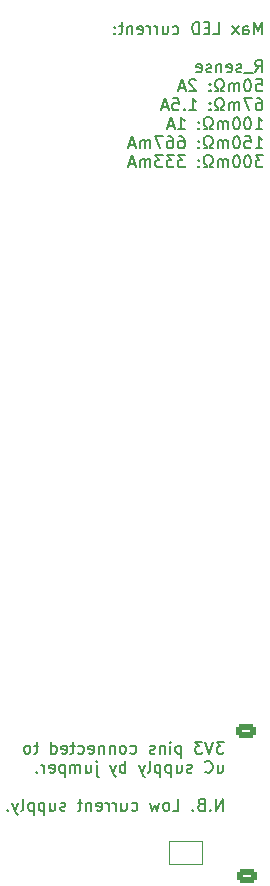
<source format=gbr>
%TF.GenerationSoftware,KiCad,Pcbnew,6.0.4+dfsg-1+b1*%
%TF.CreationDate,2022-10-04T23:39:52+01:00*%
%TF.ProjectId,led-driver,6c65642d-6472-4697-9665-722e6b696361,rev?*%
%TF.SameCoordinates,Original*%
%TF.FileFunction,Legend,Bot*%
%TF.FilePolarity,Positive*%
%FSLAX46Y46*%
G04 Gerber Fmt 4.6, Leading zero omitted, Abs format (unit mm)*
G04 Created by KiCad (PCBNEW 6.0.4+dfsg-1+b1) date 2022-10-04 23:39:52*
%MOMM*%
%LPD*%
G01*
G04 APERTURE LIST*
G04 Aperture macros list*
%AMRoundRect*
0 Rectangle with rounded corners*
0 $1 Rounding radius*
0 $2 $3 $4 $5 $6 $7 $8 $9 X,Y pos of 4 corners*
0 Add a 4 corners polygon primitive as box body*
4,1,4,$2,$3,$4,$5,$6,$7,$8,$9,$2,$3,0*
0 Add four circle primitives for the rounded corners*
1,1,$1+$1,$2,$3*
1,1,$1+$1,$4,$5*
1,1,$1+$1,$6,$7*
1,1,$1+$1,$8,$9*
0 Add four rect primitives between the rounded corners*
20,1,$1+$1,$2,$3,$4,$5,0*
20,1,$1+$1,$4,$5,$6,$7,0*
20,1,$1+$1,$6,$7,$8,$9,0*
20,1,$1+$1,$8,$9,$2,$3,0*%
%AMRotRect*
0 Rectangle, with rotation*
0 The origin of the aperture is its center*
0 $1 length*
0 $2 width*
0 $3 Rotation angle, in degrees counterclockwise*
0 Add horizontal line*
21,1,$1,$2,0,0,$3*%
%AMFreePoly0*
4,1,6,1.000000,0.000000,0.500000,-0.750000,-0.500000,-0.750000,-0.500000,0.750000,0.500000,0.750000,1.000000,0.000000,1.000000,0.000000,$1*%
%AMFreePoly1*
4,1,6,0.500000,-0.750000,-0.650000,-0.750000,-0.150000,0.000000,-0.650000,0.750000,0.500000,0.750000,0.500000,-0.750000,0.500000,-0.750000,$1*%
G04 Aperture macros list end*
%ADD10C,0.150000*%
%ADD11C,0.120000*%
%ADD12C,0.000000*%
%ADD13C,0.000001*%
%ADD14C,3.200000*%
%ADD15R,1.600000X1.600000*%
%ADD16O,1.600000X1.600000*%
%ADD17R,2.000000X4.000000*%
%ADD18RoundRect,0.500000X0.500000X1.500000X-0.500000X1.500000X-0.500000X-1.500000X0.500000X-1.500000X0*%
%ADD19C,2.000000*%
%ADD20R,1.700000X1.700000*%
%ADD21O,1.700000X1.700000*%
%ADD22C,1.600000*%
%ADD23RoundRect,0.250000X0.625000X-0.350000X0.625000X0.350000X-0.625000X0.350000X-0.625000X-0.350000X0*%
%ADD24O,1.750000X1.200000*%
%ADD25R,2.000000X2.000000*%
%ADD26C,2.700000*%
%ADD27C,3.000000*%
%ADD28RoundRect,0.400000X-0.600000X-1.600000X0.600000X-1.600000X0.600000X1.600000X-0.600000X1.600000X0*%
%ADD29C,1.500000*%
%ADD30RoundRect,0.500000X-0.500000X-1.500000X0.500000X-1.500000X0.500000X1.500000X-0.500000X1.500000X0*%
%ADD31RotRect,2.000000X2.000000X120.000000*%
%ADD32FreePoly0,180.000000*%
%ADD33FreePoly1,180.000000*%
G04 APERTURE END LIST*
D10*
X93259642Y-72837380D02*
X92640595Y-72837380D01*
X92973928Y-73218333D01*
X92831071Y-73218333D01*
X92735833Y-73265952D01*
X92688214Y-73313571D01*
X92640595Y-73408809D01*
X92640595Y-73646904D01*
X92688214Y-73742142D01*
X92735833Y-73789761D01*
X92831071Y-73837380D01*
X93116785Y-73837380D01*
X93212023Y-73789761D01*
X93259642Y-73742142D01*
X92354880Y-72837380D02*
X92021547Y-73837380D01*
X91688214Y-72837380D01*
X91450119Y-72837380D02*
X90831071Y-72837380D01*
X91164404Y-73218333D01*
X91021547Y-73218333D01*
X90926309Y-73265952D01*
X90878690Y-73313571D01*
X90831071Y-73408809D01*
X90831071Y-73646904D01*
X90878690Y-73742142D01*
X90926309Y-73789761D01*
X91021547Y-73837380D01*
X91307261Y-73837380D01*
X91402500Y-73789761D01*
X91450119Y-73742142D01*
X89640595Y-73170714D02*
X89640595Y-74170714D01*
X89640595Y-73218333D02*
X89545357Y-73170714D01*
X89354880Y-73170714D01*
X89259642Y-73218333D01*
X89212023Y-73265952D01*
X89164404Y-73361190D01*
X89164404Y-73646904D01*
X89212023Y-73742142D01*
X89259642Y-73789761D01*
X89354880Y-73837380D01*
X89545357Y-73837380D01*
X89640595Y-73789761D01*
X88735833Y-73837380D02*
X88735833Y-73170714D01*
X88735833Y-72837380D02*
X88783452Y-72885000D01*
X88735833Y-72932619D01*
X88688214Y-72885000D01*
X88735833Y-72837380D01*
X88735833Y-72932619D01*
X88259642Y-73170714D02*
X88259642Y-73837380D01*
X88259642Y-73265952D02*
X88212023Y-73218333D01*
X88116785Y-73170714D01*
X87973928Y-73170714D01*
X87878690Y-73218333D01*
X87831071Y-73313571D01*
X87831071Y-73837380D01*
X87402500Y-73789761D02*
X87307261Y-73837380D01*
X87116785Y-73837380D01*
X87021547Y-73789761D01*
X86973928Y-73694523D01*
X86973928Y-73646904D01*
X87021547Y-73551666D01*
X87116785Y-73504047D01*
X87259642Y-73504047D01*
X87354880Y-73456428D01*
X87402500Y-73361190D01*
X87402500Y-73313571D01*
X87354880Y-73218333D01*
X87259642Y-73170714D01*
X87116785Y-73170714D01*
X87021547Y-73218333D01*
X85354880Y-73789761D02*
X85450119Y-73837380D01*
X85640595Y-73837380D01*
X85735833Y-73789761D01*
X85783452Y-73742142D01*
X85831071Y-73646904D01*
X85831071Y-73361190D01*
X85783452Y-73265952D01*
X85735833Y-73218333D01*
X85640595Y-73170714D01*
X85450119Y-73170714D01*
X85354880Y-73218333D01*
X84783452Y-73837380D02*
X84878690Y-73789761D01*
X84926309Y-73742142D01*
X84973928Y-73646904D01*
X84973928Y-73361190D01*
X84926309Y-73265952D01*
X84878690Y-73218333D01*
X84783452Y-73170714D01*
X84640595Y-73170714D01*
X84545357Y-73218333D01*
X84497738Y-73265952D01*
X84450119Y-73361190D01*
X84450119Y-73646904D01*
X84497738Y-73742142D01*
X84545357Y-73789761D01*
X84640595Y-73837380D01*
X84783452Y-73837380D01*
X84021547Y-73170714D02*
X84021547Y-73837380D01*
X84021547Y-73265952D02*
X83973928Y-73218333D01*
X83878690Y-73170714D01*
X83735833Y-73170714D01*
X83640595Y-73218333D01*
X83592976Y-73313571D01*
X83592976Y-73837380D01*
X83116785Y-73170714D02*
X83116785Y-73837380D01*
X83116785Y-73265952D02*
X83069166Y-73218333D01*
X82973928Y-73170714D01*
X82831071Y-73170714D01*
X82735833Y-73218333D01*
X82688214Y-73313571D01*
X82688214Y-73837380D01*
X81831071Y-73789761D02*
X81926309Y-73837380D01*
X82116785Y-73837380D01*
X82212023Y-73789761D01*
X82259642Y-73694523D01*
X82259642Y-73313571D01*
X82212023Y-73218333D01*
X82116785Y-73170714D01*
X81926309Y-73170714D01*
X81831071Y-73218333D01*
X81783452Y-73313571D01*
X81783452Y-73408809D01*
X82259642Y-73504047D01*
X80926309Y-73789761D02*
X81021547Y-73837380D01*
X81212023Y-73837380D01*
X81307261Y-73789761D01*
X81354880Y-73742142D01*
X81402500Y-73646904D01*
X81402500Y-73361190D01*
X81354880Y-73265952D01*
X81307261Y-73218333D01*
X81212023Y-73170714D01*
X81021547Y-73170714D01*
X80926309Y-73218333D01*
X80640595Y-73170714D02*
X80259642Y-73170714D01*
X80497738Y-72837380D02*
X80497738Y-73694523D01*
X80450119Y-73789761D01*
X80354880Y-73837380D01*
X80259642Y-73837380D01*
X79545357Y-73789761D02*
X79640595Y-73837380D01*
X79831071Y-73837380D01*
X79926309Y-73789761D01*
X79973928Y-73694523D01*
X79973928Y-73313571D01*
X79926309Y-73218333D01*
X79831071Y-73170714D01*
X79640595Y-73170714D01*
X79545357Y-73218333D01*
X79497738Y-73313571D01*
X79497738Y-73408809D01*
X79973928Y-73504047D01*
X78640595Y-73837380D02*
X78640595Y-72837380D01*
X78640595Y-73789761D02*
X78735833Y-73837380D01*
X78926309Y-73837380D01*
X79021547Y-73789761D01*
X79069166Y-73742142D01*
X79116785Y-73646904D01*
X79116785Y-73361190D01*
X79069166Y-73265952D01*
X79021547Y-73218333D01*
X78926309Y-73170714D01*
X78735833Y-73170714D01*
X78640595Y-73218333D01*
X77545357Y-73170714D02*
X77164404Y-73170714D01*
X77402500Y-72837380D02*
X77402500Y-73694523D01*
X77354880Y-73789761D01*
X77259642Y-73837380D01*
X77164404Y-73837380D01*
X76688214Y-73837380D02*
X76783452Y-73789761D01*
X76831071Y-73742142D01*
X76878690Y-73646904D01*
X76878690Y-73361190D01*
X76831071Y-73265952D01*
X76783452Y-73218333D01*
X76688214Y-73170714D01*
X76545357Y-73170714D01*
X76450119Y-73218333D01*
X76402500Y-73265952D01*
X76354880Y-73361190D01*
X76354880Y-73646904D01*
X76402500Y-73742142D01*
X76450119Y-73789761D01*
X76545357Y-73837380D01*
X76688214Y-73837380D01*
X92735833Y-74780714D02*
X92735833Y-75447380D01*
X93164404Y-74780714D02*
X93164404Y-75304523D01*
X93116785Y-75399761D01*
X93021547Y-75447380D01*
X92878690Y-75447380D01*
X92783452Y-75399761D01*
X92735833Y-75352142D01*
X91688214Y-75352142D02*
X91735833Y-75399761D01*
X91878690Y-75447380D01*
X91973928Y-75447380D01*
X92116785Y-75399761D01*
X92212023Y-75304523D01*
X92259642Y-75209285D01*
X92307261Y-75018809D01*
X92307261Y-74875952D01*
X92259642Y-74685476D01*
X92212023Y-74590238D01*
X92116785Y-74495000D01*
X91973928Y-74447380D01*
X91878690Y-74447380D01*
X91735833Y-74495000D01*
X91688214Y-74542619D01*
X90545357Y-75399761D02*
X90450119Y-75447380D01*
X90259642Y-75447380D01*
X90164404Y-75399761D01*
X90116785Y-75304523D01*
X90116785Y-75256904D01*
X90164404Y-75161666D01*
X90259642Y-75114047D01*
X90402500Y-75114047D01*
X90497738Y-75066428D01*
X90545357Y-74971190D01*
X90545357Y-74923571D01*
X90497738Y-74828333D01*
X90402500Y-74780714D01*
X90259642Y-74780714D01*
X90164404Y-74828333D01*
X89259642Y-74780714D02*
X89259642Y-75447380D01*
X89688214Y-74780714D02*
X89688214Y-75304523D01*
X89640595Y-75399761D01*
X89545357Y-75447380D01*
X89402500Y-75447380D01*
X89307261Y-75399761D01*
X89259642Y-75352142D01*
X88783452Y-74780714D02*
X88783452Y-75780714D01*
X88783452Y-74828333D02*
X88688214Y-74780714D01*
X88497738Y-74780714D01*
X88402500Y-74828333D01*
X88354880Y-74875952D01*
X88307261Y-74971190D01*
X88307261Y-75256904D01*
X88354880Y-75352142D01*
X88402500Y-75399761D01*
X88497738Y-75447380D01*
X88688214Y-75447380D01*
X88783452Y-75399761D01*
X87878690Y-74780714D02*
X87878690Y-75780714D01*
X87878690Y-74828333D02*
X87783452Y-74780714D01*
X87592976Y-74780714D01*
X87497738Y-74828333D01*
X87450119Y-74875952D01*
X87402500Y-74971190D01*
X87402500Y-75256904D01*
X87450119Y-75352142D01*
X87497738Y-75399761D01*
X87592976Y-75447380D01*
X87783452Y-75447380D01*
X87878690Y-75399761D01*
X86831071Y-75447380D02*
X86926309Y-75399761D01*
X86973928Y-75304523D01*
X86973928Y-74447380D01*
X86545357Y-74780714D02*
X86307261Y-75447380D01*
X86069166Y-74780714D02*
X86307261Y-75447380D01*
X86402500Y-75685476D01*
X86450119Y-75733095D01*
X86545357Y-75780714D01*
X84926309Y-75447380D02*
X84926309Y-74447380D01*
X84926309Y-74828333D02*
X84831071Y-74780714D01*
X84640595Y-74780714D01*
X84545357Y-74828333D01*
X84497738Y-74875952D01*
X84450119Y-74971190D01*
X84450119Y-75256904D01*
X84497738Y-75352142D01*
X84545357Y-75399761D01*
X84640595Y-75447380D01*
X84831071Y-75447380D01*
X84926309Y-75399761D01*
X84116785Y-74780714D02*
X83878690Y-75447380D01*
X83640595Y-74780714D02*
X83878690Y-75447380D01*
X83973928Y-75685476D01*
X84021547Y-75733095D01*
X84116785Y-75780714D01*
X82497738Y-74780714D02*
X82497738Y-75637857D01*
X82545357Y-75733095D01*
X82640595Y-75780714D01*
X82688214Y-75780714D01*
X82497738Y-74447380D02*
X82545357Y-74495000D01*
X82497738Y-74542619D01*
X82450119Y-74495000D01*
X82497738Y-74447380D01*
X82497738Y-74542619D01*
X81592976Y-74780714D02*
X81592976Y-75447380D01*
X82021547Y-74780714D02*
X82021547Y-75304523D01*
X81973928Y-75399761D01*
X81878690Y-75447380D01*
X81735833Y-75447380D01*
X81640595Y-75399761D01*
X81592976Y-75352142D01*
X81116785Y-75447380D02*
X81116785Y-74780714D01*
X81116785Y-74875952D02*
X81069166Y-74828333D01*
X80973928Y-74780714D01*
X80831071Y-74780714D01*
X80735833Y-74828333D01*
X80688214Y-74923571D01*
X80688214Y-75447380D01*
X80688214Y-74923571D02*
X80640595Y-74828333D01*
X80545357Y-74780714D01*
X80402500Y-74780714D01*
X80307261Y-74828333D01*
X80259642Y-74923571D01*
X80259642Y-75447380D01*
X79783452Y-74780714D02*
X79783452Y-75780714D01*
X79783452Y-74828333D02*
X79688214Y-74780714D01*
X79497738Y-74780714D01*
X79402500Y-74828333D01*
X79354880Y-74875952D01*
X79307261Y-74971190D01*
X79307261Y-75256904D01*
X79354880Y-75352142D01*
X79402500Y-75399761D01*
X79497738Y-75447380D01*
X79688214Y-75447380D01*
X79783452Y-75399761D01*
X78497738Y-75399761D02*
X78592976Y-75447380D01*
X78783452Y-75447380D01*
X78878690Y-75399761D01*
X78926309Y-75304523D01*
X78926309Y-74923571D01*
X78878690Y-74828333D01*
X78783452Y-74780714D01*
X78592976Y-74780714D01*
X78497738Y-74828333D01*
X78450119Y-74923571D01*
X78450119Y-75018809D01*
X78926309Y-75114047D01*
X78021547Y-75447380D02*
X78021547Y-74780714D01*
X78021547Y-74971190D02*
X77973928Y-74875952D01*
X77926309Y-74828333D01*
X77831071Y-74780714D01*
X77735833Y-74780714D01*
X77402500Y-75352142D02*
X77354880Y-75399761D01*
X77402500Y-75447380D01*
X77450119Y-75399761D01*
X77402500Y-75352142D01*
X77402500Y-75447380D01*
X93164404Y-78667380D02*
X93164404Y-77667380D01*
X92592976Y-78667380D01*
X92592976Y-77667380D01*
X92116785Y-78572142D02*
X92069166Y-78619761D01*
X92116785Y-78667380D01*
X92164404Y-78619761D01*
X92116785Y-78572142D01*
X92116785Y-78667380D01*
X91307261Y-78143571D02*
X91164404Y-78191190D01*
X91116785Y-78238809D01*
X91069166Y-78334047D01*
X91069166Y-78476904D01*
X91116785Y-78572142D01*
X91164404Y-78619761D01*
X91259642Y-78667380D01*
X91640595Y-78667380D01*
X91640595Y-77667380D01*
X91307261Y-77667380D01*
X91212023Y-77715000D01*
X91164404Y-77762619D01*
X91116785Y-77857857D01*
X91116785Y-77953095D01*
X91164404Y-78048333D01*
X91212023Y-78095952D01*
X91307261Y-78143571D01*
X91640595Y-78143571D01*
X90640595Y-78572142D02*
X90592976Y-78619761D01*
X90640595Y-78667380D01*
X90688214Y-78619761D01*
X90640595Y-78572142D01*
X90640595Y-78667380D01*
X88926309Y-78667380D02*
X89402500Y-78667380D01*
X89402500Y-77667380D01*
X88450119Y-78667380D02*
X88545357Y-78619761D01*
X88592976Y-78572142D01*
X88640595Y-78476904D01*
X88640595Y-78191190D01*
X88592976Y-78095952D01*
X88545357Y-78048333D01*
X88450119Y-78000714D01*
X88307261Y-78000714D01*
X88212023Y-78048333D01*
X88164404Y-78095952D01*
X88116785Y-78191190D01*
X88116785Y-78476904D01*
X88164404Y-78572142D01*
X88212023Y-78619761D01*
X88307261Y-78667380D01*
X88450119Y-78667380D01*
X87783452Y-78000714D02*
X87592976Y-78667380D01*
X87402500Y-78191190D01*
X87212023Y-78667380D01*
X87021547Y-78000714D01*
X85450119Y-78619761D02*
X85545357Y-78667380D01*
X85735833Y-78667380D01*
X85831071Y-78619761D01*
X85878690Y-78572142D01*
X85926309Y-78476904D01*
X85926309Y-78191190D01*
X85878690Y-78095952D01*
X85831071Y-78048333D01*
X85735833Y-78000714D01*
X85545357Y-78000714D01*
X85450119Y-78048333D01*
X84592976Y-78000714D02*
X84592976Y-78667380D01*
X85021547Y-78000714D02*
X85021547Y-78524523D01*
X84973928Y-78619761D01*
X84878690Y-78667380D01*
X84735833Y-78667380D01*
X84640595Y-78619761D01*
X84592976Y-78572142D01*
X84116785Y-78667380D02*
X84116785Y-78000714D01*
X84116785Y-78191190D02*
X84069166Y-78095952D01*
X84021547Y-78048333D01*
X83926309Y-78000714D01*
X83831071Y-78000714D01*
X83497738Y-78667380D02*
X83497738Y-78000714D01*
X83497738Y-78191190D02*
X83450119Y-78095952D01*
X83402500Y-78048333D01*
X83307261Y-78000714D01*
X83212023Y-78000714D01*
X82497738Y-78619761D02*
X82592976Y-78667380D01*
X82783452Y-78667380D01*
X82878690Y-78619761D01*
X82926309Y-78524523D01*
X82926309Y-78143571D01*
X82878690Y-78048333D01*
X82783452Y-78000714D01*
X82592976Y-78000714D01*
X82497738Y-78048333D01*
X82450119Y-78143571D01*
X82450119Y-78238809D01*
X82926309Y-78334047D01*
X82021547Y-78000714D02*
X82021547Y-78667380D01*
X82021547Y-78095952D02*
X81973928Y-78048333D01*
X81878690Y-78000714D01*
X81735833Y-78000714D01*
X81640595Y-78048333D01*
X81592976Y-78143571D01*
X81592976Y-78667380D01*
X81259642Y-78000714D02*
X80878690Y-78000714D01*
X81116785Y-77667380D02*
X81116785Y-78524523D01*
X81069166Y-78619761D01*
X80973928Y-78667380D01*
X80878690Y-78667380D01*
X79831071Y-78619761D02*
X79735833Y-78667380D01*
X79545357Y-78667380D01*
X79450119Y-78619761D01*
X79402500Y-78524523D01*
X79402500Y-78476904D01*
X79450119Y-78381666D01*
X79545357Y-78334047D01*
X79688214Y-78334047D01*
X79783452Y-78286428D01*
X79831071Y-78191190D01*
X79831071Y-78143571D01*
X79783452Y-78048333D01*
X79688214Y-78000714D01*
X79545357Y-78000714D01*
X79450119Y-78048333D01*
X78545357Y-78000714D02*
X78545357Y-78667380D01*
X78973928Y-78000714D02*
X78973928Y-78524523D01*
X78926309Y-78619761D01*
X78831071Y-78667380D01*
X78688214Y-78667380D01*
X78592976Y-78619761D01*
X78545357Y-78572142D01*
X78069166Y-78000714D02*
X78069166Y-79000714D01*
X78069166Y-78048333D02*
X77973928Y-78000714D01*
X77783452Y-78000714D01*
X77688214Y-78048333D01*
X77640595Y-78095952D01*
X77592976Y-78191190D01*
X77592976Y-78476904D01*
X77640595Y-78572142D01*
X77688214Y-78619761D01*
X77783452Y-78667380D01*
X77973928Y-78667380D01*
X78069166Y-78619761D01*
X77164404Y-78000714D02*
X77164404Y-79000714D01*
X77164404Y-78048333D02*
X77069166Y-78000714D01*
X76878690Y-78000714D01*
X76783452Y-78048333D01*
X76735833Y-78095952D01*
X76688214Y-78191190D01*
X76688214Y-78476904D01*
X76735833Y-78572142D01*
X76783452Y-78619761D01*
X76878690Y-78667380D01*
X77069166Y-78667380D01*
X77164404Y-78619761D01*
X76116785Y-78667380D02*
X76212023Y-78619761D01*
X76259642Y-78524523D01*
X76259642Y-77667380D01*
X75831071Y-78000714D02*
X75592976Y-78667380D01*
X75354880Y-78000714D02*
X75592976Y-78667380D01*
X75688214Y-78905476D01*
X75735833Y-78953095D01*
X75831071Y-79000714D01*
X74973928Y-78572142D02*
X74926309Y-78619761D01*
X74973928Y-78667380D01*
X75021547Y-78619761D01*
X74973928Y-78572142D01*
X74973928Y-78667380D01*
X96464404Y-12917380D02*
X96464404Y-11917380D01*
X96131071Y-12631666D01*
X95797738Y-11917380D01*
X95797738Y-12917380D01*
X94892976Y-12917380D02*
X94892976Y-12393571D01*
X94940595Y-12298333D01*
X95035833Y-12250714D01*
X95226309Y-12250714D01*
X95321547Y-12298333D01*
X94892976Y-12869761D02*
X94988214Y-12917380D01*
X95226309Y-12917380D01*
X95321547Y-12869761D01*
X95369166Y-12774523D01*
X95369166Y-12679285D01*
X95321547Y-12584047D01*
X95226309Y-12536428D01*
X94988214Y-12536428D01*
X94892976Y-12488809D01*
X94512023Y-12917380D02*
X93988214Y-12250714D01*
X94512023Y-12250714D02*
X93988214Y-12917380D01*
X92369166Y-12917380D02*
X92845357Y-12917380D01*
X92845357Y-11917380D01*
X92035833Y-12393571D02*
X91702500Y-12393571D01*
X91559642Y-12917380D02*
X92035833Y-12917380D01*
X92035833Y-11917380D01*
X91559642Y-11917380D01*
X91131071Y-12917380D02*
X91131071Y-11917380D01*
X90892976Y-11917380D01*
X90750119Y-11965000D01*
X90654880Y-12060238D01*
X90607261Y-12155476D01*
X90559642Y-12345952D01*
X90559642Y-12488809D01*
X90607261Y-12679285D01*
X90654880Y-12774523D01*
X90750119Y-12869761D01*
X90892976Y-12917380D01*
X91131071Y-12917380D01*
X88940595Y-12869761D02*
X89035833Y-12917380D01*
X89226309Y-12917380D01*
X89321547Y-12869761D01*
X89369166Y-12822142D01*
X89416785Y-12726904D01*
X89416785Y-12441190D01*
X89369166Y-12345952D01*
X89321547Y-12298333D01*
X89226309Y-12250714D01*
X89035833Y-12250714D01*
X88940595Y-12298333D01*
X88083452Y-12250714D02*
X88083452Y-12917380D01*
X88512023Y-12250714D02*
X88512023Y-12774523D01*
X88464404Y-12869761D01*
X88369166Y-12917380D01*
X88226309Y-12917380D01*
X88131071Y-12869761D01*
X88083452Y-12822142D01*
X87607261Y-12917380D02*
X87607261Y-12250714D01*
X87607261Y-12441190D02*
X87559642Y-12345952D01*
X87512023Y-12298333D01*
X87416785Y-12250714D01*
X87321547Y-12250714D01*
X86988214Y-12917380D02*
X86988214Y-12250714D01*
X86988214Y-12441190D02*
X86940595Y-12345952D01*
X86892976Y-12298333D01*
X86797738Y-12250714D01*
X86702500Y-12250714D01*
X85988214Y-12869761D02*
X86083452Y-12917380D01*
X86273928Y-12917380D01*
X86369166Y-12869761D01*
X86416785Y-12774523D01*
X86416785Y-12393571D01*
X86369166Y-12298333D01*
X86273928Y-12250714D01*
X86083452Y-12250714D01*
X85988214Y-12298333D01*
X85940595Y-12393571D01*
X85940595Y-12488809D01*
X86416785Y-12584047D01*
X85512023Y-12250714D02*
X85512023Y-12917380D01*
X85512023Y-12345952D02*
X85464404Y-12298333D01*
X85369166Y-12250714D01*
X85226309Y-12250714D01*
X85131071Y-12298333D01*
X85083452Y-12393571D01*
X85083452Y-12917380D01*
X84750119Y-12250714D02*
X84369166Y-12250714D01*
X84607261Y-11917380D02*
X84607261Y-12774523D01*
X84559642Y-12869761D01*
X84464404Y-12917380D01*
X84369166Y-12917380D01*
X84035833Y-12822142D02*
X83988214Y-12869761D01*
X84035833Y-12917380D01*
X84083452Y-12869761D01*
X84035833Y-12822142D01*
X84035833Y-12917380D01*
X84035833Y-12298333D02*
X83988214Y-12345952D01*
X84035833Y-12393571D01*
X84083452Y-12345952D01*
X84035833Y-12298333D01*
X84035833Y-12393571D01*
X95892976Y-16137380D02*
X96226309Y-15661190D01*
X96464404Y-16137380D02*
X96464404Y-15137380D01*
X96083452Y-15137380D01*
X95988214Y-15185000D01*
X95940595Y-15232619D01*
X95892976Y-15327857D01*
X95892976Y-15470714D01*
X95940595Y-15565952D01*
X95988214Y-15613571D01*
X96083452Y-15661190D01*
X96464404Y-15661190D01*
X95702500Y-16232619D02*
X94940595Y-16232619D01*
X94750119Y-16089761D02*
X94654880Y-16137380D01*
X94464404Y-16137380D01*
X94369166Y-16089761D01*
X94321547Y-15994523D01*
X94321547Y-15946904D01*
X94369166Y-15851666D01*
X94464404Y-15804047D01*
X94607261Y-15804047D01*
X94702500Y-15756428D01*
X94750119Y-15661190D01*
X94750119Y-15613571D01*
X94702500Y-15518333D01*
X94607261Y-15470714D01*
X94464404Y-15470714D01*
X94369166Y-15518333D01*
X93512023Y-16089761D02*
X93607261Y-16137380D01*
X93797738Y-16137380D01*
X93892976Y-16089761D01*
X93940595Y-15994523D01*
X93940595Y-15613571D01*
X93892976Y-15518333D01*
X93797738Y-15470714D01*
X93607261Y-15470714D01*
X93512023Y-15518333D01*
X93464404Y-15613571D01*
X93464404Y-15708809D01*
X93940595Y-15804047D01*
X93035833Y-15470714D02*
X93035833Y-16137380D01*
X93035833Y-15565952D02*
X92988214Y-15518333D01*
X92892976Y-15470714D01*
X92750119Y-15470714D01*
X92654880Y-15518333D01*
X92607261Y-15613571D01*
X92607261Y-16137380D01*
X92178690Y-16089761D02*
X92083452Y-16137380D01*
X91892976Y-16137380D01*
X91797738Y-16089761D01*
X91750119Y-15994523D01*
X91750119Y-15946904D01*
X91797738Y-15851666D01*
X91892976Y-15804047D01*
X92035833Y-15804047D01*
X92131071Y-15756428D01*
X92178690Y-15661190D01*
X92178690Y-15613571D01*
X92131071Y-15518333D01*
X92035833Y-15470714D01*
X91892976Y-15470714D01*
X91797738Y-15518333D01*
X90940595Y-16089761D02*
X91035833Y-16137380D01*
X91226309Y-16137380D01*
X91321547Y-16089761D01*
X91369166Y-15994523D01*
X91369166Y-15613571D01*
X91321547Y-15518333D01*
X91226309Y-15470714D01*
X91035833Y-15470714D01*
X90940595Y-15518333D01*
X90892976Y-15613571D01*
X90892976Y-15708809D01*
X91369166Y-15804047D01*
X95988214Y-16747380D02*
X96464404Y-16747380D01*
X96512023Y-17223571D01*
X96464404Y-17175952D01*
X96369166Y-17128333D01*
X96131071Y-17128333D01*
X96035833Y-17175952D01*
X95988214Y-17223571D01*
X95940595Y-17318809D01*
X95940595Y-17556904D01*
X95988214Y-17652142D01*
X96035833Y-17699761D01*
X96131071Y-17747380D01*
X96369166Y-17747380D01*
X96464404Y-17699761D01*
X96512023Y-17652142D01*
X95321547Y-16747380D02*
X95226309Y-16747380D01*
X95131071Y-16795000D01*
X95083452Y-16842619D01*
X95035833Y-16937857D01*
X94988214Y-17128333D01*
X94988214Y-17366428D01*
X95035833Y-17556904D01*
X95083452Y-17652142D01*
X95131071Y-17699761D01*
X95226309Y-17747380D01*
X95321547Y-17747380D01*
X95416785Y-17699761D01*
X95464404Y-17652142D01*
X95512023Y-17556904D01*
X95559642Y-17366428D01*
X95559642Y-17128333D01*
X95512023Y-16937857D01*
X95464404Y-16842619D01*
X95416785Y-16795000D01*
X95321547Y-16747380D01*
X94559642Y-17747380D02*
X94559642Y-17080714D01*
X94559642Y-17175952D02*
X94512023Y-17128333D01*
X94416785Y-17080714D01*
X94273928Y-17080714D01*
X94178690Y-17128333D01*
X94131071Y-17223571D01*
X94131071Y-17747380D01*
X94131071Y-17223571D02*
X94083452Y-17128333D01*
X93988214Y-17080714D01*
X93845357Y-17080714D01*
X93750119Y-17128333D01*
X93702500Y-17223571D01*
X93702500Y-17747380D01*
X93273928Y-17747380D02*
X93035833Y-17747380D01*
X93035833Y-17556904D01*
X93131071Y-17509285D01*
X93226309Y-17414047D01*
X93273928Y-17271190D01*
X93273928Y-17033095D01*
X93226309Y-16890238D01*
X93131071Y-16795000D01*
X92988214Y-16747380D01*
X92797738Y-16747380D01*
X92654880Y-16795000D01*
X92559642Y-16890238D01*
X92512023Y-17033095D01*
X92512023Y-17271190D01*
X92559642Y-17414047D01*
X92654880Y-17509285D01*
X92750119Y-17556904D01*
X92750119Y-17747380D01*
X92512023Y-17747380D01*
X92083452Y-17652142D02*
X92035833Y-17699761D01*
X92083452Y-17747380D01*
X92131071Y-17699761D01*
X92083452Y-17652142D01*
X92083452Y-17747380D01*
X92083452Y-17128333D02*
X92035833Y-17175952D01*
X92083452Y-17223571D01*
X92131071Y-17175952D01*
X92083452Y-17128333D01*
X92083452Y-17223571D01*
X90892976Y-16842619D02*
X90845357Y-16795000D01*
X90750119Y-16747380D01*
X90512023Y-16747380D01*
X90416785Y-16795000D01*
X90369166Y-16842619D01*
X90321547Y-16937857D01*
X90321547Y-17033095D01*
X90369166Y-17175952D01*
X90940595Y-17747380D01*
X90321547Y-17747380D01*
X89940595Y-17461666D02*
X89464404Y-17461666D01*
X90035833Y-17747380D02*
X89702500Y-16747380D01*
X89369166Y-17747380D01*
X96035833Y-18357380D02*
X96226309Y-18357380D01*
X96321547Y-18405000D01*
X96369166Y-18452619D01*
X96464404Y-18595476D01*
X96512023Y-18785952D01*
X96512023Y-19166904D01*
X96464404Y-19262142D01*
X96416785Y-19309761D01*
X96321547Y-19357380D01*
X96131071Y-19357380D01*
X96035833Y-19309761D01*
X95988214Y-19262142D01*
X95940595Y-19166904D01*
X95940595Y-18928809D01*
X95988214Y-18833571D01*
X96035833Y-18785952D01*
X96131071Y-18738333D01*
X96321547Y-18738333D01*
X96416785Y-18785952D01*
X96464404Y-18833571D01*
X96512023Y-18928809D01*
X95607261Y-18357380D02*
X94940595Y-18357380D01*
X95369166Y-19357380D01*
X94559642Y-19357380D02*
X94559642Y-18690714D01*
X94559642Y-18785952D02*
X94512023Y-18738333D01*
X94416785Y-18690714D01*
X94273928Y-18690714D01*
X94178690Y-18738333D01*
X94131071Y-18833571D01*
X94131071Y-19357380D01*
X94131071Y-18833571D02*
X94083452Y-18738333D01*
X93988214Y-18690714D01*
X93845357Y-18690714D01*
X93750119Y-18738333D01*
X93702500Y-18833571D01*
X93702500Y-19357380D01*
X93273928Y-19357380D02*
X93035833Y-19357380D01*
X93035833Y-19166904D01*
X93131071Y-19119285D01*
X93226309Y-19024047D01*
X93273928Y-18881190D01*
X93273928Y-18643095D01*
X93226309Y-18500238D01*
X93131071Y-18405000D01*
X92988214Y-18357380D01*
X92797738Y-18357380D01*
X92654880Y-18405000D01*
X92559642Y-18500238D01*
X92512023Y-18643095D01*
X92512023Y-18881190D01*
X92559642Y-19024047D01*
X92654880Y-19119285D01*
X92750119Y-19166904D01*
X92750119Y-19357380D01*
X92512023Y-19357380D01*
X92083452Y-19262142D02*
X92035833Y-19309761D01*
X92083452Y-19357380D01*
X92131071Y-19309761D01*
X92083452Y-19262142D01*
X92083452Y-19357380D01*
X92083452Y-18738333D02*
X92035833Y-18785952D01*
X92083452Y-18833571D01*
X92131071Y-18785952D01*
X92083452Y-18738333D01*
X92083452Y-18833571D01*
X90321547Y-19357380D02*
X90892976Y-19357380D01*
X90607261Y-19357380D02*
X90607261Y-18357380D01*
X90702500Y-18500238D01*
X90797738Y-18595476D01*
X90892976Y-18643095D01*
X89892976Y-19262142D02*
X89845357Y-19309761D01*
X89892976Y-19357380D01*
X89940595Y-19309761D01*
X89892976Y-19262142D01*
X89892976Y-19357380D01*
X88940595Y-18357380D02*
X89416785Y-18357380D01*
X89464404Y-18833571D01*
X89416785Y-18785952D01*
X89321547Y-18738333D01*
X89083452Y-18738333D01*
X88988214Y-18785952D01*
X88940595Y-18833571D01*
X88892976Y-18928809D01*
X88892976Y-19166904D01*
X88940595Y-19262142D01*
X88988214Y-19309761D01*
X89083452Y-19357380D01*
X89321547Y-19357380D01*
X89416785Y-19309761D01*
X89464404Y-19262142D01*
X88512023Y-19071666D02*
X88035833Y-19071666D01*
X88607261Y-19357380D02*
X88273928Y-18357380D01*
X87940595Y-19357380D01*
X95940595Y-20967380D02*
X96512023Y-20967380D01*
X96226309Y-20967380D02*
X96226309Y-19967380D01*
X96321547Y-20110238D01*
X96416785Y-20205476D01*
X96512023Y-20253095D01*
X95321547Y-19967380D02*
X95226309Y-19967380D01*
X95131071Y-20015000D01*
X95083452Y-20062619D01*
X95035833Y-20157857D01*
X94988214Y-20348333D01*
X94988214Y-20586428D01*
X95035833Y-20776904D01*
X95083452Y-20872142D01*
X95131071Y-20919761D01*
X95226309Y-20967380D01*
X95321547Y-20967380D01*
X95416785Y-20919761D01*
X95464404Y-20872142D01*
X95512023Y-20776904D01*
X95559642Y-20586428D01*
X95559642Y-20348333D01*
X95512023Y-20157857D01*
X95464404Y-20062619D01*
X95416785Y-20015000D01*
X95321547Y-19967380D01*
X94369166Y-19967380D02*
X94273928Y-19967380D01*
X94178690Y-20015000D01*
X94131071Y-20062619D01*
X94083452Y-20157857D01*
X94035833Y-20348333D01*
X94035833Y-20586428D01*
X94083452Y-20776904D01*
X94131071Y-20872142D01*
X94178690Y-20919761D01*
X94273928Y-20967380D01*
X94369166Y-20967380D01*
X94464404Y-20919761D01*
X94512023Y-20872142D01*
X94559642Y-20776904D01*
X94607261Y-20586428D01*
X94607261Y-20348333D01*
X94559642Y-20157857D01*
X94512023Y-20062619D01*
X94464404Y-20015000D01*
X94369166Y-19967380D01*
X93607261Y-20967380D02*
X93607261Y-20300714D01*
X93607261Y-20395952D02*
X93559642Y-20348333D01*
X93464404Y-20300714D01*
X93321547Y-20300714D01*
X93226309Y-20348333D01*
X93178690Y-20443571D01*
X93178690Y-20967380D01*
X93178690Y-20443571D02*
X93131071Y-20348333D01*
X93035833Y-20300714D01*
X92892976Y-20300714D01*
X92797738Y-20348333D01*
X92750119Y-20443571D01*
X92750119Y-20967380D01*
X92321547Y-20967380D02*
X92083452Y-20967380D01*
X92083452Y-20776904D01*
X92178690Y-20729285D01*
X92273928Y-20634047D01*
X92321547Y-20491190D01*
X92321547Y-20253095D01*
X92273928Y-20110238D01*
X92178690Y-20015000D01*
X92035833Y-19967380D01*
X91845357Y-19967380D01*
X91702500Y-20015000D01*
X91607261Y-20110238D01*
X91559642Y-20253095D01*
X91559642Y-20491190D01*
X91607261Y-20634047D01*
X91702500Y-20729285D01*
X91797738Y-20776904D01*
X91797738Y-20967380D01*
X91559642Y-20967380D01*
X91131071Y-20872142D02*
X91083452Y-20919761D01*
X91131071Y-20967380D01*
X91178690Y-20919761D01*
X91131071Y-20872142D01*
X91131071Y-20967380D01*
X91131071Y-20348333D02*
X91083452Y-20395952D01*
X91131071Y-20443571D01*
X91178690Y-20395952D01*
X91131071Y-20348333D01*
X91131071Y-20443571D01*
X89369166Y-20967380D02*
X89940595Y-20967380D01*
X89654880Y-20967380D02*
X89654880Y-19967380D01*
X89750119Y-20110238D01*
X89845357Y-20205476D01*
X89940595Y-20253095D01*
X88988214Y-20681666D02*
X88512023Y-20681666D01*
X89083452Y-20967380D02*
X88750119Y-19967380D01*
X88416785Y-20967380D01*
X95940595Y-22577380D02*
X96512023Y-22577380D01*
X96226309Y-22577380D02*
X96226309Y-21577380D01*
X96321547Y-21720238D01*
X96416785Y-21815476D01*
X96512023Y-21863095D01*
X95035833Y-21577380D02*
X95512023Y-21577380D01*
X95559642Y-22053571D01*
X95512023Y-22005952D01*
X95416785Y-21958333D01*
X95178690Y-21958333D01*
X95083452Y-22005952D01*
X95035833Y-22053571D01*
X94988214Y-22148809D01*
X94988214Y-22386904D01*
X95035833Y-22482142D01*
X95083452Y-22529761D01*
X95178690Y-22577380D01*
X95416785Y-22577380D01*
X95512023Y-22529761D01*
X95559642Y-22482142D01*
X94369166Y-21577380D02*
X94273928Y-21577380D01*
X94178690Y-21625000D01*
X94131071Y-21672619D01*
X94083452Y-21767857D01*
X94035833Y-21958333D01*
X94035833Y-22196428D01*
X94083452Y-22386904D01*
X94131071Y-22482142D01*
X94178690Y-22529761D01*
X94273928Y-22577380D01*
X94369166Y-22577380D01*
X94464404Y-22529761D01*
X94512023Y-22482142D01*
X94559642Y-22386904D01*
X94607261Y-22196428D01*
X94607261Y-21958333D01*
X94559642Y-21767857D01*
X94512023Y-21672619D01*
X94464404Y-21625000D01*
X94369166Y-21577380D01*
X93607261Y-22577380D02*
X93607261Y-21910714D01*
X93607261Y-22005952D02*
X93559642Y-21958333D01*
X93464404Y-21910714D01*
X93321547Y-21910714D01*
X93226309Y-21958333D01*
X93178690Y-22053571D01*
X93178690Y-22577380D01*
X93178690Y-22053571D02*
X93131071Y-21958333D01*
X93035833Y-21910714D01*
X92892976Y-21910714D01*
X92797738Y-21958333D01*
X92750119Y-22053571D01*
X92750119Y-22577380D01*
X92321547Y-22577380D02*
X92083452Y-22577380D01*
X92083452Y-22386904D01*
X92178690Y-22339285D01*
X92273928Y-22244047D01*
X92321547Y-22101190D01*
X92321547Y-21863095D01*
X92273928Y-21720238D01*
X92178690Y-21625000D01*
X92035833Y-21577380D01*
X91845357Y-21577380D01*
X91702500Y-21625000D01*
X91607261Y-21720238D01*
X91559642Y-21863095D01*
X91559642Y-22101190D01*
X91607261Y-22244047D01*
X91702500Y-22339285D01*
X91797738Y-22386904D01*
X91797738Y-22577380D01*
X91559642Y-22577380D01*
X91131071Y-22482142D02*
X91083452Y-22529761D01*
X91131071Y-22577380D01*
X91178690Y-22529761D01*
X91131071Y-22482142D01*
X91131071Y-22577380D01*
X91131071Y-21958333D02*
X91083452Y-22005952D01*
X91131071Y-22053571D01*
X91178690Y-22005952D01*
X91131071Y-21958333D01*
X91131071Y-22053571D01*
X89464404Y-21577380D02*
X89654880Y-21577380D01*
X89750119Y-21625000D01*
X89797738Y-21672619D01*
X89892976Y-21815476D01*
X89940595Y-22005952D01*
X89940595Y-22386904D01*
X89892976Y-22482142D01*
X89845357Y-22529761D01*
X89750119Y-22577380D01*
X89559642Y-22577380D01*
X89464404Y-22529761D01*
X89416785Y-22482142D01*
X89369166Y-22386904D01*
X89369166Y-22148809D01*
X89416785Y-22053571D01*
X89464404Y-22005952D01*
X89559642Y-21958333D01*
X89750119Y-21958333D01*
X89845357Y-22005952D01*
X89892976Y-22053571D01*
X89940595Y-22148809D01*
X88512023Y-21577380D02*
X88702500Y-21577380D01*
X88797738Y-21625000D01*
X88845357Y-21672619D01*
X88940595Y-21815476D01*
X88988214Y-22005952D01*
X88988214Y-22386904D01*
X88940595Y-22482142D01*
X88892976Y-22529761D01*
X88797738Y-22577380D01*
X88607261Y-22577380D01*
X88512023Y-22529761D01*
X88464404Y-22482142D01*
X88416785Y-22386904D01*
X88416785Y-22148809D01*
X88464404Y-22053571D01*
X88512023Y-22005952D01*
X88607261Y-21958333D01*
X88797738Y-21958333D01*
X88892976Y-22005952D01*
X88940595Y-22053571D01*
X88988214Y-22148809D01*
X88083452Y-21577380D02*
X87416785Y-21577380D01*
X87845357Y-22577380D01*
X87035833Y-22577380D02*
X87035833Y-21910714D01*
X87035833Y-22005952D02*
X86988214Y-21958333D01*
X86892976Y-21910714D01*
X86750119Y-21910714D01*
X86654880Y-21958333D01*
X86607261Y-22053571D01*
X86607261Y-22577380D01*
X86607261Y-22053571D02*
X86559642Y-21958333D01*
X86464404Y-21910714D01*
X86321547Y-21910714D01*
X86226309Y-21958333D01*
X86178690Y-22053571D01*
X86178690Y-22577380D01*
X85750119Y-22291666D02*
X85273928Y-22291666D01*
X85845357Y-22577380D02*
X85512023Y-21577380D01*
X85178690Y-22577380D01*
X96559642Y-23187380D02*
X95940595Y-23187380D01*
X96273928Y-23568333D01*
X96131071Y-23568333D01*
X96035833Y-23615952D01*
X95988214Y-23663571D01*
X95940595Y-23758809D01*
X95940595Y-23996904D01*
X95988214Y-24092142D01*
X96035833Y-24139761D01*
X96131071Y-24187380D01*
X96416785Y-24187380D01*
X96512023Y-24139761D01*
X96559642Y-24092142D01*
X95321547Y-23187380D02*
X95226309Y-23187380D01*
X95131071Y-23235000D01*
X95083452Y-23282619D01*
X95035833Y-23377857D01*
X94988214Y-23568333D01*
X94988214Y-23806428D01*
X95035833Y-23996904D01*
X95083452Y-24092142D01*
X95131071Y-24139761D01*
X95226309Y-24187380D01*
X95321547Y-24187380D01*
X95416785Y-24139761D01*
X95464404Y-24092142D01*
X95512023Y-23996904D01*
X95559642Y-23806428D01*
X95559642Y-23568333D01*
X95512023Y-23377857D01*
X95464404Y-23282619D01*
X95416785Y-23235000D01*
X95321547Y-23187380D01*
X94369166Y-23187380D02*
X94273928Y-23187380D01*
X94178690Y-23235000D01*
X94131071Y-23282619D01*
X94083452Y-23377857D01*
X94035833Y-23568333D01*
X94035833Y-23806428D01*
X94083452Y-23996904D01*
X94131071Y-24092142D01*
X94178690Y-24139761D01*
X94273928Y-24187380D01*
X94369166Y-24187380D01*
X94464404Y-24139761D01*
X94512023Y-24092142D01*
X94559642Y-23996904D01*
X94607261Y-23806428D01*
X94607261Y-23568333D01*
X94559642Y-23377857D01*
X94512023Y-23282619D01*
X94464404Y-23235000D01*
X94369166Y-23187380D01*
X93607261Y-24187380D02*
X93607261Y-23520714D01*
X93607261Y-23615952D02*
X93559642Y-23568333D01*
X93464404Y-23520714D01*
X93321547Y-23520714D01*
X93226309Y-23568333D01*
X93178690Y-23663571D01*
X93178690Y-24187380D01*
X93178690Y-23663571D02*
X93131071Y-23568333D01*
X93035833Y-23520714D01*
X92892976Y-23520714D01*
X92797738Y-23568333D01*
X92750119Y-23663571D01*
X92750119Y-24187380D01*
X92321547Y-24187380D02*
X92083452Y-24187380D01*
X92083452Y-23996904D01*
X92178690Y-23949285D01*
X92273928Y-23854047D01*
X92321547Y-23711190D01*
X92321547Y-23473095D01*
X92273928Y-23330238D01*
X92178690Y-23235000D01*
X92035833Y-23187380D01*
X91845357Y-23187380D01*
X91702500Y-23235000D01*
X91607261Y-23330238D01*
X91559642Y-23473095D01*
X91559642Y-23711190D01*
X91607261Y-23854047D01*
X91702500Y-23949285D01*
X91797738Y-23996904D01*
X91797738Y-24187380D01*
X91559642Y-24187380D01*
X91131071Y-24092142D02*
X91083452Y-24139761D01*
X91131071Y-24187380D01*
X91178690Y-24139761D01*
X91131071Y-24092142D01*
X91131071Y-24187380D01*
X91131071Y-23568333D02*
X91083452Y-23615952D01*
X91131071Y-23663571D01*
X91178690Y-23615952D01*
X91131071Y-23568333D01*
X91131071Y-23663571D01*
X89988214Y-23187380D02*
X89369166Y-23187380D01*
X89702500Y-23568333D01*
X89559642Y-23568333D01*
X89464404Y-23615952D01*
X89416785Y-23663571D01*
X89369166Y-23758809D01*
X89369166Y-23996904D01*
X89416785Y-24092142D01*
X89464404Y-24139761D01*
X89559642Y-24187380D01*
X89845357Y-24187380D01*
X89940595Y-24139761D01*
X89988214Y-24092142D01*
X89035833Y-23187380D02*
X88416785Y-23187380D01*
X88750119Y-23568333D01*
X88607261Y-23568333D01*
X88512023Y-23615952D01*
X88464404Y-23663571D01*
X88416785Y-23758809D01*
X88416785Y-23996904D01*
X88464404Y-24092142D01*
X88512023Y-24139761D01*
X88607261Y-24187380D01*
X88892976Y-24187380D01*
X88988214Y-24139761D01*
X89035833Y-24092142D01*
X88083452Y-23187380D02*
X87464404Y-23187380D01*
X87797738Y-23568333D01*
X87654880Y-23568333D01*
X87559642Y-23615952D01*
X87512023Y-23663571D01*
X87464404Y-23758809D01*
X87464404Y-23996904D01*
X87512023Y-24092142D01*
X87559642Y-24139761D01*
X87654880Y-24187380D01*
X87940595Y-24187380D01*
X88035833Y-24139761D01*
X88083452Y-24092142D01*
X87035833Y-24187380D02*
X87035833Y-23520714D01*
X87035833Y-23615952D02*
X86988214Y-23568333D01*
X86892976Y-23520714D01*
X86750119Y-23520714D01*
X86654880Y-23568333D01*
X86607261Y-23663571D01*
X86607261Y-24187380D01*
X86607261Y-23663571D02*
X86559642Y-23568333D01*
X86464404Y-23520714D01*
X86321547Y-23520714D01*
X86226309Y-23568333D01*
X86178690Y-23663571D01*
X86178690Y-24187380D01*
X85750119Y-23901666D02*
X85273928Y-23901666D01*
X85845357Y-24187380D02*
X85512023Y-23187380D01*
X85178690Y-24187380D01*
D11*
%TO.C,JP3*%
X91425000Y-81200000D02*
X88625000Y-81200000D01*
X88625000Y-83200000D02*
X91425000Y-83200000D01*
X88625000Y-81200000D02*
X88625000Y-83200000D01*
X91425000Y-83200000D02*
X91425000Y-81200000D01*
%TD*%
%LPC*%
D12*
G36*
X77718052Y-54437643D02*
G01*
X77737603Y-54438256D01*
X77745826Y-54438704D01*
X77752905Y-54439245D01*
X77758761Y-54439877D01*
X77763312Y-54440598D01*
X77766477Y-54441407D01*
X77767514Y-54441844D01*
X77768175Y-54442302D01*
X77768970Y-54443662D01*
X77769488Y-54445838D01*
X77769736Y-54448781D01*
X77769722Y-54452444D01*
X77769455Y-54456779D01*
X77768944Y-54461739D01*
X77767218Y-54473340D01*
X77764610Y-54486869D01*
X77761187Y-54501943D01*
X77757013Y-54518181D01*
X77752155Y-54535203D01*
X77752153Y-54535200D01*
X77747032Y-54552012D01*
X77742250Y-54566558D01*
X77737555Y-54578822D01*
X77735160Y-54584092D01*
X77732693Y-54588785D01*
X77730120Y-54592898D01*
X77727412Y-54596430D01*
X77724535Y-54599378D01*
X77721459Y-54601740D01*
X77718151Y-54603514D01*
X77714581Y-54604697D01*
X77710717Y-54605288D01*
X77706526Y-54605284D01*
X77701978Y-54604683D01*
X77697041Y-54603483D01*
X77691683Y-54601681D01*
X77685873Y-54599277D01*
X77679579Y-54596266D01*
X77672770Y-54592647D01*
X77657479Y-54583578D01*
X77639746Y-54572051D01*
X77619320Y-54558048D01*
X77569375Y-54522548D01*
X77461548Y-54445209D01*
X77610315Y-54439210D01*
X77640384Y-54438190D01*
X77668795Y-54437598D01*
X77694900Y-54437420D01*
X77718052Y-54437643D01*
G37*
G36*
X79145050Y-51563094D02*
G01*
X79234499Y-51650722D01*
X79181719Y-51696283D01*
X79181717Y-51696283D01*
X79169604Y-51706454D01*
X79158342Y-51715250D01*
X79152992Y-51719131D01*
X79147810Y-51722667D01*
X79142781Y-51725857D01*
X79137889Y-51728701D01*
X79133121Y-51731199D01*
X79128460Y-51733351D01*
X79123891Y-51735155D01*
X79119400Y-51736612D01*
X79114972Y-51737721D01*
X79110591Y-51738481D01*
X79106243Y-51738894D01*
X79101913Y-51738957D01*
X79097585Y-51738670D01*
X79093245Y-51738034D01*
X79088878Y-51737048D01*
X79084468Y-51735712D01*
X79080001Y-51734024D01*
X79075461Y-51731985D01*
X79070834Y-51729594D01*
X79066104Y-51726852D01*
X79061257Y-51723756D01*
X79056278Y-51720308D01*
X79045861Y-51712352D01*
X79034735Y-51702980D01*
X79022779Y-51692188D01*
X79011352Y-51681251D01*
X79001394Y-51670916D01*
X78996963Y-51665941D01*
X78992897Y-51661077D01*
X78989195Y-51656311D01*
X78985856Y-51651629D01*
X78982879Y-51647019D01*
X78980263Y-51642466D01*
X78978008Y-51637959D01*
X78976112Y-51633484D01*
X78974575Y-51629027D01*
X78973396Y-51624576D01*
X78972573Y-51620117D01*
X78972107Y-51615637D01*
X78971996Y-51611124D01*
X78972240Y-51606563D01*
X78972837Y-51601942D01*
X78973787Y-51597247D01*
X78975089Y-51592466D01*
X78976742Y-51587585D01*
X78978746Y-51582591D01*
X78981098Y-51577471D01*
X78983800Y-51572211D01*
X78986849Y-51566799D01*
X78993986Y-51555465D01*
X79002505Y-51543363D01*
X79012397Y-51530387D01*
X79055601Y-51475467D01*
X79145050Y-51563094D01*
G37*
G36*
X88181787Y-50004213D02*
G01*
X88238631Y-50042295D01*
X88475328Y-50200868D01*
X88759386Y-50411040D01*
X89033408Y-50634337D01*
X89296837Y-50870369D01*
X89549118Y-51118743D01*
X89658297Y-51236884D01*
X89789694Y-51379069D01*
X90018012Y-51650955D01*
X90225963Y-51924091D01*
X90233514Y-51934010D01*
X90435647Y-52227843D01*
X90556033Y-52418211D01*
X90603805Y-52498882D01*
X90670216Y-52611028D01*
X90778216Y-52806351D01*
X90836225Y-52919073D01*
X90880053Y-53004237D01*
X90975747Y-53204743D01*
X91065318Y-53407925D01*
X91148786Y-53613840D01*
X91193768Y-53735154D01*
X91226172Y-53822545D01*
X91297496Y-54034098D01*
X91313763Y-54087535D01*
X91362777Y-54248554D01*
X91422036Y-54465970D01*
X91475293Y-54686404D01*
X91496432Y-54786342D01*
X91522568Y-54909913D01*
X91563881Y-55136553D01*
X91599253Y-55366380D01*
X91628702Y-55599453D01*
X91633203Y-55655730D01*
X91639368Y-55732828D01*
X91647004Y-55908038D01*
X91651606Y-56111328D01*
X91653172Y-56328944D01*
X91652931Y-56364587D01*
X91651699Y-56547130D01*
X91647185Y-56752133D01*
X91639626Y-56930199D01*
X91629021Y-57067572D01*
X91610738Y-57219183D01*
X91603724Y-57277341D01*
X91573331Y-57484911D01*
X91537830Y-57690311D01*
X91497214Y-57893570D01*
X91451472Y-58094715D01*
X91400596Y-58293775D01*
X91344576Y-58490778D01*
X91283403Y-58685753D01*
X91217067Y-58878728D01*
X91145559Y-59069732D01*
X91068870Y-59258792D01*
X90986990Y-59445937D01*
X90899911Y-59631195D01*
X90807623Y-59814595D01*
X90710116Y-59996165D01*
X90607381Y-60175934D01*
X90498683Y-60354042D01*
X90383644Y-60530134D01*
X90262544Y-60703920D01*
X90135662Y-60875106D01*
X90003279Y-61043402D01*
X89865674Y-61208516D01*
X89723125Y-61370156D01*
X89575914Y-61528031D01*
X89424319Y-61681849D01*
X89268621Y-61831318D01*
X89109098Y-61976147D01*
X88946031Y-62116043D01*
X88779698Y-62250717D01*
X88610380Y-62379875D01*
X88438356Y-62503226D01*
X88263906Y-62620479D01*
X88053558Y-62752803D01*
X87952080Y-62812419D01*
X87841834Y-62877187D01*
X87628440Y-62993729D01*
X87413082Y-63102525D01*
X87383519Y-63116266D01*
X87195465Y-63203674D01*
X86989777Y-63291114D01*
X86975293Y-63297272D01*
X86752274Y-63383416D01*
X86526111Y-63462203D01*
X86296510Y-63533731D01*
X86063177Y-63598097D01*
X85825817Y-63655398D01*
X85584135Y-63705731D01*
X85337837Y-63749194D01*
X85086628Y-63785883D01*
X84830213Y-63815896D01*
X84568297Y-63839329D01*
X84568295Y-63839327D01*
X84568294Y-63839327D01*
X84568294Y-63839326D01*
X84568293Y-63839326D01*
X84568292Y-63839325D01*
X84568292Y-63839324D01*
X84568291Y-63839324D01*
X84568291Y-63839323D01*
X84465434Y-63843442D01*
X84320858Y-63844245D01*
X84147879Y-63842132D01*
X83959809Y-63837505D01*
X83769964Y-63830762D01*
X83591659Y-63822305D01*
X83438206Y-63812535D01*
X83322922Y-63801852D01*
X83063885Y-63766629D01*
X82807935Y-63723478D01*
X82555160Y-63672434D01*
X82305643Y-63613532D01*
X82059472Y-63546807D01*
X81816731Y-63472291D01*
X81577508Y-63390021D01*
X81548793Y-63379054D01*
X82950719Y-63379054D01*
X82951648Y-63390609D01*
X82951648Y-63390616D01*
X82952871Y-63392163D01*
X82954626Y-63393667D01*
X82956880Y-63395120D01*
X82959600Y-63396513D01*
X82962751Y-63397840D01*
X82966302Y-63399093D01*
X82970219Y-63400263D01*
X82974468Y-63401343D01*
X82979016Y-63402325D01*
X82983831Y-63403201D01*
X82988879Y-63403964D01*
X82994126Y-63404606D01*
X82999540Y-63405119D01*
X83005087Y-63405494D01*
X83010735Y-63405726D01*
X83016449Y-63405804D01*
X83072076Y-63405804D01*
X83132442Y-63036240D01*
X83173140Y-62787081D01*
X83446297Y-62787081D01*
X83446531Y-62793239D01*
X83446849Y-62795995D01*
X83447312Y-62798545D01*
X83447930Y-62800898D01*
X83448712Y-62803061D01*
X83449667Y-62805042D01*
X83450804Y-62806849D01*
X83452132Y-62808490D01*
X83453660Y-62809973D01*
X83455398Y-62811305D01*
X83457354Y-62812495D01*
X83459538Y-62813549D01*
X83461958Y-62814477D01*
X83464624Y-62815285D01*
X83467544Y-62815982D01*
X83474186Y-62817073D01*
X83481956Y-62817812D01*
X83490927Y-62818263D01*
X83501172Y-62818488D01*
X83512763Y-62818548D01*
X83520051Y-62818635D01*
X83527239Y-62818887D01*
X83534286Y-62819298D01*
X83541149Y-62819859D01*
X83547788Y-62820561D01*
X83554160Y-62821395D01*
X83560224Y-62822354D01*
X83565938Y-62823428D01*
X83571261Y-62824609D01*
X83576150Y-62825889D01*
X83580564Y-62827258D01*
X83584462Y-62828709D01*
X83587801Y-62830233D01*
X83589249Y-62831020D01*
X83590541Y-62831822D01*
X83591672Y-62832638D01*
X83592638Y-62833467D01*
X83593434Y-62834307D01*
X83594053Y-62835158D01*
X83594971Y-62838437D01*
X83595613Y-62844735D01*
X83596096Y-62865732D01*
X83595563Y-62896826D01*
X83594071Y-62936696D01*
X83588448Y-63037474D01*
X83579697Y-63157490D01*
X83555072Y-63463212D01*
X83619122Y-63470690D01*
X83640251Y-63472926D01*
X83648850Y-63473393D01*
X83656285Y-63473224D01*
X83659601Y-63472853D01*
X83662668Y-63472266D01*
X83665499Y-63471443D01*
X83668108Y-63470365D01*
X83670510Y-63469015D01*
X83672717Y-63467371D01*
X83674744Y-63465416D01*
X83676604Y-63463131D01*
X83678311Y-63460495D01*
X83679880Y-63457491D01*
X83681324Y-63454099D01*
X83682656Y-63450300D01*
X83685043Y-63441406D01*
X83687150Y-63430655D01*
X83689088Y-63417896D01*
X83690969Y-63402976D01*
X83694996Y-63366043D01*
X83700649Y-63306131D01*
X83707298Y-63225887D01*
X83714115Y-63135800D01*
X83720270Y-63046361D01*
X83733714Y-62838798D01*
X83811820Y-62838798D01*
X83824068Y-62838723D01*
X83834986Y-62838470D01*
X83844650Y-62837990D01*
X83849034Y-62837651D01*
X83853133Y-62837238D01*
X83856955Y-62836745D01*
X83860509Y-62836167D01*
X83863806Y-62835497D01*
X83866854Y-62834731D01*
X83869663Y-62833861D01*
X83872242Y-62832883D01*
X83874600Y-62831791D01*
X83876746Y-62830578D01*
X83878691Y-62829239D01*
X83880442Y-62827768D01*
X83882010Y-62826159D01*
X83883404Y-62824407D01*
X83884633Y-62822505D01*
X83885706Y-62820448D01*
X83886633Y-62818231D01*
X83887423Y-62815846D01*
X83888085Y-62813290D01*
X83888629Y-62810554D01*
X83889063Y-62807635D01*
X83889398Y-62804526D01*
X83889805Y-62797714D01*
X83889924Y-62790073D01*
X83889776Y-62782420D01*
X83889273Y-62775553D01*
X83888323Y-62769413D01*
X83886835Y-62763945D01*
X83885860Y-62761444D01*
X83884717Y-62759090D01*
X83883393Y-62756875D01*
X83881878Y-62754792D01*
X83880160Y-62752833D01*
X83878227Y-62750993D01*
X83876068Y-62749263D01*
X83873726Y-62747673D01*
X84143049Y-62747673D01*
X84144433Y-62790073D01*
X84150323Y-62970423D01*
X84150320Y-62970423D01*
X84154166Y-63069774D01*
X84159266Y-63175624D01*
X84164955Y-63275314D01*
X84170567Y-63356187D01*
X84174921Y-63409205D01*
X84176904Y-63430688D01*
X84178873Y-63449103D01*
X84179880Y-63457225D01*
X84180916Y-63464659D01*
X84181993Y-63471431D01*
X84183120Y-63477567D01*
X84184311Y-63483094D01*
X84185574Y-63488038D01*
X84186921Y-63492425D01*
X84188364Y-63496282D01*
X84189912Y-63499635D01*
X84191577Y-63502510D01*
X84193370Y-63504934D01*
X84195302Y-63506933D01*
X84196323Y-63507782D01*
X84197383Y-63508534D01*
X84199625Y-63509762D01*
X84202038Y-63510644D01*
X84204634Y-63511207D01*
X84207423Y-63511476D01*
X84210416Y-63511478D01*
X84213625Y-63511239D01*
X84217059Y-63510787D01*
X84220731Y-63510146D01*
X84224650Y-63509344D01*
X84233276Y-63507359D01*
X84240282Y-63504942D01*
X84248045Y-63500819D01*
X84256610Y-63494933D01*
X84266024Y-63487231D01*
X84276332Y-63477656D01*
X84287581Y-63466153D01*
X84299817Y-63452668D01*
X84313085Y-63437145D01*
X84342903Y-63399764D01*
X84377404Y-63353569D01*
X84416954Y-63298119D01*
X84461922Y-63232971D01*
X84498259Y-63180093D01*
X84532924Y-63130496D01*
X84565104Y-63085285D01*
X84593986Y-63045565D01*
X84618755Y-63012439D01*
X84638599Y-62987012D01*
X84646420Y-62977531D01*
X84652704Y-62970388D01*
X84657349Y-62965723D01*
X84659026Y-62964363D01*
X84660255Y-62963673D01*
X84661313Y-62963511D01*
X84662350Y-62963763D01*
X84664359Y-62965480D01*
X84666275Y-62968766D01*
X84668093Y-62973562D01*
X84669804Y-62979811D01*
X84671402Y-62987456D01*
X84674232Y-63006699D01*
X84676529Y-63030829D01*
X84678237Y-63059382D01*
X84679302Y-63091897D01*
X84679669Y-63127910D01*
X84679931Y-63164168D01*
X84680682Y-63201690D01*
X84681869Y-63239388D01*
X84683440Y-63276179D01*
X84685343Y-63310976D01*
X84687523Y-63342694D01*
X84689930Y-63370248D01*
X84692509Y-63392552D01*
X84694700Y-63408203D01*
X84696769Y-63421977D01*
X84698798Y-63433974D01*
X84700867Y-63444293D01*
X84701942Y-63448854D01*
X84703057Y-63453034D01*
X84704223Y-63456844D01*
X84705450Y-63460297D01*
X84706748Y-63463405D01*
X84708126Y-63466181D01*
X84709596Y-63468637D01*
X84711167Y-63470786D01*
X84712849Y-63472640D01*
X84714652Y-63474211D01*
X84716587Y-63475513D01*
X84718664Y-63476557D01*
X84720893Y-63477355D01*
X84723283Y-63477922D01*
X84725846Y-63478268D01*
X84728590Y-63478406D01*
X84731527Y-63478349D01*
X84734667Y-63478109D01*
X84738019Y-63477699D01*
X84741593Y-63477131D01*
X84749450Y-63475571D01*
X84758320Y-63473528D01*
X84769090Y-63470877D01*
X84779386Y-63468201D01*
X84788964Y-63465574D01*
X84797580Y-63463069D01*
X84804993Y-63460759D01*
X84810958Y-63458717D01*
X84813322Y-63457819D01*
X84815233Y-63457016D01*
X84816661Y-63456316D01*
X84817575Y-63455728D01*
X84818545Y-63447010D01*
X84818882Y-63424011D01*
X84818453Y-63391473D01*
X85166180Y-63391473D01*
X85166373Y-63398215D01*
X85166583Y-63401228D01*
X85166867Y-63404014D01*
X85167226Y-63406581D01*
X85167658Y-63408939D01*
X85168164Y-63411096D01*
X85168741Y-63413062D01*
X85169391Y-63414844D01*
X85170112Y-63416452D01*
X85170904Y-63417896D01*
X85171767Y-63419182D01*
X85172699Y-63420322D01*
X85173700Y-63421322D01*
X85174770Y-63422193D01*
X85175909Y-63422943D01*
X85177114Y-63423581D01*
X85178138Y-63424011D01*
X85178387Y-63424115D01*
X85179727Y-63424556D01*
X85181132Y-63424910D01*
X85184139Y-63425399D01*
X85187403Y-63425651D01*
X85190920Y-63425739D01*
X85194685Y-63425733D01*
X85206908Y-63425283D01*
X85218279Y-63424100D01*
X85223654Y-63423224D01*
X85228828Y-63422153D01*
X85233805Y-63420882D01*
X85238588Y-63419409D01*
X85243181Y-63417729D01*
X85247589Y-63415837D01*
X85251814Y-63413731D01*
X85255861Y-63411406D01*
X85259734Y-63408859D01*
X85263436Y-63406084D01*
X85266972Y-63403079D01*
X85270346Y-63399840D01*
X85273560Y-63396362D01*
X85276620Y-63392641D01*
X85279528Y-63388674D01*
X85282289Y-63384457D01*
X85284907Y-63379985D01*
X85287386Y-63375255D01*
X85289729Y-63370262D01*
X85291941Y-63365004D01*
X85295984Y-63353672D01*
X85299547Y-63341229D01*
X85302661Y-63327641D01*
X85305356Y-63312878D01*
X85317853Y-63235995D01*
X85459449Y-63209831D01*
X85475004Y-63207051D01*
X85489930Y-63204570D01*
X85504181Y-63202392D01*
X85517711Y-63200518D01*
X85530476Y-63198951D01*
X85542431Y-63197693D01*
X85553529Y-63196747D01*
X85563727Y-63196113D01*
X85572979Y-63195795D01*
X85581239Y-63195795D01*
X85588463Y-63196114D01*
X85594605Y-63196756D01*
X85597257Y-63197199D01*
X85599621Y-63197722D01*
X85601692Y-63198328D01*
X85603465Y-63199015D01*
X85604933Y-63199785D01*
X85606091Y-63200637D01*
X85606934Y-63201571D01*
X85607455Y-63202589D01*
X85608319Y-63204785D01*
X85609572Y-63207445D01*
X85613150Y-63214012D01*
X85617995Y-63222001D01*
X85623915Y-63231123D01*
X85630717Y-63241089D01*
X85638208Y-63251609D01*
X85646195Y-63262393D01*
X85654486Y-63273154D01*
X85662402Y-63282667D01*
X85670404Y-63291185D01*
X85674436Y-63295071D01*
X85678490Y-63298708D01*
X85682565Y-63302096D01*
X85686662Y-63305236D01*
X85690781Y-63308126D01*
X85694921Y-63310768D01*
X85699084Y-63313162D01*
X85703268Y-63315307D01*
X85707475Y-63317203D01*
X85711703Y-63318850D01*
X85715954Y-63320249D01*
X85720228Y-63321400D01*
X85724523Y-63322301D01*
X85728842Y-63322955D01*
X85733183Y-63323360D01*
X85737547Y-63323516D01*
X85741933Y-63323424D01*
X85746343Y-63323083D01*
X85750776Y-63322495D01*
X85755232Y-63321657D01*
X85759711Y-63320572D01*
X85764213Y-63319238D01*
X85768739Y-63317656D01*
X85773289Y-63315825D01*
X85777862Y-63313746D01*
X85782458Y-63311419D01*
X85787079Y-63308844D01*
X85791723Y-63306021D01*
X85796477Y-63302352D01*
X85799740Y-63297633D01*
X85801095Y-63291114D01*
X85800126Y-63282048D01*
X85796415Y-63269687D01*
X85789547Y-63253280D01*
X85764670Y-63205340D01*
X85734401Y-63153287D01*
X86058700Y-63153287D01*
X86058948Y-63156704D01*
X86059438Y-63160303D01*
X86060164Y-63164094D01*
X86061115Y-63168089D01*
X86062283Y-63172300D01*
X86065237Y-63181410D01*
X86068957Y-63191516D01*
X86068954Y-63191516D01*
X86071731Y-63198367D01*
X86074608Y-63204273D01*
X86077834Y-63209215D01*
X86081656Y-63213178D01*
X86086322Y-63216143D01*
X86092080Y-63218094D01*
X86099178Y-63219013D01*
X86107863Y-63218884D01*
X86118383Y-63217690D01*
X86130987Y-63215413D01*
X86145921Y-63212036D01*
X86163434Y-63207543D01*
X86207186Y-63195137D01*
X86264227Y-63178060D01*
X86278151Y-63173743D01*
X86291685Y-63169340D01*
X86304758Y-63164880D01*
X86317300Y-63160397D01*
X86329242Y-63155921D01*
X86340513Y-63151485D01*
X86351043Y-63147120D01*
X86360762Y-63142858D01*
X86369600Y-63138730D01*
X86377487Y-63134769D01*
X86384353Y-63131006D01*
X86390128Y-63127472D01*
X86394741Y-63124199D01*
X86396591Y-63122671D01*
X86398123Y-63121220D01*
X86399331Y-63119850D01*
X86400204Y-63118565D01*
X86400734Y-63117369D01*
X86400913Y-63116266D01*
X86398517Y-63101532D01*
X86391730Y-63074150D01*
X86367407Y-62988952D01*
X86332780Y-62875681D01*
X86292688Y-62749347D01*
X86251968Y-62624958D01*
X86215459Y-62517525D01*
X86187997Y-62442057D01*
X86179171Y-62421000D01*
X86176474Y-62416777D01*
X86507369Y-62416777D01*
X86507650Y-62427321D01*
X86508474Y-62438121D01*
X86509837Y-62449189D01*
X86511732Y-62460533D01*
X86514154Y-62472164D01*
X86520552Y-62496324D01*
X86523383Y-62505161D01*
X86526650Y-62514265D01*
X86530314Y-62523568D01*
X86534335Y-62532999D01*
X86538676Y-62542490D01*
X86543296Y-62551972D01*
X86548158Y-62561375D01*
X86553222Y-62570631D01*
X86558449Y-62579671D01*
X86563801Y-62588425D01*
X86569239Y-62596824D01*
X86574724Y-62604799D01*
X86580216Y-62612282D01*
X86585678Y-62619202D01*
X86591070Y-62625491D01*
X86596353Y-62631080D01*
X86604309Y-62638856D01*
X86611818Y-62645762D01*
X86619008Y-62651832D01*
X86626007Y-62657103D01*
X86632943Y-62661609D01*
X86639943Y-62665384D01*
X86647136Y-62668463D01*
X86654648Y-62670882D01*
X86662609Y-62672674D01*
X86671146Y-62673875D01*
X86680386Y-62674519D01*
X86690457Y-62674641D01*
X86701488Y-62674277D01*
X86713605Y-62673460D01*
X86726938Y-62672225D01*
X86741613Y-62670608D01*
X86761521Y-62668113D01*
X86781813Y-62665253D01*
X86801923Y-62662130D01*
X86821284Y-62658843D01*
X86839328Y-62655494D01*
X86855488Y-62652184D01*
X86869197Y-62649012D01*
X86879887Y-62646079D01*
X86886739Y-62644192D01*
X86893083Y-62643007D01*
X86899010Y-62642624D01*
X86901844Y-62642764D01*
X86904608Y-62643143D01*
X86907312Y-62643771D01*
X86909968Y-62644663D01*
X86912586Y-62645829D01*
X86915179Y-62647284D01*
X86917756Y-62649038D01*
X86920331Y-62651105D01*
X86925513Y-62656226D01*
X86930816Y-62662747D01*
X86936329Y-62670768D01*
X86942141Y-62680387D01*
X86948343Y-62691704D01*
X86955025Y-62704820D01*
X86962275Y-62719833D01*
X86978840Y-62755952D01*
X86984543Y-62768510D01*
X86990212Y-62780704D01*
X86995814Y-62792470D01*
X87001312Y-62803746D01*
X87006673Y-62814469D01*
X87011861Y-62824576D01*
X87016842Y-62834005D01*
X87021581Y-62842693D01*
X87026044Y-62850578D01*
X87030195Y-62857596D01*
X87034000Y-62863687D01*
X87037424Y-62868786D01*
X87040432Y-62872831D01*
X87042990Y-62875759D01*
X87044090Y-62876785D01*
X87045063Y-62877509D01*
X87045907Y-62877922D01*
X87046616Y-62878017D01*
X87051967Y-62877370D01*
X87057252Y-62876546D01*
X87062461Y-62875551D01*
X87067587Y-62874394D01*
X87072621Y-62873080D01*
X87077553Y-62871616D01*
X87082376Y-62870010D01*
X87087080Y-62868268D01*
X87091657Y-62866396D01*
X87096097Y-62864403D01*
X87100393Y-62862294D01*
X87104535Y-62860076D01*
X87108515Y-62857757D01*
X87112324Y-62855344D01*
X87115953Y-62852842D01*
X87119393Y-62850259D01*
X87122636Y-62847602D01*
X87125673Y-62844877D01*
X87128495Y-62842092D01*
X87131094Y-62839253D01*
X87133460Y-62836368D01*
X87135586Y-62833442D01*
X87137462Y-62830483D01*
X87139079Y-62827498D01*
X87140429Y-62824494D01*
X87141503Y-62821477D01*
X87142292Y-62818454D01*
X87142788Y-62815433D01*
X87142981Y-62812419D01*
X87142864Y-62809420D01*
X87142427Y-62806443D01*
X87141662Y-62803495D01*
X87119761Y-62744605D01*
X87083385Y-62656922D01*
X87037624Y-62551650D01*
X86987573Y-62439996D01*
X86938323Y-62333163D01*
X86894967Y-62242357D01*
X86862597Y-62178782D01*
X86852123Y-62160708D01*
X86846306Y-62153644D01*
X86843517Y-62153260D01*
X86839472Y-62153510D01*
X86834249Y-62154368D01*
X86827924Y-62155806D01*
X86812284Y-62160308D01*
X86793174Y-62166794D01*
X86771217Y-62175040D01*
X86747036Y-62184822D01*
X86721254Y-62195916D01*
X86694493Y-62208100D01*
X86664696Y-62222711D01*
X86637644Y-62237410D01*
X86613288Y-62252275D01*
X86602107Y-62259794D01*
X86591582Y-62267385D01*
X86581708Y-62275056D01*
X86572478Y-62282818D01*
X86563887Y-62290680D01*
X86555929Y-62298653D01*
X86548598Y-62306745D01*
X86541888Y-62314967D01*
X86535793Y-62323329D01*
X86530307Y-62331840D01*
X86525424Y-62340510D01*
X86521138Y-62349349D01*
X86517444Y-62358367D01*
X86514336Y-62367574D01*
X86511807Y-62376979D01*
X86509852Y-62386592D01*
X86508465Y-62396423D01*
X86507639Y-62406481D01*
X86507369Y-62416777D01*
X86176474Y-62416777D01*
X86174421Y-62413563D01*
X86172749Y-62413660D01*
X86170615Y-62413948D01*
X86165095Y-62415057D01*
X86158122Y-62416812D01*
X86149957Y-62419134D01*
X86140862Y-62421945D01*
X86131098Y-62425168D01*
X86120928Y-62428726D01*
X86110613Y-62432539D01*
X86060673Y-62451527D01*
X86103988Y-62588233D01*
X86151379Y-62737804D01*
X86169405Y-62795820D01*
X86185842Y-62850933D01*
X86200359Y-62901863D01*
X86212622Y-62947335D01*
X86222299Y-62986072D01*
X86229056Y-63016797D01*
X86231236Y-63028756D01*
X86232562Y-63038233D01*
X86232992Y-63045069D01*
X86232857Y-63047446D01*
X86232484Y-63049103D01*
X86231074Y-63051781D01*
X86228859Y-63054638D01*
X86225884Y-63057647D01*
X86222198Y-63060783D01*
X86217848Y-63064021D01*
X86212882Y-63067335D01*
X86207347Y-63070700D01*
X86201290Y-63074089D01*
X86194760Y-63077478D01*
X86187804Y-63080840D01*
X86180468Y-63084150D01*
X86172802Y-63087382D01*
X86164852Y-63090512D01*
X86156666Y-63093512D01*
X86148291Y-63096359D01*
X86139775Y-63099025D01*
X86124802Y-63103616D01*
X86111555Y-63107948D01*
X86099966Y-63112110D01*
X86094772Y-63114156D01*
X86089966Y-63116192D01*
X86085541Y-63118231D01*
X86081487Y-63120283D01*
X86077796Y-63122360D01*
X86074460Y-63124473D01*
X86071469Y-63126633D01*
X86068816Y-63128851D01*
X86066492Y-63131139D01*
X86064487Y-63133507D01*
X86062794Y-63135968D01*
X86061404Y-63138531D01*
X86060309Y-63141209D01*
X86059499Y-63144012D01*
X86058967Y-63146952D01*
X86058703Y-63150040D01*
X86058700Y-63153287D01*
X85734401Y-63153287D01*
X85722162Y-63132241D01*
X85658689Y-63027995D01*
X85455517Y-62702112D01*
X85443629Y-62683457D01*
X85432559Y-62666814D01*
X85422214Y-62652127D01*
X85417285Y-62645499D01*
X85412503Y-62639338D01*
X85407855Y-62633637D01*
X85403331Y-62628390D01*
X85398919Y-62623588D01*
X85394607Y-62619225D01*
X85390384Y-62615293D01*
X85386238Y-62611785D01*
X85382157Y-62608695D01*
X85378131Y-62606015D01*
X85374146Y-62603738D01*
X85370193Y-62601856D01*
X85366259Y-62600363D01*
X85362332Y-62599251D01*
X85358402Y-62598513D01*
X85354456Y-62598142D01*
X85350483Y-62598131D01*
X85346471Y-62598473D01*
X85342409Y-62599160D01*
X85338285Y-62600186D01*
X85334087Y-62601542D01*
X85329805Y-62603223D01*
X85325426Y-62605221D01*
X85320939Y-62607528D01*
X85316332Y-62610137D01*
X85311593Y-62613042D01*
X85308403Y-62616721D01*
X85304741Y-62623937D01*
X85296105Y-62648496D01*
X85291125Y-62666678D01*
X85285906Y-62685737D01*
X85274362Y-62734680D01*
X85261691Y-62794344D01*
X85248113Y-62863748D01*
X85233846Y-62941912D01*
X85219109Y-63027854D01*
X85219107Y-63027849D01*
X85197500Y-63158242D01*
X85188910Y-63211111D01*
X85181750Y-63256519D01*
X85178696Y-63276602D01*
X85175986Y-63295032D01*
X85173615Y-63311880D01*
X85171581Y-63327217D01*
X85169878Y-63341114D01*
X85168502Y-63353641D01*
X85167448Y-63364870D01*
X85166713Y-63374871D01*
X85166291Y-63383715D01*
X85166180Y-63391473D01*
X84818453Y-63391473D01*
X84817794Y-63341435D01*
X84814575Y-63220531D01*
X84809493Y-63073829D01*
X84795126Y-62697049D01*
X84747649Y-62697049D01*
X84738161Y-62697563D01*
X84728833Y-62699343D01*
X84719370Y-62702743D01*
X84709479Y-62708120D01*
X84698865Y-62715830D01*
X84687233Y-62726228D01*
X84674289Y-62739668D01*
X84659738Y-62756509D01*
X84643285Y-62777103D01*
X84624637Y-62801809D01*
X84579575Y-62864973D01*
X84522196Y-62948845D01*
X84450144Y-63056272D01*
X84424815Y-63093860D01*
X84400704Y-63128931D01*
X84378372Y-63160720D01*
X84358381Y-63188458D01*
X84341295Y-63211381D01*
X84334016Y-63220797D01*
X84327674Y-63228721D01*
X84322340Y-63235057D01*
X84318082Y-63239711D01*
X84314972Y-63242585D01*
X84313870Y-63243325D01*
X84313080Y-63243584D01*
X84311744Y-63242854D01*
X84310352Y-63240663D01*
X84307427Y-63232175D01*
X84301198Y-63200678D01*
X84294801Y-63153462D01*
X84288648Y-63094894D01*
X84283149Y-63029342D01*
X84278713Y-62961174D01*
X84275750Y-62894756D01*
X84274672Y-62834458D01*
X84274672Y-62734981D01*
X84208861Y-62741326D01*
X84143049Y-62747673D01*
X83873726Y-62747673D01*
X83873672Y-62747636D01*
X83871027Y-62746105D01*
X83868122Y-62744664D01*
X83861485Y-62742020D01*
X83853671Y-62739646D01*
X83844588Y-62737486D01*
X83834145Y-62735482D01*
X83822249Y-62733576D01*
X83808811Y-62731713D01*
X83793738Y-62729834D01*
X83746805Y-62724924D01*
X83690117Y-62720066D01*
X83630819Y-62715820D01*
X83576053Y-62712748D01*
X83555064Y-62711811D01*
X83536629Y-62711094D01*
X83520572Y-62710667D01*
X83506718Y-62710599D01*
X83500562Y-62710720D01*
X83494890Y-62710958D01*
X83489681Y-62711319D01*
X83484912Y-62711813D01*
X83480562Y-62712449D01*
X83476609Y-62713235D01*
X83473029Y-62714179D01*
X83469803Y-62715290D01*
X83466907Y-62716578D01*
X83464319Y-62718050D01*
X83462017Y-62719715D01*
X83459980Y-62721582D01*
X83458186Y-62723659D01*
X83456612Y-62725955D01*
X83455236Y-62728479D01*
X83454036Y-62731239D01*
X83452991Y-62734244D01*
X83452078Y-62737503D01*
X83451275Y-62741024D01*
X83450561Y-62744815D01*
X83449308Y-62753245D01*
X83448145Y-62762861D01*
X83447177Y-62771954D01*
X83446536Y-62780006D01*
X83446297Y-62787081D01*
X83173140Y-62787081D01*
X83192807Y-62666678D01*
X83141430Y-62655044D01*
X83136117Y-62653925D01*
X83130796Y-62652969D01*
X83125501Y-62652173D01*
X83120268Y-62651539D01*
X83115129Y-62651066D01*
X83110120Y-62650751D01*
X83105274Y-62650597D01*
X83100625Y-62650600D01*
X83096209Y-62650762D01*
X83092059Y-62651080D01*
X83088209Y-62651556D01*
X83084693Y-62652187D01*
X83081547Y-62652974D01*
X83078803Y-62653915D01*
X83077594Y-62654444D01*
X83076497Y-62655011D01*
X83075519Y-62655616D01*
X83074663Y-62656260D01*
X83070019Y-62666881D01*
X83063414Y-62691488D01*
X83045655Y-62774703D01*
X83024050Y-62889992D01*
X83001267Y-63021443D01*
X82979969Y-63153143D01*
X82962823Y-63269179D01*
X82952494Y-63353639D01*
X82950719Y-63379054D01*
X81548793Y-63379054D01*
X81341888Y-63300031D01*
X81109956Y-63202354D01*
X80881799Y-63097026D01*
X80657503Y-62984081D01*
X80515516Y-62906416D01*
X81338438Y-62906416D01*
X81338516Y-62906882D01*
X81338746Y-62907406D01*
X81339650Y-62908619D01*
X81341118Y-62910038D01*
X81343122Y-62911644D01*
X81345630Y-62913423D01*
X81348611Y-62915357D01*
X81355874Y-62919620D01*
X81364667Y-62924299D01*
X81374748Y-62929258D01*
X81385871Y-62934361D01*
X81397794Y-62939474D01*
X81407632Y-62943458D01*
X81416501Y-62946792D01*
X81424540Y-62949425D01*
X81428291Y-62950465D01*
X81431886Y-62951311D01*
X81435342Y-62951958D01*
X81438677Y-62952400D01*
X81441907Y-62952631D01*
X81445050Y-62952645D01*
X81448124Y-62952435D01*
X81451145Y-62951997D01*
X81454130Y-62951323D01*
X81457097Y-62950408D01*
X81460063Y-62949245D01*
X81463045Y-62947830D01*
X81466061Y-62946154D01*
X81469128Y-62944214D01*
X81472262Y-62942002D01*
X81475482Y-62939512D01*
X81478804Y-62936739D01*
X81482245Y-62933677D01*
X81489556Y-62926659D01*
X81497551Y-62918411D01*
X81506370Y-62908884D01*
X81516149Y-62898030D01*
X81575148Y-62831998D01*
X81704853Y-62883782D01*
X81834560Y-62935564D01*
X81840665Y-63027314D01*
X81840667Y-63027312D01*
X81841716Y-63041730D01*
X81842880Y-63054663D01*
X81844224Y-63066219D01*
X81845810Y-63076505D01*
X81846712Y-63081206D01*
X81847699Y-63085628D01*
X81848777Y-63089787D01*
X81849955Y-63093696D01*
X81851241Y-63097367D01*
X81852641Y-63100814D01*
X81854165Y-63104052D01*
X81855819Y-63107092D01*
X81857612Y-63109948D01*
X81859552Y-63112635D01*
X81861646Y-63115164D01*
X81863902Y-63117551D01*
X81866328Y-63119807D01*
X81868932Y-63121947D01*
X81871722Y-63123983D01*
X81874706Y-63125930D01*
X81877890Y-63127800D01*
X81881284Y-63129607D01*
X81884895Y-63131365D01*
X81888731Y-63133086D01*
X81897109Y-63136474D01*
X81906480Y-63139878D01*
X81966186Y-63160690D01*
X81966186Y-62865148D01*
X82313250Y-62865148D01*
X82313506Y-62870645D01*
X82313843Y-62873229D01*
X82314328Y-62875710D01*
X82314966Y-62878094D01*
X82315763Y-62880387D01*
X82316725Y-62882593D01*
X82317857Y-62884719D01*
X82319166Y-62886768D01*
X82320656Y-62888747D01*
X82322333Y-62890661D01*
X82324205Y-62892515D01*
X82326275Y-62894315D01*
X82328550Y-62896065D01*
X82333738Y-62899440D01*
X82339814Y-62902682D01*
X82346825Y-62905834D01*
X82354815Y-62908938D01*
X82363832Y-62912037D01*
X82373921Y-62915174D01*
X82385129Y-62918391D01*
X82401149Y-62922701D01*
X82417093Y-62926730D01*
X82432540Y-62930388D01*
X82447071Y-62933584D01*
X82460265Y-62936227D01*
X82471701Y-62938227D01*
X82480959Y-62939494D01*
X82484641Y-62939823D01*
X82487620Y-62939936D01*
X82493503Y-62940181D01*
X82498554Y-62940995D01*
X82502756Y-62942583D01*
X82506092Y-62945149D01*
X82508546Y-62948896D01*
X82510101Y-62954030D01*
X82510741Y-62960755D01*
X82510450Y-62969274D01*
X82509211Y-62979792D01*
X82507008Y-62992513D01*
X82503824Y-63007641D01*
X82499643Y-63025380D01*
X82488223Y-63069511D01*
X82472619Y-63126539D01*
X82467060Y-63146882D01*
X82463417Y-63160690D01*
X82462151Y-63165487D01*
X82457884Y-63182434D01*
X82454251Y-63197801D01*
X82451245Y-63211670D01*
X82448859Y-63224118D01*
X82447896Y-63229834D01*
X82447086Y-63235225D01*
X82446426Y-63240301D01*
X82445916Y-63245072D01*
X82445556Y-63249547D01*
X82445344Y-63253736D01*
X82445280Y-63257650D01*
X82445362Y-63261298D01*
X82445589Y-63264691D01*
X82445961Y-63267837D01*
X82446477Y-63270748D01*
X82447136Y-63273433D01*
X82447936Y-63275902D01*
X82448878Y-63278165D01*
X82449959Y-63280231D01*
X82451180Y-63282112D01*
X82452538Y-63283816D01*
X82454034Y-63285353D01*
X82455665Y-63286734D01*
X82457432Y-63287969D01*
X82460207Y-63289596D01*
X82463325Y-63291181D01*
X82466754Y-63292715D01*
X82470459Y-63294191D01*
X82474406Y-63295599D01*
X82478560Y-63296931D01*
X82482888Y-63298179D01*
X82487356Y-63299334D01*
X82491928Y-63300389D01*
X82496572Y-63301334D01*
X82501253Y-63302161D01*
X82505937Y-63302862D01*
X82510589Y-63303429D01*
X82515176Y-63303853D01*
X82519663Y-63304125D01*
X82524016Y-63304238D01*
X82530682Y-63303766D01*
X82536955Y-63302018D01*
X82542963Y-63298651D01*
X82548835Y-63293321D01*
X82554697Y-63285685D01*
X82560676Y-63275400D01*
X82566901Y-63262120D01*
X82573499Y-63245504D01*
X82588322Y-63200886D01*
X82606166Y-63138797D01*
X82628050Y-63056489D01*
X82654994Y-62951213D01*
X82672716Y-62879976D01*
X82688745Y-62813013D01*
X82702765Y-62751827D01*
X82714462Y-62697919D01*
X82723522Y-62652790D01*
X82729629Y-62617942D01*
X82731478Y-62604843D01*
X82732470Y-62594878D01*
X82732567Y-62588233D01*
X82732267Y-62586215D01*
X82731729Y-62585098D01*
X82729614Y-62583587D01*
X82725962Y-62581709D01*
X82714399Y-62576964D01*
X82697735Y-62571080D01*
X82676665Y-62564274D01*
X82651884Y-62556762D01*
X82624087Y-62548762D01*
X82593970Y-62540491D01*
X82562228Y-62532165D01*
X82539470Y-62526406D01*
X82518816Y-62521343D01*
X82500155Y-62516966D01*
X82483376Y-62513267D01*
X82468370Y-62510237D01*
X82455025Y-62507867D01*
X82448941Y-62506927D01*
X82443231Y-62506149D01*
X82437882Y-62505532D01*
X82432879Y-62505075D01*
X82428208Y-62504776D01*
X82423856Y-62504635D01*
X82419809Y-62504650D01*
X82416052Y-62504820D01*
X82412574Y-62505145D01*
X82409358Y-62505624D01*
X82406393Y-62506254D01*
X82403663Y-62507035D01*
X82401155Y-62507967D01*
X82398855Y-62509047D01*
X82396750Y-62510275D01*
X82394825Y-62511650D01*
X82393067Y-62513171D01*
X82391462Y-62514836D01*
X82389996Y-62516645D01*
X82388656Y-62518596D01*
X82381841Y-62530096D01*
X82376533Y-62540797D01*
X82374458Y-62545863D01*
X82372775Y-62550749D01*
X82371490Y-62555460D01*
X82370607Y-62560002D01*
X82370131Y-62564382D01*
X82370068Y-62568607D01*
X82370423Y-62572681D01*
X82371201Y-62576612D01*
X82372407Y-62580406D01*
X82374046Y-62584069D01*
X82376123Y-62587607D01*
X82378643Y-62591027D01*
X82381612Y-62594334D01*
X82385033Y-62597535D01*
X82388914Y-62600637D01*
X82393258Y-62603645D01*
X82398071Y-62606566D01*
X82403357Y-62609405D01*
X82415372Y-62614866D01*
X82429343Y-62620078D01*
X82445311Y-62625091D01*
X82463317Y-62629954D01*
X82483401Y-62634717D01*
X82499347Y-62638376D01*
X82513748Y-62641882D01*
X82526663Y-62645268D01*
X82532581Y-62646928D01*
X82538149Y-62648569D01*
X82543375Y-62650198D01*
X82548265Y-62651818D01*
X82552827Y-62653433D01*
X82557067Y-62655048D01*
X82560994Y-62656666D01*
X82564615Y-62658291D01*
X82567936Y-62659929D01*
X82570965Y-62661583D01*
X82573710Y-62663257D01*
X82576176Y-62664955D01*
X82578373Y-62666682D01*
X82580306Y-62668442D01*
X82581983Y-62670238D01*
X82583412Y-62672076D01*
X82584599Y-62673958D01*
X82585552Y-62675891D01*
X82586278Y-62677877D01*
X82586784Y-62679920D01*
X82587077Y-62682025D01*
X82587166Y-62684197D01*
X82587056Y-62686439D01*
X82586755Y-62688755D01*
X82586271Y-62691150D01*
X82585611Y-62693627D01*
X82580657Y-62711228D01*
X82574564Y-62734167D01*
X82568105Y-62759475D01*
X82562054Y-62784180D01*
X82559790Y-62793321D01*
X82557573Y-62801382D01*
X82555319Y-62808408D01*
X82552947Y-62814444D01*
X82551691Y-62817105D01*
X82550374Y-62819536D01*
X82548986Y-62821741D01*
X82547517Y-62823727D01*
X82545956Y-62825500D01*
X82544293Y-62827064D01*
X82542518Y-62828426D01*
X82540620Y-62829590D01*
X82538590Y-62830564D01*
X82536416Y-62831352D01*
X82534088Y-62831959D01*
X82531597Y-62832393D01*
X82528931Y-62832657D01*
X82526081Y-62832758D01*
X82523036Y-62832702D01*
X82519785Y-62832494D01*
X82512628Y-62831644D01*
X82504525Y-62830254D01*
X82495395Y-62828369D01*
X82485155Y-62826033D01*
X82463621Y-62821175D01*
X82453495Y-62819057D01*
X82443787Y-62817148D01*
X82434491Y-62815448D01*
X82425599Y-62813960D01*
X82417106Y-62812683D01*
X82409003Y-62811619D01*
X82401285Y-62810768D01*
X82393945Y-62810133D01*
X82386976Y-62809714D01*
X82380370Y-62809512D01*
X82374122Y-62809528D01*
X82368224Y-62809764D01*
X82362670Y-62810219D01*
X82357452Y-62810896D01*
X82352565Y-62811796D01*
X82348001Y-62812919D01*
X82343754Y-62814266D01*
X82339816Y-62815839D01*
X82336181Y-62817638D01*
X82332843Y-62819666D01*
X82329794Y-62821922D01*
X82327027Y-62824407D01*
X82324537Y-62827124D01*
X82322315Y-62830073D01*
X82320356Y-62833254D01*
X82318652Y-62836670D01*
X82317197Y-62840320D01*
X82315983Y-62844207D01*
X82315005Y-62848331D01*
X82314255Y-62852693D01*
X82313515Y-62859179D01*
X82313250Y-62865148D01*
X81966186Y-62865148D01*
X81966186Y-62747334D01*
X81966150Y-62678740D01*
X81966010Y-62618095D01*
X81965721Y-62564878D01*
X81965235Y-62518572D01*
X81964903Y-62497848D01*
X81964505Y-62478657D01*
X81964034Y-62460934D01*
X81963484Y-62444615D01*
X81962851Y-62429633D01*
X81962127Y-62415926D01*
X81961307Y-62403426D01*
X81960385Y-62392071D01*
X81959356Y-62381795D01*
X81958213Y-62372533D01*
X81956951Y-62364219D01*
X81955563Y-62356791D01*
X81954045Y-62350181D01*
X81952389Y-62344327D01*
X81950591Y-62339162D01*
X81949636Y-62336818D01*
X81948644Y-62334622D01*
X81947613Y-62332566D01*
X81946542Y-62330642D01*
X81945432Y-62328842D01*
X81944280Y-62327157D01*
X81943087Y-62325580D01*
X81941852Y-62324103D01*
X81939252Y-62321414D01*
X81936474Y-62319025D01*
X81933513Y-62316873D01*
X81930361Y-62314891D01*
X81927015Y-62313015D01*
X81918969Y-62308803D01*
X81911117Y-62304875D01*
X81903656Y-62301315D01*
X81896783Y-62298209D01*
X81890694Y-62295644D01*
X81888005Y-62294591D01*
X81885586Y-62293705D01*
X81883461Y-62292998D01*
X81881655Y-62292479D01*
X81880193Y-62292160D01*
X81879098Y-62292052D01*
X81871281Y-62298819D01*
X81852826Y-62317956D01*
X81790151Y-62386354D01*
X81604796Y-62594721D01*
X81421427Y-62805345D01*
X81361235Y-62876562D01*
X81344394Y-62897533D01*
X81338438Y-62906416D01*
X80515516Y-62906416D01*
X80437154Y-62863553D01*
X80220836Y-62735477D01*
X80008637Y-62599888D01*
X79800643Y-62456819D01*
X79596938Y-62306306D01*
X79294779Y-62062747D01*
X79007367Y-61805992D01*
X78734962Y-61536509D01*
X78477827Y-61254766D01*
X78236223Y-60961231D01*
X78010412Y-60656371D01*
X77800656Y-60340654D01*
X77607215Y-60014549D01*
X77430352Y-59678521D01*
X77270327Y-59333040D01*
X77127404Y-58978573D01*
X77001842Y-58615588D01*
X76893904Y-58244552D01*
X76803852Y-57865934D01*
X76731947Y-57480200D01*
X76693489Y-57198126D01*
X77035863Y-57198126D01*
X77202285Y-57226867D01*
X77256236Y-57236356D01*
X77278219Y-57240494D01*
X77297195Y-57244395D01*
X77305631Y-57246297D01*
X77313406Y-57248186D01*
X77320550Y-57250079D01*
X77327093Y-57251991D01*
X77333066Y-57253939D01*
X77338499Y-57255937D01*
X77343421Y-57258002D01*
X77347863Y-57260149D01*
X77351856Y-57262395D01*
X77355429Y-57264754D01*
X77358612Y-57267242D01*
X77361437Y-57269876D01*
X77363932Y-57272671D01*
X77366128Y-57275642D01*
X77368056Y-57278805D01*
X77369746Y-57282177D01*
X77371227Y-57285772D01*
X77372530Y-57289607D01*
X77373685Y-57293698D01*
X77374723Y-57298059D01*
X77376565Y-57307657D01*
X77378300Y-57318527D01*
X77378293Y-57318523D01*
X77389795Y-57391916D01*
X77403980Y-57480017D01*
X77420077Y-57578592D01*
X77467275Y-57480017D01*
X77482668Y-57448002D01*
X77496414Y-57419873D01*
X77508748Y-57395410D01*
X77519902Y-57374391D01*
X77525110Y-57365104D01*
X77530112Y-57356596D01*
X77534936Y-57348838D01*
X77539611Y-57341803D01*
X77544168Y-57335464D01*
X77548635Y-57329792D01*
X77553041Y-57324761D01*
X77557416Y-57320342D01*
X77561789Y-57316508D01*
X77566190Y-57313231D01*
X77570647Y-57310484D01*
X77575190Y-57308239D01*
X77579849Y-57306469D01*
X77584652Y-57305145D01*
X77589628Y-57304241D01*
X77594808Y-57303728D01*
X77600220Y-57303579D01*
X77605893Y-57303767D01*
X77611857Y-57304263D01*
X77618142Y-57305040D01*
X77631788Y-57307328D01*
X77647066Y-57310409D01*
X77683263Y-57317764D01*
X77725072Y-57325849D01*
X77767318Y-57333683D01*
X77804825Y-57340287D01*
X77885827Y-57354013D01*
X77779516Y-57245592D01*
X77768687Y-57234445D01*
X77758163Y-57223411D01*
X77747997Y-57212556D01*
X77738246Y-57201945D01*
X77728962Y-57191644D01*
X77720200Y-57181719D01*
X77712015Y-57172234D01*
X77704460Y-57163257D01*
X77697591Y-57154851D01*
X77691461Y-57147084D01*
X77686125Y-57140021D01*
X77681638Y-57133727D01*
X77678053Y-57128268D01*
X77675425Y-57123709D01*
X77673808Y-57120117D01*
X77673396Y-57118704D01*
X77673257Y-57117557D01*
X77673634Y-57114942D01*
X77674730Y-57111190D01*
X77678934Y-57100558D01*
X77685574Y-57086228D01*
X77694356Y-57068770D01*
X77704986Y-57048752D01*
X77717169Y-57026741D01*
X77730612Y-57003307D01*
X77745019Y-56979017D01*
X77759285Y-56954989D01*
X77772324Y-56932303D01*
X77783871Y-56911476D01*
X77793660Y-56893024D01*
X77797812Y-56884849D01*
X77801424Y-56877461D01*
X77804464Y-56870925D01*
X77806898Y-56865304D01*
X77808693Y-56860665D01*
X77809815Y-56857070D01*
X77810113Y-56855684D01*
X77810231Y-56854584D01*
X77810165Y-56853777D01*
X77809909Y-56853272D01*
X77808498Y-56852910D01*
X77805722Y-56853211D01*
X77796372Y-56855683D01*
X77782453Y-56860454D01*
X77764560Y-56867287D01*
X77743285Y-56875950D01*
X77719222Y-56886206D01*
X77692967Y-56897820D01*
X77665111Y-56910559D01*
X77527137Y-56974666D01*
X77417546Y-56854057D01*
X77307957Y-56733450D01*
X77317399Y-56804323D01*
X77338396Y-56962085D01*
X77349948Y-57048968D01*
X77192905Y-57123547D01*
X77035863Y-57198126D01*
X76693489Y-57198126D01*
X76678450Y-57087819D01*
X76667506Y-56950276D01*
X76659638Y-56770459D01*
X76654855Y-56562575D01*
X76653165Y-56340833D01*
X76653218Y-56332606D01*
X78141499Y-56332606D01*
X78144414Y-56491217D01*
X78151611Y-56651585D01*
X78163018Y-56813156D01*
X78178561Y-56975380D01*
X78198167Y-57137705D01*
X78221761Y-57299578D01*
X78231069Y-57354013D01*
X78249270Y-57460448D01*
X78280621Y-57619763D01*
X78315739Y-57776970D01*
X78354553Y-57931519D01*
X78396987Y-58082857D01*
X78442969Y-58230432D01*
X78492425Y-58373693D01*
X78663972Y-58797563D01*
X78863465Y-59202992D01*
X79089596Y-59589000D01*
X79341054Y-59954605D01*
X79616530Y-60298826D01*
X79914715Y-60620682D01*
X80234300Y-60919193D01*
X80573975Y-61193376D01*
X80932430Y-61442252D01*
X81308357Y-61664839D01*
X81700445Y-61860155D01*
X82107386Y-62027221D01*
X82527870Y-62165054D01*
X82960588Y-62272675D01*
X83404230Y-62349101D01*
X83857487Y-62393352D01*
X83857487Y-62393350D01*
X83978453Y-62400520D01*
X84076748Y-62405606D01*
X84160024Y-62408586D01*
X84235932Y-62409438D01*
X84312124Y-62408139D01*
X84396252Y-62404667D01*
X84618922Y-62391112D01*
X84818351Y-62374457D01*
X85017919Y-62350738D01*
X85217280Y-62320075D01*
X85416088Y-62282587D01*
X85613997Y-62238394D01*
X85810663Y-62187616D01*
X86005739Y-62130374D01*
X86198881Y-62066787D01*
X86389743Y-61996976D01*
X86577978Y-61921061D01*
X86763243Y-61839161D01*
X86945191Y-61751396D01*
X87123477Y-61657887D01*
X87297755Y-61558754D01*
X87467680Y-61454116D01*
X87632906Y-61344094D01*
X87866024Y-61175011D01*
X88089334Y-60997374D01*
X88302711Y-60811367D01*
X88506029Y-60617175D01*
X88699161Y-60414983D01*
X88881982Y-60204974D01*
X89054365Y-59987333D01*
X89216183Y-59762246D01*
X89367311Y-59529895D01*
X89507623Y-59290465D01*
X89636992Y-59044142D01*
X89755293Y-58791109D01*
X89862398Y-58531551D01*
X89958183Y-58265653D01*
X90042520Y-57993598D01*
X90115283Y-57715571D01*
X90146091Y-57576805D01*
X90173451Y-57433933D01*
X90184711Y-57364927D01*
X90539263Y-57364927D01*
X90539472Y-57365397D01*
X90540909Y-57365914D01*
X90543797Y-57366102D01*
X90553614Y-57365544D01*
X90568294Y-57363820D01*
X90587210Y-57361032D01*
X90609732Y-57357277D01*
X90635233Y-57352655D01*
X90663084Y-57347267D01*
X90692658Y-57341209D01*
X90722382Y-57335193D01*
X90750664Y-57329922D01*
X90776846Y-57325487D01*
X90800269Y-57321979D01*
X90820275Y-57319489D01*
X90828790Y-57318654D01*
X90836205Y-57318107D01*
X90842435Y-57317860D01*
X90847400Y-57317925D01*
X90851017Y-57318312D01*
X90852294Y-57318630D01*
X90853203Y-57319033D01*
X90854934Y-57320553D01*
X90857215Y-57323283D01*
X90863280Y-57332103D01*
X90871097Y-57344954D01*
X90880368Y-57361294D01*
X90890795Y-57380585D01*
X90902079Y-57402285D01*
X90913922Y-57425854D01*
X90926024Y-57450752D01*
X90926019Y-57450752D01*
X90937374Y-57474246D01*
X90947717Y-57495058D01*
X90957096Y-57513232D01*
X90965555Y-57528807D01*
X90973143Y-57541827D01*
X90976624Y-57547391D01*
X90979904Y-57552332D01*
X90982990Y-57556655D01*
X90985886Y-57560365D01*
X90988599Y-57563467D01*
X90991135Y-57565966D01*
X90993499Y-57567868D01*
X90995697Y-57569178D01*
X90997735Y-57569901D01*
X90999619Y-57570043D01*
X91000504Y-57569897D01*
X91001354Y-57569608D01*
X91002946Y-57568601D01*
X91004402Y-57567029D01*
X91005726Y-57564895D01*
X91006926Y-57562206D01*
X91008005Y-57558966D01*
X91008971Y-57555182D01*
X91009829Y-57550857D01*
X91010585Y-57545997D01*
X91011245Y-57540608D01*
X91012298Y-57528261D01*
X91014471Y-57502308D01*
X91018154Y-57465328D01*
X91022831Y-57422251D01*
X91027988Y-57378007D01*
X91040655Y-57273311D01*
X91186212Y-57250050D01*
X91244327Y-57240555D01*
X91294960Y-57231897D01*
X91332671Y-57225033D01*
X91344980Y-57222572D01*
X91352019Y-57220918D01*
X91352852Y-57220522D01*
X91353269Y-57219942D01*
X91353279Y-57219183D01*
X91352890Y-57218251D01*
X91350951Y-57215885D01*
X91347523Y-57212886D01*
X91342675Y-57209292D01*
X91336478Y-57205146D01*
X91320313Y-57195355D01*
X91299589Y-57183837D01*
X91274864Y-57170913D01*
X91246697Y-57156907D01*
X91215649Y-57142142D01*
X91197882Y-57133739D01*
X91181110Y-57125541D01*
X91165363Y-57117565D01*
X91150670Y-57109832D01*
X91137060Y-57102361D01*
X91124563Y-57095171D01*
X91113208Y-57088284D01*
X91103024Y-57081717D01*
X91094041Y-57075491D01*
X91090009Y-57072511D01*
X91086288Y-57069625D01*
X91082882Y-57066833D01*
X91079794Y-57064139D01*
X91077029Y-57061544D01*
X91074590Y-57059052D01*
X91072480Y-57056665D01*
X91070704Y-57054385D01*
X91069264Y-57052214D01*
X91068165Y-57050156D01*
X91067410Y-57048212D01*
X91067004Y-57046385D01*
X91066948Y-57044678D01*
X91067248Y-57043093D01*
X91069158Y-57035155D01*
X91071441Y-57022557D01*
X91074010Y-57005945D01*
X91076780Y-56985966D01*
X91082579Y-56938498D01*
X91088154Y-56885327D01*
X91100839Y-56753702D01*
X90993555Y-56871873D01*
X90886272Y-56990045D01*
X90747697Y-56927560D01*
X90693291Y-56903300D01*
X90647595Y-56883431D01*
X90629513Y-56875785D01*
X90615407Y-56870006D01*
X90605877Y-56866351D01*
X90603015Y-56865400D01*
X90601522Y-56865076D01*
X90601224Y-56865232D01*
X90601112Y-56865697D01*
X90601428Y-56867522D01*
X90604113Y-56874532D01*
X90609318Y-56885616D01*
X90616786Y-56900281D01*
X90626262Y-56918035D01*
X90637487Y-56938388D01*
X90650206Y-56960848D01*
X90664160Y-56984923D01*
X90678269Y-57009562D01*
X90691432Y-57033643D01*
X90703360Y-57056560D01*
X90713765Y-57077707D01*
X90718307Y-57087428D01*
X90722359Y-57096479D01*
X90725888Y-57104786D01*
X90728855Y-57112271D01*
X90731226Y-57118861D01*
X90732963Y-57124478D01*
X90734033Y-57129048D01*
X90734397Y-57132494D01*
X90733874Y-57135834D01*
X90732340Y-57140091D01*
X90729846Y-57145199D01*
X90726445Y-57151095D01*
X90722187Y-57157711D01*
X90717125Y-57164984D01*
X90711309Y-57172848D01*
X90704793Y-57181239D01*
X90689863Y-57199337D01*
X90672748Y-57218760D01*
X90653861Y-57238985D01*
X90633616Y-57259492D01*
X90613506Y-57279567D01*
X90595007Y-57298558D01*
X90578506Y-57316030D01*
X90571125Y-57324061D01*
X90564388Y-57331549D01*
X90558343Y-57338440D01*
X90553039Y-57344679D01*
X90548524Y-57350213D01*
X90544846Y-57354987D01*
X90542054Y-57358947D01*
X90540195Y-57362038D01*
X90539631Y-57363241D01*
X90539318Y-57364206D01*
X90539263Y-57364927D01*
X90184711Y-57364927D01*
X90197346Y-57287500D01*
X90217760Y-57138049D01*
X90234679Y-56986126D01*
X90248085Y-56832274D01*
X90257963Y-56677037D01*
X90264297Y-56520960D01*
X90267071Y-56364587D01*
X90266270Y-56208462D01*
X90261877Y-56053130D01*
X90253877Y-55899134D01*
X90242253Y-55747019D01*
X90226990Y-55597329D01*
X90208072Y-55450609D01*
X90204583Y-55428488D01*
X90586988Y-55428488D01*
X90587059Y-55434955D01*
X90587355Y-55441759D01*
X90587881Y-55448874D01*
X90588640Y-55456271D01*
X90590046Y-55467483D01*
X90591561Y-55477477D01*
X90593277Y-55486343D01*
X90595291Y-55494168D01*
X90596439Y-55497719D01*
X90597697Y-55501043D01*
X90599077Y-55504151D01*
X90600590Y-55507055D01*
X90602249Y-55509765D01*
X90604064Y-55512294D01*
X90606049Y-55514651D01*
X90608214Y-55516848D01*
X90610572Y-55518896D01*
X90613135Y-55520806D01*
X90615914Y-55522589D01*
X90618921Y-55524257D01*
X90622168Y-55525820D01*
X90625666Y-55527290D01*
X90633467Y-55529994D01*
X90642417Y-55532457D01*
X90652610Y-55534768D01*
X90664142Y-55537017D01*
X90677108Y-55539291D01*
X90707188Y-55544698D01*
X90719408Y-55547536D01*
X90729952Y-55550825D01*
X90734643Y-55552723D01*
X90738972Y-55554836D01*
X90742958Y-55557195D01*
X90746621Y-55559837D01*
X90749979Y-55562794D01*
X90753051Y-55566101D01*
X90755857Y-55569790D01*
X90758416Y-55573897D01*
X90760746Y-55578454D01*
X90762867Y-55583496D01*
X90766558Y-55595169D01*
X90769641Y-55609185D01*
X90772268Y-55625816D01*
X90774593Y-55645332D01*
X90776767Y-55668003D01*
X90781277Y-55723894D01*
X90790924Y-55848334D01*
X90712038Y-55883905D01*
X90697691Y-55890491D01*
X90685038Y-55896615D01*
X90674008Y-55902412D01*
X90664529Y-55908016D01*
X90660350Y-55910789D01*
X90656532Y-55913564D01*
X90653066Y-55916359D01*
X90649943Y-55919190D01*
X90647155Y-55922075D01*
X90644693Y-55925030D01*
X90642547Y-55928072D01*
X90640710Y-55931218D01*
X90639171Y-55934486D01*
X90637922Y-55937891D01*
X90636955Y-55941452D01*
X90636259Y-55945183D01*
X90635828Y-55949104D01*
X90635650Y-55953230D01*
X90635718Y-55957579D01*
X90636023Y-55962167D01*
X90636556Y-55967011D01*
X90637307Y-55972128D01*
X90639431Y-55983250D01*
X90642323Y-55995667D01*
X90645914Y-56009515D01*
X90647224Y-56014151D01*
X90648628Y-56018646D01*
X90650113Y-56022977D01*
X90651666Y-56027122D01*
X90653275Y-56031057D01*
X90654926Y-56034760D01*
X90656607Y-56038208D01*
X90658304Y-56041378D01*
X90660006Y-56044248D01*
X90660854Y-56045563D01*
X90661699Y-56046794D01*
X90662538Y-56047939D01*
X90663370Y-56048994D01*
X90664193Y-56049957D01*
X90665006Y-56050825D01*
X90665808Y-56051595D01*
X90666595Y-56052264D01*
X90667368Y-56052830D01*
X90668125Y-56053289D01*
X90668863Y-56053639D01*
X90669581Y-56053876D01*
X90670277Y-56053998D01*
X90670951Y-56054003D01*
X90680810Y-56050113D01*
X90704088Y-56039382D01*
X90784834Y-56000370D01*
X90901057Y-55942907D01*
X91040627Y-55872935D01*
X91099407Y-55843233D01*
X91151358Y-55816826D01*
X91196883Y-55793446D01*
X91236388Y-55772825D01*
X91270276Y-55754698D01*
X91285241Y-55746485D01*
X91298953Y-55738796D01*
X91311463Y-55731596D01*
X91322822Y-55724852D01*
X91333079Y-55718531D01*
X91342287Y-55712599D01*
X91350495Y-55707024D01*
X91357753Y-55701771D01*
X91364113Y-55696807D01*
X91369625Y-55692099D01*
X91374340Y-55687614D01*
X91378307Y-55683317D01*
X91381578Y-55679177D01*
X91384203Y-55675158D01*
X91386232Y-55671228D01*
X91387717Y-55667354D01*
X91388707Y-55663502D01*
X91389253Y-55659638D01*
X91389407Y-55655730D01*
X91389217Y-55651744D01*
X91388736Y-55647646D01*
X91388013Y-55643403D01*
X91386287Y-55635772D01*
X91384063Y-55628750D01*
X91381203Y-55622260D01*
X91377570Y-55616225D01*
X91373025Y-55610567D01*
X91367431Y-55605210D01*
X91360651Y-55600077D01*
X91352547Y-55595089D01*
X91342981Y-55590171D01*
X91331816Y-55585245D01*
X91318914Y-55580233D01*
X91304137Y-55575059D01*
X91287348Y-55569646D01*
X91268410Y-55563916D01*
X91223533Y-55551198D01*
X90940026Y-55473520D01*
X90751814Y-55422874D01*
X90688796Y-55406460D01*
X90644023Y-55395331D01*
X90615637Y-55388996D01*
X90607008Y-55387473D01*
X90601778Y-55386964D01*
X90600646Y-55387042D01*
X90599554Y-55387288D01*
X90598503Y-55387700D01*
X90597493Y-55388273D01*
X90596526Y-55389004D01*
X90595601Y-55389890D01*
X90593882Y-55392113D01*
X90592342Y-55394916D01*
X90590985Y-55398270D01*
X90589817Y-55402150D01*
X90588843Y-55406528D01*
X90588068Y-55411378D01*
X90587497Y-55416673D01*
X90587135Y-55422385D01*
X90586988Y-55428488D01*
X90204583Y-55428488D01*
X90185483Y-55307402D01*
X90160316Y-55171887D01*
X90131615Y-55035766D01*
X90099489Y-54899332D01*
X90075319Y-54806279D01*
X90449266Y-54806279D01*
X90449724Y-54825963D01*
X90451397Y-54845598D01*
X90454287Y-54865132D01*
X90458395Y-54884512D01*
X90463720Y-54903685D01*
X90470264Y-54922597D01*
X90478025Y-54941196D01*
X90487006Y-54959427D01*
X90497205Y-54977238D01*
X90508625Y-54994576D01*
X90521264Y-55011388D01*
X90535124Y-55027619D01*
X90550205Y-55043218D01*
X90566507Y-55058130D01*
X90584030Y-55072303D01*
X90602776Y-55085684D01*
X90602776Y-55085686D01*
X90620225Y-55096840D01*
X90637701Y-55106926D01*
X90655256Y-55115953D01*
X90672942Y-55123930D01*
X90690811Y-55130867D01*
X90708913Y-55136773D01*
X90727302Y-55141657D01*
X90746029Y-55145528D01*
X90765145Y-55148396D01*
X90784703Y-55150269D01*
X90804754Y-55151158D01*
X90825349Y-55151070D01*
X90846542Y-55150016D01*
X90868382Y-55148005D01*
X90890923Y-55145045D01*
X90914216Y-55141147D01*
X90938175Y-55136067D01*
X90961409Y-55129820D01*
X90983892Y-55122449D01*
X91005600Y-55114000D01*
X91026510Y-55104515D01*
X91046596Y-55094039D01*
X91065835Y-55082617D01*
X91084203Y-55070291D01*
X91101676Y-55057108D01*
X91118228Y-55043110D01*
X91133837Y-55028341D01*
X91148477Y-55012847D01*
X91162125Y-54996670D01*
X91174756Y-54979856D01*
X91186347Y-54962448D01*
X91196873Y-54944491D01*
X91206309Y-54926028D01*
X91214633Y-54907103D01*
X91221819Y-54887762D01*
X91227843Y-54868047D01*
X91232681Y-54848004D01*
X91236309Y-54827676D01*
X91238703Y-54807107D01*
X91239838Y-54786342D01*
X91239691Y-54765425D01*
X91238237Y-54744399D01*
X91235452Y-54723309D01*
X91231311Y-54702200D01*
X91225792Y-54681114D01*
X91218868Y-54660097D01*
X91210517Y-54639193D01*
X91200714Y-54618445D01*
X91192447Y-54603262D01*
X91183233Y-54588176D01*
X91173201Y-54573308D01*
X91162480Y-54558781D01*
X91151200Y-54544715D01*
X91139490Y-54531234D01*
X91127481Y-54518458D01*
X91115301Y-54506510D01*
X91103081Y-54495511D01*
X91090949Y-54485584D01*
X91079035Y-54476849D01*
X91067469Y-54469430D01*
X91061857Y-54466251D01*
X91056381Y-54463447D01*
X91051056Y-54461032D01*
X91045899Y-54459022D01*
X91040926Y-54457433D01*
X91036154Y-54456278D01*
X91031598Y-54455575D01*
X91027274Y-54455337D01*
X91025931Y-54455416D01*
X91024550Y-54455652D01*
X91023134Y-54456040D01*
X91021687Y-54456577D01*
X91018708Y-54458080D01*
X91015638Y-54460130D01*
X91012502Y-54462697D01*
X91009322Y-54465748D01*
X91006123Y-54469254D01*
X91002929Y-54473182D01*
X90999763Y-54477502D01*
X90996651Y-54482182D01*
X90993616Y-54487191D01*
X90990681Y-54492499D01*
X90987872Y-54498073D01*
X90985211Y-54503883D01*
X90982724Y-54509898D01*
X90980434Y-54516086D01*
X90977592Y-54524444D01*
X90976323Y-54528347D01*
X90975156Y-54532070D01*
X90974091Y-54535616D01*
X90973129Y-54538989D01*
X90972269Y-54542192D01*
X90971511Y-54545228D01*
X90970857Y-54548102D01*
X90970306Y-54550816D01*
X90969858Y-54553373D01*
X90969515Y-54555777D01*
X90969275Y-54558031D01*
X90969139Y-54560139D01*
X90969108Y-54562103D01*
X90969181Y-54563928D01*
X90969360Y-54565616D01*
X90969643Y-54567171D01*
X90970032Y-54568597D01*
X90970527Y-54569896D01*
X90971127Y-54571072D01*
X90971834Y-54572128D01*
X90972647Y-54573067D01*
X90973567Y-54573894D01*
X90974593Y-54574611D01*
X90975726Y-54575221D01*
X90976967Y-54575729D01*
X90978315Y-54576136D01*
X90979772Y-54576448D01*
X90981336Y-54576666D01*
X90983008Y-54576794D01*
X90984789Y-54576836D01*
X90990024Y-54577159D01*
X90995381Y-54578108D01*
X91000842Y-54579657D01*
X91006388Y-54581780D01*
X91011999Y-54584451D01*
X91017656Y-54587641D01*
X91023342Y-54591325D01*
X91029036Y-54595477D01*
X91040376Y-54605074D01*
X91051523Y-54616220D01*
X91062328Y-54628701D01*
X91072638Y-54642305D01*
X91082302Y-54656818D01*
X91091169Y-54672027D01*
X91099087Y-54687719D01*
X91105905Y-54703682D01*
X91111471Y-54719701D01*
X91115635Y-54735564D01*
X91117143Y-54743370D01*
X91118244Y-54751057D01*
X91118918Y-54758599D01*
X91119147Y-54765968D01*
X91118609Y-54785095D01*
X91116963Y-54803203D01*
X91114168Y-54820349D01*
X91112325Y-54828579D01*
X91110177Y-54836590D01*
X91107721Y-54844389D01*
X91104949Y-54851983D01*
X91101857Y-54859379D01*
X91098439Y-54866584D01*
X91094690Y-54873606D01*
X91090603Y-54880451D01*
X91086175Y-54887127D01*
X91081398Y-54893641D01*
X91076268Y-54900000D01*
X91070779Y-54906210D01*
X91064926Y-54912280D01*
X91058703Y-54918216D01*
X91052105Y-54924025D01*
X91045126Y-54929715D01*
X91030004Y-54940765D01*
X91013293Y-54951422D01*
X90994949Y-54961743D01*
X90974930Y-54971786D01*
X90953190Y-54981607D01*
X90928963Y-54991275D01*
X90904985Y-54999346D01*
X90881308Y-55005826D01*
X90857985Y-55010720D01*
X90835068Y-55014033D01*
X90812610Y-55015772D01*
X90790663Y-55015941D01*
X90779897Y-55015439D01*
X90769279Y-55014546D01*
X90758816Y-55013263D01*
X90748513Y-55011592D01*
X90738377Y-55009532D01*
X90728415Y-55007085D01*
X90718633Y-55004250D01*
X90709038Y-55001030D01*
X90699637Y-54997423D01*
X90690435Y-54993432D01*
X90681441Y-54989057D01*
X90672659Y-54984298D01*
X90664098Y-54979156D01*
X90655762Y-54973631D01*
X90647660Y-54967726D01*
X90639797Y-54961439D01*
X90632180Y-54954772D01*
X90624815Y-54947726D01*
X90616924Y-54939287D01*
X90609692Y-54930439D01*
X90603115Y-54921215D01*
X90597187Y-54911648D01*
X90591904Y-54901769D01*
X90587259Y-54891613D01*
X90583249Y-54881211D01*
X90579867Y-54870598D01*
X90577109Y-54859805D01*
X90574969Y-54848865D01*
X90573443Y-54837811D01*
X90572524Y-54826676D01*
X90572208Y-54815493D01*
X90572490Y-54804294D01*
X90573364Y-54793113D01*
X90574825Y-54781982D01*
X90576869Y-54770934D01*
X90579489Y-54760002D01*
X90582681Y-54749218D01*
X90586440Y-54738616D01*
X90590759Y-54728228D01*
X90595635Y-54718088D01*
X90601062Y-54708227D01*
X90607034Y-54698678D01*
X90613548Y-54689475D01*
X90620596Y-54680651D01*
X90628175Y-54672237D01*
X90636278Y-54664268D01*
X90644902Y-54656775D01*
X90654040Y-54649792D01*
X90663688Y-54643351D01*
X90673839Y-54637485D01*
X90679894Y-54634392D01*
X90685383Y-54631954D01*
X90690363Y-54630226D01*
X90692680Y-54629647D01*
X90694890Y-54629266D01*
X90697002Y-54629092D01*
X90699021Y-54629130D01*
X90700955Y-54629388D01*
X90702810Y-54629873D01*
X90704595Y-54630593D01*
X90706316Y-54631553D01*
X90707979Y-54632761D01*
X90709593Y-54634225D01*
X90711163Y-54635951D01*
X90712698Y-54637946D01*
X90714203Y-54640217D01*
X90715687Y-54642771D01*
X90718616Y-54648758D01*
X90721541Y-54655962D01*
X90724520Y-54664439D01*
X90727606Y-54674247D01*
X90730858Y-54685441D01*
X90734331Y-54698077D01*
X90738364Y-54712156D01*
X90742515Y-54724816D01*
X90744644Y-54730619D01*
X90746812Y-54736075D01*
X90749024Y-54741186D01*
X90751282Y-54745955D01*
X90753590Y-54750383D01*
X90755952Y-54754473D01*
X90758370Y-54758227D01*
X90760850Y-54761649D01*
X90763393Y-54764740D01*
X90766003Y-54767502D01*
X90768684Y-54769939D01*
X90771440Y-54772052D01*
X90774273Y-54773844D01*
X90777187Y-54775318D01*
X90780186Y-54776475D01*
X90783273Y-54777318D01*
X90786451Y-54777850D01*
X90789724Y-54778073D01*
X90793095Y-54777990D01*
X90796568Y-54777602D01*
X90800147Y-54776912D01*
X90803834Y-54775923D01*
X90807633Y-54774638D01*
X90811548Y-54773057D01*
X90815581Y-54771184D01*
X90819737Y-54769022D01*
X90824019Y-54766572D01*
X90828431Y-54763837D01*
X90831403Y-54761400D01*
X90833908Y-54758169D01*
X90835945Y-54754096D01*
X90837510Y-54749128D01*
X90838600Y-54743214D01*
X90839211Y-54736305D01*
X90839340Y-54728348D01*
X90838984Y-54719294D01*
X90838141Y-54709091D01*
X90836806Y-54697689D01*
X90832651Y-54671082D01*
X90826493Y-54639066D01*
X90818307Y-54601235D01*
X90812644Y-54576266D01*
X90807538Y-54554307D01*
X90802882Y-54535183D01*
X90798567Y-54518722D01*
X90796505Y-54511436D01*
X90794488Y-54504751D01*
X90792502Y-54498644D01*
X90790536Y-54493095D01*
X90788574Y-54488082D01*
X90786603Y-54483582D01*
X90784611Y-54479575D01*
X90782584Y-54476038D01*
X90780508Y-54472950D01*
X90778370Y-54470290D01*
X90776156Y-54468036D01*
X90773854Y-54466165D01*
X90771449Y-54464656D01*
X90768928Y-54463489D01*
X90766278Y-54462640D01*
X90763486Y-54462089D01*
X90760538Y-54461813D01*
X90757420Y-54461791D01*
X90754119Y-54462002D01*
X90750622Y-54462423D01*
X90746915Y-54463033D01*
X90742985Y-54463810D01*
X90734402Y-54465780D01*
X90728846Y-54467291D01*
X90722666Y-54469270D01*
X90715926Y-54471685D01*
X90708691Y-54474505D01*
X90692997Y-54481231D01*
X90676109Y-54489192D01*
X90658547Y-54498130D01*
X90640834Y-54507790D01*
X90623494Y-54517916D01*
X90607047Y-54528251D01*
X90588098Y-54541465D01*
X90570358Y-54555483D01*
X90553828Y-54570250D01*
X90538510Y-54585714D01*
X90524402Y-54601822D01*
X90511506Y-54618520D01*
X90499822Y-54635756D01*
X90489350Y-54653476D01*
X90480090Y-54671627D01*
X90472044Y-54690155D01*
X90465212Y-54709008D01*
X90459593Y-54728132D01*
X90455189Y-54747475D01*
X90451999Y-54766982D01*
X90450025Y-54786602D01*
X90449266Y-54806279D01*
X90075319Y-54806279D01*
X90064046Y-54762878D01*
X90025393Y-54626695D01*
X89983639Y-54491077D01*
X89938890Y-54356314D01*
X89894116Y-54230721D01*
X90301053Y-54230721D01*
X90303376Y-54258236D01*
X90306116Y-54293332D01*
X90306304Y-54295406D01*
X90306556Y-54297449D01*
X90306870Y-54299459D01*
X90307242Y-54301433D01*
X90307673Y-54303369D01*
X90308159Y-54305265D01*
X90308700Y-54307117D01*
X90309292Y-54308924D01*
X90309935Y-54310683D01*
X90310627Y-54312391D01*
X90311365Y-54314045D01*
X90312149Y-54315645D01*
X90312975Y-54317186D01*
X90313843Y-54318667D01*
X90314751Y-54320084D01*
X90315696Y-54321436D01*
X90316677Y-54322721D01*
X90317692Y-54323934D01*
X90318739Y-54325075D01*
X90319817Y-54326140D01*
X90320924Y-54327127D01*
X90322057Y-54328034D01*
X90323215Y-54328858D01*
X90324397Y-54329596D01*
X90325599Y-54330246D01*
X90326822Y-54330807D01*
X90328062Y-54331274D01*
X90329318Y-54331646D01*
X90330588Y-54331920D01*
X90331870Y-54332093D01*
X90333163Y-54332164D01*
X90334465Y-54332130D01*
X90350600Y-54328983D01*
X90379044Y-54321230D01*
X90465491Y-54294465D01*
X90579068Y-54256956D01*
X90705040Y-54213825D01*
X90828670Y-54170196D01*
X90935223Y-54131189D01*
X91009961Y-54101928D01*
X91030794Y-54092553D01*
X91038148Y-54087535D01*
X91038048Y-54085813D01*
X91037753Y-54083620D01*
X91036619Y-54077956D01*
X91034827Y-54070811D01*
X91032456Y-54062454D01*
X91029585Y-54053151D01*
X91026295Y-54043171D01*
X91022663Y-54032782D01*
X91018771Y-54022251D01*
X90999392Y-53971284D01*
X90649209Y-54089945D01*
X90578907Y-54114234D01*
X90513401Y-54137765D01*
X90454120Y-54159962D01*
X90402491Y-54180248D01*
X90359942Y-54198043D01*
X90342518Y-54205827D01*
X90327901Y-54212773D01*
X90316267Y-54218807D01*
X90307795Y-54223858D01*
X90302664Y-54227853D01*
X90301407Y-54229433D01*
X90301053Y-54230721D01*
X89894116Y-54230721D01*
X89891256Y-54222700D01*
X89840844Y-54090527D01*
X89787761Y-53960087D01*
X89732115Y-53831673D01*
X89713770Y-53791859D01*
X90119628Y-53791859D01*
X90120023Y-53796242D01*
X90120914Y-53800805D01*
X90122222Y-53805596D01*
X90123870Y-53810664D01*
X90125782Y-53816056D01*
X90130085Y-53828004D01*
X90130087Y-53828006D01*
X90132298Y-53834143D01*
X90134582Y-53840088D01*
X90136920Y-53845812D01*
X90139295Y-53851285D01*
X90141691Y-53856477D01*
X90144088Y-53861358D01*
X90146471Y-53865898D01*
X90148820Y-53870067D01*
X90151119Y-53873835D01*
X90153350Y-53877172D01*
X90155495Y-53880048D01*
X90156531Y-53881303D01*
X90157538Y-53882433D01*
X90158515Y-53883432D01*
X90159459Y-53884297D01*
X90160370Y-53885024D01*
X90161243Y-53885610D01*
X90162078Y-53886051D01*
X90162871Y-53886343D01*
X90163621Y-53886482D01*
X90164326Y-53886465D01*
X90172558Y-53883664D01*
X90191024Y-53876366D01*
X90253955Y-53850254D01*
X90343716Y-53812087D01*
X90450904Y-53765823D01*
X90500370Y-53744403D01*
X90544667Y-53725392D01*
X90584068Y-53708704D01*
X90618847Y-53694254D01*
X90634587Y-53687841D01*
X90649275Y-53681956D01*
X90662942Y-53676587D01*
X90675625Y-53671725D01*
X90687357Y-53667358D01*
X90698171Y-53663475D01*
X90708103Y-53660066D01*
X90717186Y-53657121D01*
X90725454Y-53654628D01*
X90732941Y-53652577D01*
X90739682Y-53650957D01*
X90745711Y-53649757D01*
X90751061Y-53648968D01*
X90755767Y-53648577D01*
X90757889Y-53648528D01*
X90759863Y-53648575D01*
X90761693Y-53648716D01*
X90763383Y-53648950D01*
X90764938Y-53649277D01*
X90766362Y-53649693D01*
X90767658Y-53650199D01*
X90768832Y-53650792D01*
X90769888Y-53651472D01*
X90770829Y-53652237D01*
X90771660Y-53653085D01*
X90772386Y-53654016D01*
X90773011Y-53655028D01*
X90773538Y-53656120D01*
X90773973Y-53657290D01*
X90774319Y-53658538D01*
X90774762Y-53661258D01*
X90774902Y-53664271D01*
X90775006Y-53666473D01*
X90775312Y-53669150D01*
X90776485Y-53675784D01*
X90778340Y-53683878D01*
X90780795Y-53693139D01*
X90783766Y-53703271D01*
X90787173Y-53713982D01*
X90790932Y-53724976D01*
X90794961Y-53735961D01*
X90798198Y-53744265D01*
X90801248Y-53751569D01*
X90804178Y-53757903D01*
X90805618Y-53760715D01*
X90807052Y-53763295D01*
X90808488Y-53765647D01*
X90809935Y-53767774D01*
X90811399Y-53769680D01*
X90812891Y-53771368D01*
X90814417Y-53772842D01*
X90815986Y-53774105D01*
X90817605Y-53775162D01*
X90819284Y-53776015D01*
X90821029Y-53776668D01*
X90822850Y-53777125D01*
X90824754Y-53777389D01*
X90826750Y-53777464D01*
X90828845Y-53777354D01*
X90831047Y-53777061D01*
X90833366Y-53776590D01*
X90835808Y-53775944D01*
X90838382Y-53775127D01*
X90841096Y-53774142D01*
X90846976Y-53771684D01*
X90853514Y-53768597D01*
X90860774Y-53764910D01*
X90870078Y-53760037D01*
X90878974Y-53755316D01*
X90887253Y-53750862D01*
X90894705Y-53746791D01*
X90901119Y-53743219D01*
X90906285Y-53740262D01*
X90909992Y-53738035D01*
X90911234Y-53737232D01*
X90912032Y-53736655D01*
X90912144Y-53735154D01*
X90911372Y-53731639D01*
X90907344Y-53718994D01*
X90900279Y-53699564D01*
X90890509Y-53674196D01*
X90864186Y-53609033D01*
X90831033Y-53530279D01*
X90802478Y-53463939D01*
X90790698Y-53437157D01*
X90780312Y-53414288D01*
X90775579Y-53404239D01*
X90771118Y-53395071D01*
X90766905Y-53386751D01*
X90762914Y-53379247D01*
X90759119Y-53372526D01*
X90755495Y-53366555D01*
X90752017Y-53361303D01*
X90748659Y-53356737D01*
X90745397Y-53352824D01*
X90742204Y-53349531D01*
X90739056Y-53346828D01*
X90737491Y-53345686D01*
X90735927Y-53344679D01*
X90734362Y-53343804D01*
X90732791Y-53343055D01*
X90731213Y-53342429D01*
X90729624Y-53341921D01*
X90728021Y-53341528D01*
X90726400Y-53341246D01*
X90723093Y-53340997D01*
X90719679Y-53341141D01*
X90716132Y-53341646D01*
X90712426Y-53342480D01*
X90708536Y-53343609D01*
X90704437Y-53345003D01*
X90700104Y-53346627D01*
X90690632Y-53350439D01*
X90681758Y-53354136D01*
X90673993Y-53357546D01*
X90667307Y-53360755D01*
X90664358Y-53362311D01*
X90661668Y-53363848D01*
X90659232Y-53365378D01*
X90657046Y-53366910D01*
X90655107Y-53368456D01*
X90653411Y-53370026D01*
X90651954Y-53371630D01*
X90650732Y-53373280D01*
X90649742Y-53374986D01*
X90648979Y-53376759D01*
X90648440Y-53378609D01*
X90648120Y-53380547D01*
X90648017Y-53382584D01*
X90648126Y-53384730D01*
X90648444Y-53386995D01*
X90648966Y-53389391D01*
X90649689Y-53391929D01*
X90650609Y-53394618D01*
X90651722Y-53397469D01*
X90653025Y-53400494D01*
X90656183Y-53407105D01*
X90660052Y-53414536D01*
X90664602Y-53422871D01*
X90667444Y-53428118D01*
X90670214Y-53433449D01*
X90672897Y-53438828D01*
X90675478Y-53444218D01*
X90677943Y-53449579D01*
X90680276Y-53454876D01*
X90682464Y-53460070D01*
X90684492Y-53465125D01*
X90686345Y-53470002D01*
X90688008Y-53474664D01*
X90689467Y-53479073D01*
X90690708Y-53483192D01*
X90691714Y-53486984D01*
X90692473Y-53490411D01*
X90692969Y-53493435D01*
X90693187Y-53496020D01*
X90692965Y-53497296D01*
X90692235Y-53498769D01*
X90689301Y-53502278D01*
X90684484Y-53506492D01*
X90677886Y-53511358D01*
X90659748Y-53522829D01*
X90635695Y-53536262D01*
X90606533Y-53551225D01*
X90573070Y-53567289D01*
X90536112Y-53584022D01*
X90496465Y-53600994D01*
X90362404Y-53656780D01*
X90308846Y-53679247D01*
X90263447Y-53698608D01*
X90243614Y-53707243D01*
X90225588Y-53715245D01*
X90209294Y-53722663D01*
X90194652Y-53729542D01*
X90181587Y-53735933D01*
X90170021Y-53741881D01*
X90159876Y-53747436D01*
X90151076Y-53752645D01*
X90143543Y-53757556D01*
X90137199Y-53762217D01*
X90134450Y-53764469D01*
X90131969Y-53766676D01*
X90129747Y-53768844D01*
X90127774Y-53770980D01*
X90126041Y-53773089D01*
X90124537Y-53775178D01*
X90123254Y-53777251D01*
X90122181Y-53779316D01*
X90121310Y-53781379D01*
X90120629Y-53783444D01*
X90120131Y-53785519D01*
X90119804Y-53787609D01*
X90119639Y-53789721D01*
X90119628Y-53791859D01*
X89713770Y-53791859D01*
X89674015Y-53705576D01*
X89613568Y-53582090D01*
X89550882Y-53461506D01*
X89486064Y-53344117D01*
X89419224Y-53230215D01*
X89278036Y-53007444D01*
X89263044Y-52985829D01*
X89715108Y-52985829D01*
X89715218Y-52988824D01*
X89715744Y-52992045D01*
X89716667Y-52995505D01*
X89717969Y-52999221D01*
X89719629Y-53003209D01*
X89721628Y-53007484D01*
X89723947Y-53012061D01*
X89729468Y-53022186D01*
X89736035Y-53033710D01*
X89741545Y-53043106D01*
X89746739Y-53051416D01*
X89751751Y-53058695D01*
X89756717Y-53064998D01*
X89761773Y-53070379D01*
X89764377Y-53072741D01*
X89767054Y-53074893D01*
X89769822Y-53076841D01*
X89772697Y-53078593D01*
X89775697Y-53080156D01*
X89778837Y-53081535D01*
X89782136Y-53082739D01*
X89785609Y-53083773D01*
X89789275Y-53084645D01*
X89793150Y-53085361D01*
X89801594Y-53086354D01*
X89811079Y-53086806D01*
X89821738Y-53086771D01*
X89833708Y-53086304D01*
X89847125Y-53085459D01*
X89862124Y-53084291D01*
X89954782Y-53076617D01*
X90014532Y-53198693D01*
X90074279Y-53320767D01*
X90019592Y-53377848D01*
X90014024Y-53383762D01*
X90008617Y-53389705D01*
X90003398Y-53395638D01*
X89998396Y-53401522D01*
X89993638Y-53407318D01*
X89989152Y-53412987D01*
X89984966Y-53418489D01*
X89981107Y-53423785D01*
X89977603Y-53428837D01*
X89974483Y-53433606D01*
X89971773Y-53438052D01*
X89969502Y-53442136D01*
X89967697Y-53445819D01*
X89966385Y-53449062D01*
X89965924Y-53450506D01*
X89965596Y-53451826D01*
X89965406Y-53453017D01*
X89965356Y-53454072D01*
X89965356Y-53454075D01*
X89965587Y-53456264D01*
X89966173Y-53458863D01*
X89967096Y-53461838D01*
X89968338Y-53465154D01*
X89969881Y-53468780D01*
X89971705Y-53472681D01*
X89973793Y-53476823D01*
X89976126Y-53481174D01*
X89981452Y-53490365D01*
X89987536Y-53499987D01*
X89994230Y-53509770D01*
X89997760Y-53514639D01*
X90001387Y-53519448D01*
X90036967Y-53565680D01*
X90305335Y-53251901D01*
X90348663Y-53201156D01*
X90387014Y-53156006D01*
X90420649Y-53116069D01*
X90449831Y-53080960D01*
X90474821Y-53050298D01*
X90485826Y-53036514D01*
X90495881Y-53023698D01*
X90505019Y-53011802D01*
X90513273Y-53000779D01*
X90520675Y-52990579D01*
X90527258Y-52981155D01*
X90533055Y-52972460D01*
X90538099Y-52964445D01*
X90542422Y-52957062D01*
X90546057Y-52950265D01*
X90549037Y-52944004D01*
X90551395Y-52938231D01*
X90553163Y-52932900D01*
X90554373Y-52927962D01*
X90555060Y-52923369D01*
X90555255Y-52919073D01*
X90554991Y-52915026D01*
X90554301Y-52911181D01*
X90553217Y-52907490D01*
X90551773Y-52903904D01*
X90550001Y-52900376D01*
X90547934Y-52896857D01*
X90537361Y-52880498D01*
X90532080Y-52874066D01*
X90526072Y-52868796D01*
X90518789Y-52864684D01*
X90509683Y-52861729D01*
X90498205Y-52859927D01*
X90483808Y-52859276D01*
X90465944Y-52859774D01*
X90444064Y-52861418D01*
X90386068Y-52868134D01*
X90197779Y-52895202D01*
X89843406Y-52947095D01*
X89795793Y-52954104D01*
X89776657Y-52957204D01*
X89760429Y-52960202D01*
X89753357Y-52961702D01*
X89746954Y-52963223D01*
X89741200Y-52964781D01*
X89736076Y-52966391D01*
X89731562Y-52968070D01*
X89727640Y-52969832D01*
X89724289Y-52971694D01*
X89721491Y-52973671D01*
X89719226Y-52975778D01*
X89717474Y-52978032D01*
X89716217Y-52980448D01*
X89715435Y-52983042D01*
X89715108Y-52985829D01*
X89263044Y-52985829D01*
X89128609Y-52792003D01*
X89054540Y-52694187D01*
X89519403Y-52694187D01*
X89519405Y-52694185D01*
X89519589Y-52695947D01*
X89520128Y-52698087D01*
X89521005Y-52700575D01*
X89522201Y-52703381D01*
X89523699Y-52706477D01*
X89525479Y-52709833D01*
X89527523Y-52713420D01*
X89529815Y-52717208D01*
X89532335Y-52721169D01*
X89535065Y-52725272D01*
X89541083Y-52733792D01*
X89547724Y-52742532D01*
X89551233Y-52746912D01*
X89554843Y-52751259D01*
X89561129Y-52758546D01*
X89567051Y-52764647D01*
X89573034Y-52769366D01*
X89579506Y-52772510D01*
X89586892Y-52773886D01*
X89595619Y-52773299D01*
X89606112Y-52770555D01*
X89618799Y-52765461D01*
X89634105Y-52757823D01*
X89652457Y-52747446D01*
X89674281Y-52734138D01*
X89700003Y-52717704D01*
X89764847Y-52674682D01*
X89850398Y-52616832D01*
X90110515Y-52440499D01*
X90156592Y-52498285D01*
X90163736Y-52507109D01*
X90170312Y-52514907D01*
X90176397Y-52521707D01*
X90182067Y-52527540D01*
X90184771Y-52530104D01*
X90187401Y-52532437D01*
X90189965Y-52534542D01*
X90192473Y-52536425D01*
X90194936Y-52538089D01*
X90197363Y-52539537D01*
X90199762Y-52540773D01*
X90202145Y-52541801D01*
X90204520Y-52542624D01*
X90206898Y-52543247D01*
X90209287Y-52543673D01*
X90211697Y-52543906D01*
X90214139Y-52543950D01*
X90216621Y-52543807D01*
X90219153Y-52543483D01*
X90221745Y-52542981D01*
X90224406Y-52542304D01*
X90227146Y-52541456D01*
X90229975Y-52540442D01*
X90232902Y-52539264D01*
X90239089Y-52536433D01*
X90245785Y-52532995D01*
X90250176Y-52530587D01*
X90254445Y-52528134D01*
X90258569Y-52525654D01*
X90262525Y-52523164D01*
X90266292Y-52520682D01*
X90269847Y-52518224D01*
X90273169Y-52515810D01*
X90276235Y-52513455D01*
X90279023Y-52511178D01*
X90281511Y-52508997D01*
X90283677Y-52506927D01*
X90285499Y-52504988D01*
X90286274Y-52504073D01*
X90286954Y-52503197D01*
X90287538Y-52502362D01*
X90288021Y-52501570D01*
X90288402Y-52500824D01*
X90288678Y-52500126D01*
X90288845Y-52499478D01*
X90288901Y-52498882D01*
X90288255Y-52496814D01*
X90286357Y-52492951D01*
X90279066Y-52480237D01*
X90267538Y-52461533D01*
X90252286Y-52437630D01*
X90212653Y-52377395D01*
X90164257Y-52305864D01*
X90142674Y-52274394D01*
X90123663Y-52246852D01*
X90107000Y-52223038D01*
X90099478Y-52212467D01*
X90092458Y-52202753D01*
X90085911Y-52193873D01*
X90079811Y-52185800D01*
X90074127Y-52178510D01*
X90068833Y-52171978D01*
X90063900Y-52166180D01*
X90059299Y-52161090D01*
X90055004Y-52156683D01*
X90050984Y-52152936D01*
X90049069Y-52151301D01*
X90047212Y-52149822D01*
X90045411Y-52148495D01*
X90043661Y-52147317D01*
X90041958Y-52146286D01*
X90040300Y-52145397D01*
X90038683Y-52144648D01*
X90037104Y-52144035D01*
X90035558Y-52143557D01*
X90034042Y-52143209D01*
X90032553Y-52142988D01*
X90031088Y-52142891D01*
X90029641Y-52142916D01*
X90028212Y-52143059D01*
X90026794Y-52143317D01*
X90025386Y-52143686D01*
X90023984Y-52144165D01*
X90022583Y-52144749D01*
X90021181Y-52145435D01*
X90019774Y-52146221D01*
X90016931Y-52148079D01*
X90014026Y-52150298D01*
X90011029Y-52152852D01*
X90007914Y-52155717D01*
X90001215Y-52162279D01*
X89994697Y-52168859D01*
X89989043Y-52174785D01*
X89984250Y-52180190D01*
X89980315Y-52185208D01*
X89978668Y-52187612D01*
X89977235Y-52189970D01*
X89976014Y-52192298D01*
X89975007Y-52194611D01*
X89974211Y-52196927D01*
X89973627Y-52199263D01*
X89973255Y-52201635D01*
X89973094Y-52204059D01*
X89973143Y-52206553D01*
X89973403Y-52209133D01*
X89973873Y-52211815D01*
X89974552Y-52214616D01*
X89975441Y-52217553D01*
X89976538Y-52220643D01*
X89979358Y-52227346D01*
X89983009Y-52234858D01*
X89987487Y-52243313D01*
X89998915Y-52263580D01*
X90002542Y-52270029D01*
X90005968Y-52276380D01*
X90009179Y-52282595D01*
X90012163Y-52288638D01*
X90014905Y-52294474D01*
X90017392Y-52300065D01*
X90019611Y-52305375D01*
X90021548Y-52310367D01*
X90023189Y-52315007D01*
X90024522Y-52319256D01*
X90025531Y-52323079D01*
X90026205Y-52326439D01*
X90026412Y-52327934D01*
X90026530Y-52329300D01*
X90026557Y-52330532D01*
X90026491Y-52331625D01*
X90026331Y-52332576D01*
X90026076Y-52333379D01*
X90025723Y-52334030D01*
X90025271Y-52334524D01*
X89945521Y-52389624D01*
X89767465Y-52510795D01*
X89717635Y-52544898D01*
X89671147Y-52577311D01*
X89629020Y-52607282D01*
X89592271Y-52634060D01*
X89561917Y-52656891D01*
X89549457Y-52666592D01*
X89538977Y-52675025D01*
X89530604Y-52682094D01*
X89524466Y-52687707D01*
X89520690Y-52691769D01*
X89519727Y-52693190D01*
X89519403Y-52694187D01*
X89054540Y-52694187D01*
X88971155Y-52584067D01*
X88805883Y-52383809D01*
X88633004Y-52191404D01*
X88544295Y-52100676D01*
X89087488Y-52100676D01*
X89087673Y-52105153D01*
X89088312Y-52109876D01*
X89089413Y-52114865D01*
X89090982Y-52120141D01*
X89095551Y-52131633D01*
X89102075Y-52144516D01*
X89110608Y-52158950D01*
X89121202Y-52175099D01*
X89133912Y-52193125D01*
X89148792Y-52213189D01*
X89165897Y-52235454D01*
X89185279Y-52260083D01*
X89185284Y-52260078D01*
X89205892Y-52285713D01*
X89225641Y-52309674D01*
X89244059Y-52331431D01*
X89260677Y-52350458D01*
X89268165Y-52358783D01*
X89275027Y-52366227D01*
X89281204Y-52372725D01*
X89286637Y-52378211D01*
X89291269Y-52382618D01*
X89295039Y-52385881D01*
X89297890Y-52387933D01*
X89298953Y-52388485D01*
X89299763Y-52388710D01*
X89308837Y-52383875D01*
X89329175Y-52369741D01*
X89397118Y-52318783D01*
X89596365Y-52162529D01*
X89793041Y-52003211D01*
X89857770Y-51948422D01*
X89876019Y-51931799D01*
X89882682Y-51924091D01*
X89882180Y-51922300D01*
X89880474Y-51919069D01*
X89873692Y-51908605D01*
X89862822Y-51893343D01*
X89848350Y-51873925D01*
X89830761Y-51850992D01*
X89810543Y-51825187D01*
X89764160Y-51767529D01*
X89644469Y-51621093D01*
X89598278Y-51658494D01*
X89552085Y-51695898D01*
X89626870Y-51783267D01*
X89641893Y-51801088D01*
X89655907Y-51818236D01*
X89668607Y-51834300D01*
X89679686Y-51848865D01*
X89684521Y-51855458D01*
X89688836Y-51861520D01*
X89692593Y-51867002D01*
X89695752Y-51871852D01*
X89698276Y-51876017D01*
X89700126Y-51879447D01*
X89701264Y-51882089D01*
X89701555Y-51883099D01*
X89701652Y-51883893D01*
X89701569Y-51884647D01*
X89701321Y-51885539D01*
X89700350Y-51887717D01*
X89698772Y-51890392D01*
X89696618Y-51893527D01*
X89693923Y-51897088D01*
X89690718Y-51901036D01*
X89682912Y-51909957D01*
X89673461Y-51920000D01*
X89662627Y-51930880D01*
X89650671Y-51942308D01*
X89637856Y-51953997D01*
X89574058Y-52010837D01*
X89490852Y-51914927D01*
X89476235Y-51898100D01*
X89463379Y-51883433D01*
X89452109Y-51870844D01*
X89447014Y-51865305D01*
X89442250Y-51860256D01*
X89437794Y-51855688D01*
X89433626Y-51851589D01*
X89429723Y-51847952D01*
X89426063Y-51844765D01*
X89422624Y-51842018D01*
X89419384Y-51839702D01*
X89416322Y-51837807D01*
X89413416Y-51836324D01*
X89410643Y-51835241D01*
X89409300Y-51834847D01*
X89407982Y-51834549D01*
X89406687Y-51834347D01*
X89405411Y-51834239D01*
X89404153Y-51834224D01*
X89402908Y-51834300D01*
X89401675Y-51834467D01*
X89400451Y-51834723D01*
X89399233Y-51835066D01*
X89398018Y-51835497D01*
X89395587Y-51836613D01*
X89393137Y-51838060D01*
X89390645Y-51839830D01*
X89388089Y-51841911D01*
X89385449Y-51844295D01*
X89382701Y-51846971D01*
X89376795Y-51853159D01*
X89370197Y-51860398D01*
X89363757Y-51867592D01*
X89358243Y-51874075D01*
X89353708Y-51880029D01*
X89351822Y-51882864D01*
X89350199Y-51885634D01*
X89348846Y-51888363D01*
X89347768Y-51891073D01*
X89346972Y-51893786D01*
X89346465Y-51896525D01*
X89346252Y-51899313D01*
X89346339Y-51902173D01*
X89346733Y-51905127D01*
X89347441Y-51908198D01*
X89348468Y-51911409D01*
X89349820Y-51914782D01*
X89351505Y-51918340D01*
X89353528Y-51922105D01*
X89358613Y-51930349D01*
X89365126Y-51939696D01*
X89373117Y-51950325D01*
X89382636Y-51962420D01*
X89406459Y-51991730D01*
X89480168Y-52081683D01*
X89393474Y-52154534D01*
X89306779Y-52227383D01*
X89268942Y-52182050D01*
X89251152Y-52160521D01*
X89230684Y-52135411D01*
X89210068Y-52109842D01*
X89191834Y-52086936D01*
X89186157Y-52079902D01*
X89180819Y-52073645D01*
X89175778Y-52068150D01*
X89173356Y-52065684D01*
X89170993Y-52063401D01*
X89168683Y-52061302D01*
X89166421Y-52059382D01*
X89164202Y-52057642D01*
X89162021Y-52056077D01*
X89159873Y-52054687D01*
X89157752Y-52053470D01*
X89155653Y-52052423D01*
X89153571Y-52051545D01*
X89151500Y-52050833D01*
X89149436Y-52050285D01*
X89147374Y-52049900D01*
X89145307Y-52049675D01*
X89143231Y-52049609D01*
X89141141Y-52049700D01*
X89139031Y-52049945D01*
X89136896Y-52050342D01*
X89134731Y-52050890D01*
X89132530Y-52051586D01*
X89130289Y-52052429D01*
X89128003Y-52053416D01*
X89125665Y-52054546D01*
X89123271Y-52055816D01*
X89118294Y-52058770D01*
X89109174Y-52064983D01*
X89101577Y-52071289D01*
X89098365Y-52074527D01*
X89095555Y-52077849D01*
X89093152Y-52081275D01*
X89091164Y-52084825D01*
X89089597Y-52088520D01*
X89088457Y-52092380D01*
X89087752Y-52096426D01*
X89087488Y-52100676D01*
X88544295Y-52100676D01*
X88452729Y-52007025D01*
X88265269Y-51830848D01*
X88070834Y-51663045D01*
X87869634Y-51503792D01*
X87661882Y-51353263D01*
X87447786Y-51211631D01*
X87437142Y-51205224D01*
X88032513Y-51205224D01*
X88183623Y-51211275D01*
X88214321Y-51212834D01*
X88243624Y-51214953D01*
X88270843Y-51217537D01*
X88283455Y-51218974D01*
X88295288Y-51220493D01*
X88306256Y-51222081D01*
X88316272Y-51223727D01*
X88325250Y-51225419D01*
X88333105Y-51227145D01*
X88339750Y-51228893D01*
X88345098Y-51230652D01*
X88349065Y-51232411D01*
X88350503Y-51233286D01*
X88351563Y-51234157D01*
X88351570Y-51234154D01*
X88353470Y-51236590D01*
X88355681Y-51240374D01*
X88360927Y-51251666D01*
X88367093Y-51267390D01*
X88373962Y-51286906D01*
X88381320Y-51309575D01*
X88388951Y-51334757D01*
X88396639Y-51361812D01*
X88404167Y-51390101D01*
X88439934Y-51529220D01*
X88470328Y-51458221D01*
X88484364Y-51424468D01*
X88500116Y-51385056D01*
X88515656Y-51344885D01*
X88529056Y-51308857D01*
X88557394Y-51230497D01*
X88714414Y-51241259D01*
X88730358Y-51242272D01*
X88745755Y-51243095D01*
X88760529Y-51243730D01*
X88774605Y-51244180D01*
X88787906Y-51244446D01*
X88800359Y-51244533D01*
X88811887Y-51244443D01*
X88822415Y-51244177D01*
X88831867Y-51243740D01*
X88840169Y-51243133D01*
X88847244Y-51242359D01*
X88853017Y-51241421D01*
X88857413Y-51240322D01*
X88859071Y-51239712D01*
X88860356Y-51239064D01*
X88861259Y-51238376D01*
X88861771Y-51237649D01*
X88861882Y-51236884D01*
X88861583Y-51236082D01*
X88860052Y-51234056D01*
X88857531Y-51231299D01*
X88849745Y-51223782D01*
X88838682Y-51213914D01*
X88824798Y-51202078D01*
X88808550Y-51188656D01*
X88790396Y-51174032D01*
X88770791Y-51158589D01*
X88750193Y-51142709D01*
X88739852Y-51134659D01*
X88729806Y-51126516D01*
X88720107Y-51118337D01*
X88710805Y-51110176D01*
X88701954Y-51102090D01*
X88693605Y-51094134D01*
X88685810Y-51086364D01*
X88678620Y-51078836D01*
X88672089Y-51071605D01*
X88666266Y-51064728D01*
X88661206Y-51058260D01*
X88656958Y-51052256D01*
X88653576Y-51046772D01*
X88652226Y-51044243D01*
X88651111Y-51041865D01*
X88650238Y-51039645D01*
X88649615Y-51037590D01*
X88649246Y-51035706D01*
X88649139Y-51034002D01*
X88649445Y-51030191D01*
X88650246Y-51025261D01*
X88653232Y-51012354D01*
X88657892Y-50995903D01*
X88664022Y-50976532D01*
X88671416Y-50954862D01*
X88679869Y-50931515D01*
X88689176Y-50907114D01*
X88699132Y-50882281D01*
X88708916Y-50857924D01*
X88717730Y-50834888D01*
X88725405Y-50813700D01*
X88731769Y-50794887D01*
X88734406Y-50786535D01*
X88736652Y-50778974D01*
X88738485Y-50772270D01*
X88739884Y-50766489D01*
X88740827Y-50761696D01*
X88741293Y-50757957D01*
X88741341Y-50756503D01*
X88741261Y-50755338D01*
X88741052Y-50754469D01*
X88740710Y-50753905D01*
X88740144Y-50753607D01*
X88739270Y-50753527D01*
X88736628Y-50754002D01*
X88732852Y-50755293D01*
X88728008Y-50757360D01*
X88715383Y-50763671D01*
X88699286Y-50772630D01*
X88680250Y-50783927D01*
X88658806Y-50797257D01*
X88635488Y-50812313D01*
X88610829Y-50828786D01*
X88586075Y-50845422D01*
X88562484Y-50860941D01*
X88540609Y-50875005D01*
X88521001Y-50887274D01*
X88504212Y-50897407D01*
X88490794Y-50905066D01*
X88485522Y-50907861D01*
X88481299Y-50909910D01*
X88478195Y-50911171D01*
X88477084Y-50911492D01*
X88476279Y-50911600D01*
X88474410Y-50911124D01*
X88471446Y-50909727D01*
X88462492Y-50904356D01*
X88449929Y-50895866D01*
X88434272Y-50884632D01*
X88416034Y-50871031D01*
X88395729Y-50855440D01*
X88373871Y-50838236D01*
X88350975Y-50819794D01*
X88328201Y-50801485D01*
X88306698Y-50784662D01*
X88286954Y-50769675D01*
X88269458Y-50756874D01*
X88261706Y-50751402D01*
X88254699Y-50746608D01*
X88248499Y-50742535D01*
X88243167Y-50739228D01*
X88238763Y-50736728D01*
X88235349Y-50735082D01*
X88234033Y-50734592D01*
X88232987Y-50734332D01*
X88232219Y-50734306D01*
X88231737Y-50734521D01*
X88231212Y-50735603D01*
X88230979Y-50737471D01*
X88231026Y-50740081D01*
X88231344Y-50743387D01*
X88232748Y-50751915D01*
X88235105Y-50762698D01*
X88238332Y-50775380D01*
X88242343Y-50789606D01*
X88247055Y-50805020D01*
X88252382Y-50821265D01*
X88274433Y-50887161D01*
X88282800Y-50914102D01*
X88289227Y-50937634D01*
X88291673Y-50948260D01*
X88293588Y-50958201D01*
X88294955Y-50967512D01*
X88295759Y-50976248D01*
X88295984Y-50984467D01*
X88295614Y-50992222D01*
X88294633Y-50999570D01*
X88293027Y-51006567D01*
X88290779Y-51013269D01*
X88287874Y-51019730D01*
X88284296Y-51026007D01*
X88280029Y-51032155D01*
X88275058Y-51038230D01*
X88269367Y-51044288D01*
X88262940Y-51050384D01*
X88255762Y-51056574D01*
X88247817Y-51062914D01*
X88239089Y-51069460D01*
X88219223Y-51083389D01*
X88169410Y-51116163D01*
X88032513Y-51205224D01*
X87437142Y-51205224D01*
X87227558Y-51079070D01*
X87001409Y-50955756D01*
X86769549Y-50841861D01*
X86532189Y-50737560D01*
X86289539Y-50643028D01*
X86076067Y-50569394D01*
X85941740Y-50528466D01*
X87008414Y-50528466D01*
X87009244Y-50530337D01*
X87011680Y-50533002D01*
X87015639Y-50536413D01*
X87021041Y-50540520D01*
X87035840Y-50550618D01*
X87055422Y-50562898D01*
X87079130Y-50576960D01*
X87106307Y-50592405D01*
X87136297Y-50608834D01*
X87168443Y-50625846D01*
X87168436Y-50625846D01*
X87231246Y-50658172D01*
X87259212Y-50672311D01*
X87283963Y-50684645D01*
X87304808Y-50694833D01*
X87321056Y-50702532D01*
X87332015Y-50707402D01*
X87335295Y-50708670D01*
X87336994Y-50709102D01*
X87338582Y-50707710D01*
X87341538Y-50703625D01*
X87351251Y-50687930D01*
X87383768Y-50630285D01*
X87429714Y-50544971D01*
X87484257Y-50440790D01*
X87592875Y-50232174D01*
X87634194Y-50153832D01*
X87659200Y-50107387D01*
X87695405Y-50042295D01*
X87523382Y-49952992D01*
X87495244Y-49938435D01*
X87470271Y-49925657D01*
X87448246Y-49914600D01*
X87438272Y-49909698D01*
X87428953Y-49905204D01*
X87420264Y-49901109D01*
X87412176Y-49897408D01*
X87404664Y-49894092D01*
X87397699Y-49891154D01*
X87391254Y-49888587D01*
X87385304Y-49886383D01*
X87379820Y-49884534D01*
X87374775Y-49883034D01*
X87370143Y-49881874D01*
X87365896Y-49881048D01*
X87363909Y-49880757D01*
X87362008Y-49880547D01*
X87360189Y-49880417D01*
X87358451Y-49880366D01*
X87356788Y-49880392D01*
X87355198Y-49880495D01*
X87353677Y-49880674D01*
X87352222Y-49880927D01*
X87350830Y-49881255D01*
X87349496Y-49881656D01*
X87348219Y-49882129D01*
X87346994Y-49882674D01*
X87345818Y-49883289D01*
X87344687Y-49883973D01*
X87343599Y-49884725D01*
X87342550Y-49885545D01*
X87341536Y-49886432D01*
X87340554Y-49887385D01*
X87338673Y-49889483D01*
X87336880Y-49891832D01*
X87335148Y-49894426D01*
X87333449Y-49897256D01*
X87331757Y-49900316D01*
X87326250Y-49910947D01*
X87321751Y-49920566D01*
X87318348Y-49929300D01*
X87317085Y-49933375D01*
X87316129Y-49937277D01*
X87315490Y-49941022D01*
X87315179Y-49944626D01*
X87315208Y-49948104D01*
X87315586Y-49951474D01*
X87316326Y-49954751D01*
X87317437Y-49957950D01*
X87318931Y-49961088D01*
X87320819Y-49964181D01*
X87323111Y-49967245D01*
X87325818Y-49970296D01*
X87328951Y-49973350D01*
X87332522Y-49976423D01*
X87336540Y-49979531D01*
X87341017Y-49982690D01*
X87351390Y-49989225D01*
X87363729Y-49996156D01*
X87378120Y-50003610D01*
X87394650Y-50011717D01*
X87413406Y-50020605D01*
X87423721Y-50025537D01*
X87433746Y-50030529D01*
X87443430Y-50035546D01*
X87452721Y-50040555D01*
X87461566Y-50045520D01*
X87469915Y-50050408D01*
X87477715Y-50055184D01*
X87484915Y-50059815D01*
X87491462Y-50064265D01*
X87497304Y-50068500D01*
X87502390Y-50072487D01*
X87506668Y-50076191D01*
X87508487Y-50077926D01*
X87510085Y-50079577D01*
X87511455Y-50081140D01*
X87512590Y-50082612D01*
X87513485Y-50083986D01*
X87514131Y-50085260D01*
X87514524Y-50086429D01*
X87514657Y-50087488D01*
X87514439Y-50089823D01*
X87513801Y-50092782D01*
X87512764Y-50096322D01*
X87511349Y-50100397D01*
X87507473Y-50109974D01*
X87502343Y-50121156D01*
X87496133Y-50133585D01*
X87489014Y-50146903D01*
X87481158Y-50160753D01*
X87472737Y-50174775D01*
X87430822Y-50242599D01*
X87328979Y-50190991D01*
X87308411Y-50180755D01*
X87289011Y-50171459D01*
X87271219Y-50163288D01*
X87255474Y-50156429D01*
X87248507Y-50153549D01*
X87242217Y-50151066D01*
X87236658Y-50149003D01*
X87231886Y-50147384D01*
X87227956Y-50146231D01*
X87224923Y-50145569D01*
X87223760Y-50145428D01*
X87222841Y-50145419D01*
X87222174Y-50145544D01*
X87221766Y-50145805D01*
X87220209Y-50148015D01*
X87217834Y-50151851D01*
X87211097Y-50163564D01*
X87202499Y-50179256D01*
X87192986Y-50197240D01*
X87189262Y-50204663D01*
X87186271Y-50211389D01*
X87184104Y-50217527D01*
X87183356Y-50220411D01*
X87182847Y-50223188D01*
X87182589Y-50225873D01*
X87182592Y-50228480D01*
X87182867Y-50231023D01*
X87183425Y-50233514D01*
X87184279Y-50235969D01*
X87185437Y-50238400D01*
X87186913Y-50240821D01*
X87188717Y-50243246D01*
X87190859Y-50245688D01*
X87193352Y-50248162D01*
X87199433Y-50253259D01*
X87207047Y-50258646D01*
X87216284Y-50264432D01*
X87227234Y-50270728D01*
X87239983Y-50277643D01*
X87271241Y-50293768D01*
X87281598Y-50299071D01*
X87291664Y-50304333D01*
X87301388Y-50309523D01*
X87310717Y-50314608D01*
X87319599Y-50319556D01*
X87327982Y-50324336D01*
X87335815Y-50328916D01*
X87343044Y-50333264D01*
X87349617Y-50337349D01*
X87355484Y-50341137D01*
X87360591Y-50344598D01*
X87364886Y-50347700D01*
X87368317Y-50350411D01*
X87370833Y-50352699D01*
X87371731Y-50353674D01*
X87372380Y-50354531D01*
X87372775Y-50355267D01*
X87372908Y-50355878D01*
X87371994Y-50359737D01*
X87369400Y-50366734D01*
X87360045Y-50388364D01*
X87346598Y-50417212D01*
X87330815Y-50449724D01*
X87314448Y-50482344D01*
X87299253Y-50511519D01*
X87286985Y-50533694D01*
X87282497Y-50541045D01*
X87279398Y-50545314D01*
X87278875Y-50545667D01*
X87278088Y-50545868D01*
X87275751Y-50545827D01*
X87272445Y-50545217D01*
X87268226Y-50544062D01*
X87257282Y-50540218D01*
X87243378Y-50534493D01*
X87226974Y-50527086D01*
X87208530Y-50518198D01*
X87188504Y-50508026D01*
X87167356Y-50496770D01*
X87149672Y-50487182D01*
X87134035Y-50478826D01*
X87120275Y-50471676D01*
X87114046Y-50468546D01*
X87108224Y-50465708D01*
X87102787Y-50463160D01*
X87097713Y-50460897D01*
X87092983Y-50458917D01*
X87088576Y-50457217D01*
X87084469Y-50455794D01*
X87080642Y-50454643D01*
X87077074Y-50453764D01*
X87073743Y-50453151D01*
X87070630Y-50452802D01*
X87067712Y-50452714D01*
X87064969Y-50452884D01*
X87062380Y-50453309D01*
X87059923Y-50453985D01*
X87057578Y-50454909D01*
X87055323Y-50456078D01*
X87053138Y-50457490D01*
X87051002Y-50459140D01*
X87048892Y-50461026D01*
X87046789Y-50463144D01*
X87044671Y-50465492D01*
X87042518Y-50468067D01*
X87040308Y-50470864D01*
X87035632Y-50477116D01*
X87032860Y-50480982D01*
X87030165Y-50484883D01*
X87027562Y-50488793D01*
X87025064Y-50492686D01*
X87022686Y-50496535D01*
X87020442Y-50500314D01*
X87018345Y-50503997D01*
X87016410Y-50507557D01*
X87014649Y-50510969D01*
X87013079Y-50514205D01*
X87011711Y-50517239D01*
X87010561Y-50520046D01*
X87009643Y-50522598D01*
X87008969Y-50524870D01*
X87008555Y-50526834D01*
X87008449Y-50527693D01*
X87008414Y-50528466D01*
X85941740Y-50528466D01*
X85861100Y-50503896D01*
X85644782Y-50446542D01*
X85427261Y-50397340D01*
X85208681Y-50356297D01*
X84989188Y-50323424D01*
X84768930Y-50298726D01*
X84548050Y-50282213D01*
X84326696Y-50273893D01*
X84105014Y-50273775D01*
X83883148Y-50281865D01*
X83661245Y-50298173D01*
X83613421Y-50303463D01*
X83439452Y-50322707D01*
X83217913Y-50355474D01*
X82996774Y-50396484D01*
X82776182Y-50445743D01*
X82556330Y-50505501D01*
X82335405Y-50574780D01*
X82114353Y-50653146D01*
X81894121Y-50740164D01*
X81779570Y-50790101D01*
X81675656Y-50835400D01*
X81459905Y-50938419D01*
X81247815Y-51048787D01*
X81040333Y-51166069D01*
X80736568Y-51364603D01*
X80687479Y-51401002D01*
X80447356Y-51579055D01*
X80173114Y-51808748D01*
X80159896Y-51821220D01*
X79914256Y-52053001D01*
X79673357Y-52308846D01*
X79671199Y-52311138D01*
X79444358Y-52582479D01*
X79234148Y-52866345D01*
X79045799Y-53154687D01*
X79040984Y-53162059D01*
X78865281Y-53468941D01*
X78840238Y-53519301D01*
X78707456Y-53786312D01*
X78567924Y-54113495D01*
X78503550Y-54292680D01*
X78447099Y-54449811D01*
X78345398Y-54794581D01*
X78263235Y-55147126D01*
X78250719Y-55219483D01*
X78201027Y-55506769D01*
X78188306Y-55618061D01*
X78159187Y-55872829D01*
X78148812Y-56022860D01*
X78142940Y-56176303D01*
X78141499Y-56332606D01*
X76653218Y-56332606D01*
X76654579Y-56119441D01*
X76658756Y-55928530D01*
X77023505Y-55928530D01*
X77074505Y-55938280D01*
X77086513Y-55940459D01*
X77097115Y-55942026D01*
X77106399Y-55942841D01*
X77114451Y-55942760D01*
X77118043Y-55942339D01*
X77121359Y-55941641D01*
X77124411Y-55940648D01*
X77127209Y-55939341D01*
X77129765Y-55937704D01*
X77132089Y-55935718D01*
X77134193Y-55933365D01*
X77136086Y-55930628D01*
X77137780Y-55927489D01*
X77139286Y-55923930D01*
X77140615Y-55919933D01*
X77141778Y-55915481D01*
X77143647Y-55905138D01*
X77144981Y-55892758D01*
X77145867Y-55878200D01*
X77146392Y-55861320D01*
X77146708Y-55820024D01*
X77146787Y-55809102D01*
X77147018Y-55798403D01*
X77147394Y-55787986D01*
X77147906Y-55777910D01*
X77148548Y-55768234D01*
X77149311Y-55759017D01*
X77150187Y-55750318D01*
X77151169Y-55742195D01*
X77152249Y-55734708D01*
X77153419Y-55727916D01*
X77154671Y-55721878D01*
X77155998Y-55716652D01*
X77157391Y-55712297D01*
X77158844Y-55708873D01*
X77159590Y-55707528D01*
X77160347Y-55706438D01*
X77161116Y-55705610D01*
X77161894Y-55705052D01*
X77163885Y-55704267D01*
X77166691Y-55703597D01*
X77170260Y-55703040D01*
X77174541Y-55702596D01*
X77185030Y-55702046D01*
X77197746Y-55701944D01*
X77212276Y-55702285D01*
X77228206Y-55703067D01*
X77245124Y-55704285D01*
X77262616Y-55705936D01*
X77348151Y-55714983D01*
X77335670Y-55834405D01*
X77323189Y-55953828D01*
X77386823Y-55953828D01*
X77407760Y-55953600D01*
X77416238Y-55953081D01*
X77423512Y-55952083D01*
X77426726Y-55951355D01*
X77429675Y-55950449D01*
X77432368Y-55949346D01*
X77434818Y-55948024D01*
X77437036Y-55946466D01*
X77439034Y-55944651D01*
X77440823Y-55942561D01*
X77442414Y-55940174D01*
X77443820Y-55937472D01*
X77445052Y-55934436D01*
X77446121Y-55931045D01*
X77447039Y-55927281D01*
X77448467Y-55918552D01*
X77449429Y-55908093D01*
X77450017Y-55895748D01*
X77450323Y-55881360D01*
X77450457Y-55845830D01*
X77450629Y-55823963D01*
X77451122Y-55803229D01*
X77451901Y-55784108D01*
X77452933Y-55767076D01*
X77454181Y-55752611D01*
X77454876Y-55746491D01*
X77455612Y-55741191D01*
X77456385Y-55736771D01*
X77457191Y-55733292D01*
X77458026Y-55730813D01*
X77458452Y-55729967D01*
X77458884Y-55729394D01*
X77460277Y-55728570D01*
X77462679Y-55727841D01*
X77466033Y-55727208D01*
X77470281Y-55726670D01*
X77481233Y-55725885D01*
X77495078Y-55725493D01*
X77511360Y-55725500D01*
X77529622Y-55725911D01*
X77549407Y-55726732D01*
X77570258Y-55727970D01*
X77673207Y-55734987D01*
X77673207Y-55864656D01*
X77673243Y-55886538D01*
X77673393Y-55905814D01*
X77673719Y-55922649D01*
X77674285Y-55937207D01*
X77674677Y-55943684D01*
X77675153Y-55949653D01*
X77675720Y-55955136D01*
X77676386Y-55960153D01*
X77677159Y-55964724D01*
X77678046Y-55968871D01*
X77679056Y-55972613D01*
X77680197Y-55975971D01*
X77681476Y-55978966D01*
X77682901Y-55981619D01*
X77684480Y-55983950D01*
X77686221Y-55985979D01*
X77688132Y-55987728D01*
X77690220Y-55989216D01*
X77692493Y-55990465D01*
X77694960Y-55991496D01*
X77697628Y-55992327D01*
X77700504Y-55992981D01*
X77703598Y-55993478D01*
X77706916Y-55993839D01*
X77710466Y-55994083D01*
X77714257Y-55994232D01*
X77722590Y-55994327D01*
X77740014Y-55994071D01*
X77747116Y-55993104D01*
X77753316Y-55991002D01*
X77758744Y-55987333D01*
X77763526Y-55981666D01*
X77767791Y-55973569D01*
X77771668Y-55962610D01*
X77775284Y-55948359D01*
X77778768Y-55930382D01*
X77785855Y-55881529D01*
X77793953Y-55812597D01*
X77804088Y-55720133D01*
X77815226Y-55618061D01*
X77445529Y-55585800D01*
X77371005Y-55579582D01*
X77300978Y-55574287D01*
X77237018Y-55569995D01*
X77180693Y-55566786D01*
X77133571Y-55564739D01*
X77097221Y-55563935D01*
X77083575Y-55564024D01*
X77073211Y-55564453D01*
X77066324Y-55565233D01*
X77064246Y-55565757D01*
X77063111Y-55566373D01*
X77061745Y-55568586D01*
X77060280Y-55572515D01*
X77057110Y-55585138D01*
X77053706Y-55603470D01*
X77050177Y-55626743D01*
X77046629Y-55654189D01*
X77043169Y-55685037D01*
X77039906Y-55718520D01*
X77036945Y-55753868D01*
X77023505Y-55928530D01*
X76658756Y-55928530D01*
X76659104Y-55912608D01*
X76666750Y-55734542D01*
X76677525Y-55599451D01*
X76702961Y-55396134D01*
X76719476Y-55285297D01*
X77099319Y-55285297D01*
X77100217Y-55290643D01*
X77100220Y-55290643D01*
X77101318Y-55292190D01*
X77102865Y-55293694D01*
X77104834Y-55295147D01*
X77107195Y-55296541D01*
X77109921Y-55297868D01*
X77112981Y-55299120D01*
X77116349Y-55300290D01*
X77119996Y-55301370D01*
X77123892Y-55302352D01*
X77128010Y-55303229D01*
X77132322Y-55303992D01*
X77136797Y-55304633D01*
X77141409Y-55305146D01*
X77146128Y-55305522D01*
X77150927Y-55305753D01*
X77155776Y-55305832D01*
X77162581Y-55305661D01*
X77168813Y-55305121D01*
X77174509Y-55304168D01*
X77177167Y-55303524D01*
X77179705Y-55302761D01*
X77182127Y-55301873D01*
X77184437Y-55300856D01*
X77186641Y-55299704D01*
X77188742Y-55298412D01*
X77190746Y-55296975D01*
X77192656Y-55295386D01*
X77194477Y-55293642D01*
X77196214Y-55291736D01*
X77197872Y-55289663D01*
X77199454Y-55287418D01*
X77200966Y-55284996D01*
X77202411Y-55282392D01*
X77205122Y-55276613D01*
X77207623Y-55270040D01*
X77209950Y-55262630D01*
X77212139Y-55254341D01*
X77214226Y-55245131D01*
X77216249Y-55234956D01*
X77217680Y-55227736D01*
X77219222Y-55220719D01*
X77220859Y-55213940D01*
X77222578Y-55207437D01*
X77224364Y-55201245D01*
X77226203Y-55195400D01*
X77228081Y-55189940D01*
X77229982Y-55184901D01*
X77231893Y-55180318D01*
X77233799Y-55176228D01*
X77235686Y-55172668D01*
X77236618Y-55171097D01*
X77237539Y-55169673D01*
X77238449Y-55168400D01*
X77239345Y-55167281D01*
X77240225Y-55166322D01*
X77241087Y-55165527D01*
X77241931Y-55164901D01*
X77242753Y-55164448D01*
X77243553Y-55164173D01*
X77244328Y-55164081D01*
X77272839Y-55168075D01*
X77339545Y-55178951D01*
X77547718Y-55214705D01*
X77661434Y-55234361D01*
X77757708Y-55250458D01*
X77826383Y-55261334D01*
X77847197Y-55264296D01*
X77857301Y-55265329D01*
X77858368Y-55265244D01*
X77859405Y-55264991D01*
X77860411Y-55264574D01*
X77861385Y-55263999D01*
X77862326Y-55263268D01*
X77863233Y-55262386D01*
X77864944Y-55260186D01*
X77866508Y-55257433D01*
X77867918Y-55254160D01*
X77869167Y-55250399D01*
X77870248Y-55246185D01*
X77871153Y-55241551D01*
X77871874Y-55236531D01*
X77872404Y-55231157D01*
X77872735Y-55225463D01*
X77872861Y-55219483D01*
X77872773Y-55213250D01*
X77872464Y-55206798D01*
X77871927Y-55200159D01*
X77865582Y-55134987D01*
X77602334Y-55089284D01*
X77477281Y-55067727D01*
X77427711Y-55059065D01*
X77385935Y-55051448D01*
X77351323Y-55044601D01*
X77336505Y-55041380D01*
X77323242Y-55038248D01*
X77311453Y-55035171D01*
X77301060Y-55032115D01*
X77291984Y-55029045D01*
X77284146Y-55025926D01*
X77277468Y-55022726D01*
X77271869Y-55019408D01*
X77267271Y-55015939D01*
X77265323Y-55014136D01*
X77263595Y-55012284D01*
X77262078Y-55010376D01*
X77260763Y-55008409D01*
X77259638Y-55006378D01*
X77258694Y-55004279D01*
X77257311Y-54999861D01*
X77256534Y-54995120D01*
X77256284Y-54990020D01*
X77256482Y-54984529D01*
X77257050Y-54978612D01*
X77257908Y-54972234D01*
X77262664Y-54941427D01*
X77264438Y-54927875D01*
X77265865Y-54915919D01*
X77266895Y-54905458D01*
X77267476Y-54896395D01*
X77267581Y-54892355D01*
X77267556Y-54888628D01*
X77267392Y-54885200D01*
X77267083Y-54882058D01*
X77266624Y-54879192D01*
X77266007Y-54876587D01*
X77265226Y-54874232D01*
X77264275Y-54872114D01*
X77263147Y-54870221D01*
X77261836Y-54868540D01*
X77260336Y-54867059D01*
X77258639Y-54865765D01*
X77256740Y-54864646D01*
X77254632Y-54863690D01*
X77252308Y-54862884D01*
X77249762Y-54862216D01*
X77246988Y-54861673D01*
X77243980Y-54861242D01*
X77240730Y-54860912D01*
X77237232Y-54860670D01*
X77229468Y-54860400D01*
X77220637Y-54860332D01*
X77213709Y-54860482D01*
X77207249Y-54860939D01*
X77204189Y-54861287D01*
X77201239Y-54861716D01*
X77198399Y-54862227D01*
X77195666Y-54862822D01*
X77193037Y-54863503D01*
X77190512Y-54864270D01*
X77188088Y-54865125D01*
X77185763Y-54866070D01*
X77183536Y-54867105D01*
X77181404Y-54868233D01*
X77179365Y-54869454D01*
X77177417Y-54870771D01*
X77175560Y-54872184D01*
X77173789Y-54873694D01*
X77172104Y-54875304D01*
X77170503Y-54877015D01*
X77168984Y-54878827D01*
X77167544Y-54880743D01*
X77166183Y-54882764D01*
X77164897Y-54884891D01*
X77163685Y-54887125D01*
X77162545Y-54889468D01*
X77161475Y-54891922D01*
X77160473Y-54894488D01*
X77159537Y-54897166D01*
X77158666Y-54899959D01*
X77157108Y-54905895D01*
X77146811Y-54954211D01*
X77136072Y-55011611D01*
X77125566Y-55073522D01*
X77115971Y-55135369D01*
X77107962Y-55192578D01*
X77102216Y-55240576D01*
X77099409Y-55274789D01*
X77099319Y-55285297D01*
X76719476Y-55285297D01*
X76732894Y-55195240D01*
X76767334Y-54996744D01*
X76806288Y-54800618D01*
X76849764Y-54606838D01*
X76895088Y-54426079D01*
X77256358Y-54426079D01*
X77256690Y-54429720D01*
X77257450Y-54433360D01*
X77258672Y-54437037D01*
X77260387Y-54440788D01*
X77262629Y-54444651D01*
X77268822Y-54452869D01*
X77277512Y-54461993D01*
X77288961Y-54472329D01*
X77303429Y-54484181D01*
X77321179Y-54497852D01*
X77367564Y-54531873D01*
X77430208Y-54576825D01*
X77723694Y-54788870D01*
X77760540Y-54815427D01*
X77795430Y-54840204D01*
X77827562Y-54862656D01*
X77856135Y-54882243D01*
X77880349Y-54898420D01*
X77899404Y-54910647D01*
X77906746Y-54915109D01*
X77912498Y-54918381D01*
X77916560Y-54920393D01*
X77917926Y-54920906D01*
X77918831Y-54921079D01*
X77921184Y-54920701D01*
X77923428Y-54919599D01*
X77925559Y-54917817D01*
X77927575Y-54915401D01*
X77929474Y-54912396D01*
X77931254Y-54908848D01*
X77934443Y-54900306D01*
X77937122Y-54890138D01*
X77939271Y-54878708D01*
X77940869Y-54866380D01*
X77941895Y-54853518D01*
X77942330Y-54840486D01*
X77942151Y-54827647D01*
X77941340Y-54815367D01*
X77939874Y-54804008D01*
X77937735Y-54793936D01*
X77936406Y-54789495D01*
X77934901Y-54785513D01*
X77933217Y-54782034D01*
X77931352Y-54779104D01*
X77929302Y-54776769D01*
X77927067Y-54775073D01*
X77921241Y-54771445D01*
X77914109Y-54766630D01*
X77905949Y-54760836D01*
X77897037Y-54754271D01*
X77887652Y-54747141D01*
X77878070Y-54739656D01*
X77868570Y-54732023D01*
X77859428Y-54724449D01*
X77845346Y-54712245D01*
X77839789Y-54706785D01*
X77835209Y-54701429D01*
X77831596Y-54695933D01*
X77830149Y-54693057D01*
X77828941Y-54690054D01*
X77827971Y-54686894D01*
X77827236Y-54683548D01*
X77826471Y-54676171D01*
X77826636Y-54667679D01*
X77827722Y-54657830D01*
X77829721Y-54646380D01*
X77832624Y-54633085D01*
X77836419Y-54617701D01*
X77841100Y-54599985D01*
X77853078Y-54556582D01*
X77889741Y-54424957D01*
X77977341Y-54414831D01*
X77990559Y-54413197D01*
X78002513Y-54411467D01*
X78013286Y-54409588D01*
X78022961Y-54407509D01*
X78027412Y-54406378D01*
X78031621Y-54405177D01*
X78035597Y-54403899D01*
X78039350Y-54402538D01*
X78042892Y-54401088D01*
X78046233Y-54399541D01*
X78049382Y-54397891D01*
X78052351Y-54396133D01*
X78055149Y-54394258D01*
X78057788Y-54392261D01*
X78060278Y-54390134D01*
X78062628Y-54387872D01*
X78064851Y-54385468D01*
X78066955Y-54382915D01*
X78068952Y-54380207D01*
X78070852Y-54377336D01*
X78072665Y-54374298D01*
X78074401Y-54371084D01*
X78076072Y-54367688D01*
X78077688Y-54364104D01*
X78080795Y-54356346D01*
X78083805Y-54347755D01*
X78085677Y-54341904D01*
X78087398Y-54336119D01*
X78088966Y-54330435D01*
X78090374Y-54324885D01*
X78091617Y-54319505D01*
X78092692Y-54314327D01*
X78093593Y-54309387D01*
X78094316Y-54304718D01*
X78094855Y-54300354D01*
X78095207Y-54296330D01*
X78095365Y-54292680D01*
X78095326Y-54289437D01*
X78095085Y-54286636D01*
X78094886Y-54285412D01*
X78094636Y-54284311D01*
X78094332Y-54283338D01*
X78093975Y-54282497D01*
X78093564Y-54281791D01*
X78093098Y-54281226D01*
X78090296Y-54280411D01*
X78083990Y-54279935D01*
X78061607Y-54279953D01*
X77982944Y-54283563D01*
X77868971Y-54291355D01*
X77731554Y-54302627D01*
X77591256Y-54314662D01*
X77469444Y-54324533D01*
X77379178Y-54331224D01*
X77349956Y-54333060D01*
X77333519Y-54333720D01*
X77327812Y-54333938D01*
X77325041Y-54334199D01*
X77322323Y-54334563D01*
X77319660Y-54335028D01*
X77317051Y-54335596D01*
X77314494Y-54336267D01*
X77311992Y-54337040D01*
X77309542Y-54337917D01*
X77307145Y-54338896D01*
X77304800Y-54339980D01*
X77302508Y-54341166D01*
X77300268Y-54342457D01*
X77298079Y-54343851D01*
X77295942Y-54345349D01*
X77293857Y-54346952D01*
X77291822Y-54348660D01*
X77289838Y-54350472D01*
X77287905Y-54352390D01*
X77286022Y-54354412D01*
X77282406Y-54358774D01*
X77278988Y-54363558D01*
X77275767Y-54368768D01*
X77272739Y-54374404D01*
X77269904Y-54380467D01*
X77267260Y-54386960D01*
X77259980Y-54406517D01*
X77257605Y-54414765D01*
X77256421Y-54422397D01*
X77256358Y-54426079D01*
X76895088Y-54426079D01*
X76897771Y-54415378D01*
X76950318Y-54226212D01*
X77007411Y-54039314D01*
X77069060Y-53854659D01*
X77096994Y-53777691D01*
X77485349Y-53777691D01*
X77485469Y-53781202D01*
X77485841Y-53784313D01*
X77486123Y-53785708D01*
X77486471Y-53786990D01*
X77486883Y-53788154D01*
X77487362Y-53789196D01*
X77487908Y-53790112D01*
X77488522Y-53790897D01*
X77497799Y-53796615D01*
X77519510Y-53807592D01*
X77594597Y-53842746D01*
X77702514Y-53891210D01*
X77831987Y-53947835D01*
X77831987Y-53947839D01*
X77961737Y-54003363D01*
X78070401Y-54048833D01*
X78113269Y-54066331D01*
X78146595Y-54079556D01*
X78168959Y-54087921D01*
X78175584Y-54090098D01*
X78178935Y-54090840D01*
X78179773Y-54090782D01*
X78180630Y-54090611D01*
X78181504Y-54090330D01*
X78182394Y-54089941D01*
X78184214Y-54088851D01*
X78186075Y-54087364D01*
X78187964Y-54085502D01*
X78189866Y-54083289D01*
X78191767Y-54080747D01*
X78193653Y-54077898D01*
X78195510Y-54074766D01*
X78197324Y-54071372D01*
X78199080Y-54067739D01*
X78200765Y-54063890D01*
X78202363Y-54059848D01*
X78203862Y-54055634D01*
X78205247Y-54051272D01*
X78206504Y-54046785D01*
X78207438Y-54040153D01*
X78207138Y-54031993D01*
X78205576Y-54022236D01*
X78202720Y-54010817D01*
X78198539Y-53997669D01*
X78193004Y-53982727D01*
X78177748Y-53947191D01*
X78156707Y-53903678D01*
X78129637Y-53851657D01*
X78096294Y-53790597D01*
X78056435Y-53719967D01*
X78024189Y-53662953D01*
X77994518Y-53609351D01*
X77968043Y-53560364D01*
X77945384Y-53517195D01*
X77927159Y-53481047D01*
X77913991Y-53453122D01*
X77909496Y-53442618D01*
X77906498Y-53434622D01*
X77905073Y-53429283D01*
X77904975Y-53427656D01*
X77905300Y-53426751D01*
X77907535Y-53426182D01*
X77912004Y-53426604D01*
X77927158Y-53430244D01*
X77949795Y-53437321D01*
X77978946Y-53447485D01*
X78013643Y-53460387D01*
X78052918Y-53475676D01*
X78095803Y-53493003D01*
X78141330Y-53512018D01*
X78186956Y-53530908D01*
X78230128Y-53547873D01*
X78269857Y-53562590D01*
X78288122Y-53569005D01*
X78305156Y-53574735D01*
X78320835Y-53579742D01*
X78335036Y-53583983D01*
X78347635Y-53587419D01*
X78358509Y-53590010D01*
X78367533Y-53591714D01*
X78374585Y-53592491D01*
X78377333Y-53592519D01*
X78379542Y-53592300D01*
X78381195Y-53591830D01*
X78382278Y-53591102D01*
X78383910Y-53589191D01*
X78385623Y-53586909D01*
X78387403Y-53584286D01*
X78389237Y-53581353D01*
X78391110Y-53578139D01*
X78393007Y-53574673D01*
X78396818Y-53567109D01*
X78400556Y-53558899D01*
X78404106Y-53550282D01*
X78407354Y-53541499D01*
X78410186Y-53532787D01*
X78411702Y-53525937D01*
X78411793Y-53519301D01*
X78410110Y-53512677D01*
X78406305Y-53505867D01*
X78400029Y-53498671D01*
X78390933Y-53490889D01*
X78378667Y-53482322D01*
X78362883Y-53472768D01*
X78343233Y-53462030D01*
X78319367Y-53449906D01*
X78257592Y-53420704D01*
X78174768Y-53383564D01*
X78068104Y-53336887D01*
X78008445Y-53310978D01*
X77955811Y-53288240D01*
X77909730Y-53268530D01*
X77889000Y-53259766D01*
X77869731Y-53251704D01*
X77851864Y-53244328D01*
X77835340Y-53237619D01*
X77820100Y-53231559D01*
X77806086Y-53226130D01*
X77793238Y-53221314D01*
X77781497Y-53217093D01*
X77770804Y-53213450D01*
X77761100Y-53210366D01*
X77752326Y-53207823D01*
X77744424Y-53205804D01*
X77740781Y-53204985D01*
X77737333Y-53204290D01*
X77734074Y-53203717D01*
X77730996Y-53203263D01*
X77728092Y-53202927D01*
X77725353Y-53202706D01*
X77722773Y-53202598D01*
X77720345Y-53202601D01*
X77718061Y-53202711D01*
X77715913Y-53202928D01*
X77713894Y-53203249D01*
X77711998Y-53203671D01*
X77710216Y-53204193D01*
X77708541Y-53204812D01*
X77706966Y-53205526D01*
X77705483Y-53206333D01*
X77704085Y-53207229D01*
X77702765Y-53208214D01*
X77701515Y-53209285D01*
X77700328Y-53210440D01*
X77699197Y-53211676D01*
X77698114Y-53212991D01*
X77696062Y-53215850D01*
X77694114Y-53218999D01*
X77692211Y-53222419D01*
X77689385Y-53228866D01*
X77687589Y-53235989D01*
X77686915Y-53244007D01*
X77687457Y-53253140D01*
X77689309Y-53263608D01*
X77692564Y-53275629D01*
X77697315Y-53289426D01*
X77703656Y-53305216D01*
X77711679Y-53323220D01*
X77721480Y-53343657D01*
X77746783Y-53392712D01*
X77780314Y-53454138D01*
X77822818Y-53529695D01*
X77872605Y-53617817D01*
X77913207Y-53690700D01*
X77930233Y-53721761D01*
X77945167Y-53749414D01*
X77958075Y-53773793D01*
X77969026Y-53795032D01*
X77978087Y-53813263D01*
X77985327Y-53828622D01*
X77990814Y-53841241D01*
X77994614Y-53851255D01*
X77995903Y-53855327D01*
X77996796Y-53858798D01*
X77997302Y-53861684D01*
X77997428Y-53864003D01*
X77997184Y-53865770D01*
X77996577Y-53867003D01*
X77995617Y-53867719D01*
X77994312Y-53867934D01*
X77988117Y-53865869D01*
X77973166Y-53860009D01*
X77920931Y-53838540D01*
X77754655Y-53768080D01*
X77522223Y-53668377D01*
X77499092Y-53722670D01*
X77496800Y-53728273D01*
X77494701Y-53733860D01*
X77492799Y-53739397D01*
X77491100Y-53744850D01*
X77489610Y-53750182D01*
X77488333Y-53755358D01*
X77487276Y-53760345D01*
X77486444Y-53765107D01*
X77485841Y-53769608D01*
X77485475Y-53773814D01*
X77485349Y-53777691D01*
X77096994Y-53777691D01*
X77135273Y-53672221D01*
X77206057Y-53491975D01*
X77281422Y-53313894D01*
X77361375Y-53137954D01*
X77445924Y-52964127D01*
X77477982Y-52902373D01*
X77895959Y-52902373D01*
X77897579Y-52904190D01*
X77902333Y-52907734D01*
X77920599Y-52919626D01*
X77987687Y-52959990D01*
X78086978Y-53017441D01*
X78208225Y-53085955D01*
X78208223Y-53085953D01*
X78271329Y-53121033D01*
X78330937Y-53153760D01*
X78385688Y-53183418D01*
X78434225Y-53209289D01*
X78475191Y-53230657D01*
X78507229Y-53246808D01*
X78528982Y-53257023D01*
X78535577Y-53259681D01*
X78539092Y-53260587D01*
X78540847Y-53260295D01*
X78542809Y-53259444D01*
X78544958Y-53258068D01*
X78547275Y-53256204D01*
X78552334Y-53251150D01*
X78557827Y-53244569D01*
X78563598Y-53236743D01*
X78569489Y-53227957D01*
X78575343Y-53218495D01*
X78581003Y-53208642D01*
X78586311Y-53198682D01*
X78591110Y-53188899D01*
X78595242Y-53179577D01*
X78598551Y-53171000D01*
X78600878Y-53163454D01*
X78601625Y-53160155D01*
X78602067Y-53157221D01*
X78602185Y-53154687D01*
X78601960Y-53152587D01*
X78601372Y-53150958D01*
X78600400Y-53149836D01*
X78561494Y-53126406D01*
X78482823Y-53082234D01*
X78261341Y-52961404D01*
X78046257Y-52846827D01*
X77975584Y-52810470D01*
X77947874Y-52797980D01*
X77945497Y-52801167D01*
X77942517Y-52805777D01*
X77935168Y-52818427D01*
X77926662Y-52834256D01*
X77917833Y-52851585D01*
X77909514Y-52868739D01*
X77902540Y-52884039D01*
X77899817Y-52890470D01*
X77897743Y-52895810D01*
X77896423Y-52899847D01*
X77895959Y-52902373D01*
X77477982Y-52902373D01*
X77535078Y-52792389D01*
X77628845Y-52622714D01*
X77745735Y-52430305D01*
X78142341Y-52430305D01*
X78142356Y-52432991D01*
X78142652Y-52435652D01*
X78143234Y-52438302D01*
X78144105Y-52440958D01*
X78145270Y-52443633D01*
X78146732Y-52446342D01*
X78148496Y-52449100D01*
X78150566Y-52451921D01*
X78152944Y-52454821D01*
X78155637Y-52457813D01*
X78158647Y-52460914D01*
X78165636Y-52467496D01*
X78173944Y-52474686D01*
X78183603Y-52482600D01*
X78194646Y-52491357D01*
X78210243Y-52504440D01*
X78233322Y-52524966D01*
X78297465Y-52584171D01*
X78378155Y-52660617D01*
X78466472Y-52745951D01*
X78466470Y-52745951D01*
X78466470Y-52745950D01*
X78466468Y-52745950D01*
X78466468Y-52745949D01*
X78466466Y-52745949D01*
X78510281Y-52788312D01*
X78551925Y-52827834D01*
X78590431Y-52863648D01*
X78624832Y-52894890D01*
X78654164Y-52920695D01*
X78666626Y-52931288D01*
X78677458Y-52940198D01*
X78686540Y-52947316D01*
X78693750Y-52952534D01*
X78698968Y-52955744D01*
X78700791Y-52956562D01*
X78702072Y-52956838D01*
X78703112Y-52956774D01*
X78704222Y-52956584D01*
X78706639Y-52955837D01*
X78709296Y-52954624D01*
X78712167Y-52952969D01*
X78715226Y-52950898D01*
X78718445Y-52948435D01*
X78721799Y-52945606D01*
X78725261Y-52942435D01*
X78728804Y-52938949D01*
X78732403Y-52935171D01*
X78736030Y-52931128D01*
X78739659Y-52926845D01*
X78743265Y-52922346D01*
X78746819Y-52917656D01*
X78750297Y-52912802D01*
X78753671Y-52907807D01*
X78759101Y-52899409D01*
X78763711Y-52891881D01*
X78767446Y-52885071D01*
X78768968Y-52881889D01*
X78770249Y-52878830D01*
X78771283Y-52875875D01*
X78772063Y-52873006D01*
X78772580Y-52870204D01*
X78772830Y-52867451D01*
X78772803Y-52864726D01*
X78772494Y-52862012D01*
X78771894Y-52859289D01*
X78770997Y-52856540D01*
X78769797Y-52853744D01*
X78768284Y-52850884D01*
X78766454Y-52847940D01*
X78764297Y-52844894D01*
X78761808Y-52841726D01*
X78758980Y-52838419D01*
X78752274Y-52831309D01*
X78744124Y-52823414D01*
X78734473Y-52814583D01*
X78710438Y-52793510D01*
X78653539Y-52743678D01*
X78601799Y-52697260D01*
X78556100Y-52655118D01*
X78535791Y-52635919D01*
X78517324Y-52618112D01*
X78500809Y-52601805D01*
X78486355Y-52587104D01*
X78474075Y-52574119D01*
X78464076Y-52562955D01*
X78456471Y-52553722D01*
X78451370Y-52546526D01*
X78449792Y-52543726D01*
X78448882Y-52541476D01*
X78448653Y-52539788D01*
X78449119Y-52538678D01*
X78451236Y-52538074D01*
X78455637Y-52538116D01*
X78470800Y-52540027D01*
X78493628Y-52544194D01*
X78523138Y-52550402D01*
X78558349Y-52558435D01*
X78598280Y-52568076D01*
X78688376Y-52591321D01*
X78778955Y-52615285D01*
X78855414Y-52634914D01*
X78909700Y-52648182D01*
X78926013Y-52651797D01*
X78931021Y-52652739D01*
X78933762Y-52653062D01*
X78939958Y-52652311D01*
X78942418Y-52651349D01*
X78944448Y-52649984D01*
X78946041Y-52648206D01*
X78947194Y-52646006D01*
X78947902Y-52643376D01*
X78948159Y-52640307D01*
X78947305Y-52632813D01*
X78944594Y-52623452D01*
X78939988Y-52612153D01*
X78933449Y-52598842D01*
X78924939Y-52583448D01*
X78914420Y-52565898D01*
X78901855Y-52546121D01*
X78887206Y-52524043D01*
X78851502Y-52472698D01*
X78807005Y-52411284D01*
X78778946Y-52372703D01*
X78753111Y-52336370D01*
X78730040Y-52303103D01*
X78710274Y-52273723D01*
X78694354Y-52249049D01*
X78688006Y-52238733D01*
X78682822Y-52229901D01*
X78678871Y-52222655D01*
X78676219Y-52217098D01*
X78674934Y-52213333D01*
X78674826Y-52212154D01*
X78675085Y-52211461D01*
X78677036Y-52211132D01*
X78681037Y-52211892D01*
X78694740Y-52216481D01*
X78715313Y-52224828D01*
X78741872Y-52236533D01*
X78773534Y-52251197D01*
X78809417Y-52268420D01*
X78848638Y-52287802D01*
X78890314Y-52308942D01*
X79096905Y-52415061D01*
X79133851Y-52367016D01*
X79141280Y-52357158D01*
X79148228Y-52347562D01*
X79154539Y-52338466D01*
X79160063Y-52330110D01*
X79162481Y-52326283D01*
X79164645Y-52322731D01*
X79166535Y-52319483D01*
X79168133Y-52316568D01*
X79169418Y-52314018D01*
X79170373Y-52311861D01*
X79170978Y-52310127D01*
X79171143Y-52309428D01*
X79171213Y-52308846D01*
X79163780Y-52303046D01*
X79142572Y-52290922D01*
X79066525Y-52251397D01*
X78833741Y-52137124D01*
X78595919Y-52025182D01*
X78513576Y-51988569D01*
X78488275Y-51978338D01*
X78476120Y-51974722D01*
X78475126Y-51974764D01*
X78474092Y-51974888D01*
X78473022Y-51975092D01*
X78471916Y-51975375D01*
X78469612Y-51976166D01*
X78467199Y-51977245D01*
X78464698Y-51978596D01*
X78462128Y-51980202D01*
X78459510Y-51982047D01*
X78456863Y-51984114D01*
X78454208Y-51986388D01*
X78451565Y-51988851D01*
X78448954Y-51991488D01*
X78446394Y-51994281D01*
X78443906Y-51997215D01*
X78441510Y-52000274D01*
X78439225Y-52003440D01*
X78437073Y-52006697D01*
X78434673Y-52011728D01*
X78433366Y-52017622D01*
X78433212Y-52024494D01*
X78434269Y-52032464D01*
X78436597Y-52041649D01*
X78440255Y-52052167D01*
X78445303Y-52064134D01*
X78451799Y-52077669D01*
X78459804Y-52092890D01*
X78469377Y-52109914D01*
X78493461Y-52149840D01*
X78524528Y-52198391D01*
X78563051Y-52256505D01*
X78592218Y-52300457D01*
X78619055Y-52341833D01*
X78643001Y-52379701D01*
X78663497Y-52413128D01*
X78679980Y-52441183D01*
X78686543Y-52452904D01*
X78691892Y-52462933D01*
X78695958Y-52471152D01*
X78698670Y-52477446D01*
X78699960Y-52481697D01*
X78700049Y-52483021D01*
X78699756Y-52483790D01*
X78697500Y-52484387D01*
X78692769Y-52484253D01*
X78676412Y-52481913D01*
X78651747Y-52477019D01*
X78619835Y-52469821D01*
X78581738Y-52460567D01*
X78538517Y-52449508D01*
X78440950Y-52422969D01*
X78400238Y-52411541D01*
X78364102Y-52401525D01*
X78332233Y-52392877D01*
X78304323Y-52385558D01*
X78291756Y-52382384D01*
X78280064Y-52379527D01*
X78269207Y-52376982D01*
X78259147Y-52374743D01*
X78249845Y-52372805D01*
X78241263Y-52371164D01*
X78233362Y-52369814D01*
X78226104Y-52368751D01*
X78219450Y-52367968D01*
X78213362Y-52367461D01*
X78207801Y-52367224D01*
X78202728Y-52367254D01*
X78198105Y-52367543D01*
X78193894Y-52368089D01*
X78190055Y-52368884D01*
X78186550Y-52369925D01*
X78183341Y-52371205D01*
X78180390Y-52372721D01*
X78177656Y-52374466D01*
X78175103Y-52376436D01*
X78172691Y-52378625D01*
X78170382Y-52381029D01*
X78168138Y-52383643D01*
X78165919Y-52386460D01*
X78159595Y-52394932D01*
X78154203Y-52402601D01*
X78149776Y-52409582D01*
X78147934Y-52412852D01*
X78146345Y-52415994D01*
X78145014Y-52419023D01*
X78143944Y-52421954D01*
X78143139Y-52424802D01*
X78142603Y-52427581D01*
X78142341Y-52430305D01*
X77745735Y-52430305D01*
X77847302Y-52263118D01*
X78084339Y-51918099D01*
X78304227Y-51633430D01*
X78846711Y-51633430D01*
X78847423Y-51644843D01*
X78848941Y-51656157D01*
X78851263Y-51667380D01*
X78854387Y-51678517D01*
X78858313Y-51689578D01*
X78863039Y-51700567D01*
X78868565Y-51711494D01*
X78874888Y-51722364D01*
X78882007Y-51733185D01*
X78889921Y-51743964D01*
X78898630Y-51754708D01*
X78908130Y-51765424D01*
X78918423Y-51776119D01*
X78930094Y-51787670D01*
X78940746Y-51797876D01*
X78950575Y-51806810D01*
X78959780Y-51814543D01*
X78968559Y-51821147D01*
X78977108Y-51826695D01*
X78985626Y-51831258D01*
X78989935Y-51833193D01*
X78994310Y-51834909D01*
X78998776Y-51836414D01*
X79003358Y-51837719D01*
X79012968Y-51839760D01*
X79023337Y-51841106D01*
X79034663Y-51841827D01*
X79047143Y-51841995D01*
X79060976Y-51841683D01*
X79076359Y-51840963D01*
X79093490Y-51839906D01*
X79197839Y-51832971D01*
X79240457Y-52012224D01*
X79283077Y-52191476D01*
X79338002Y-52129691D01*
X79392929Y-52067905D01*
X79343108Y-51901455D01*
X79333296Y-51867823D01*
X79324520Y-51836070D01*
X79316946Y-51806916D01*
X79310739Y-51781085D01*
X79306063Y-51759297D01*
X79304351Y-51750146D01*
X79303084Y-51742276D01*
X79302282Y-51735778D01*
X79301966Y-51730743D01*
X79302157Y-51727260D01*
X79302449Y-51726129D01*
X79302875Y-51725419D01*
X79303493Y-51725051D01*
X79304354Y-51724930D01*
X79306775Y-51725412D01*
X79310084Y-51726821D01*
X79314227Y-51729114D01*
X79319149Y-51732247D01*
X79324796Y-51736178D01*
X79338047Y-51746260D01*
X79353542Y-51759012D01*
X79370847Y-51774088D01*
X79389526Y-51791143D01*
X79409143Y-51809829D01*
X79419107Y-51819404D01*
X79429017Y-51828711D01*
X79438813Y-51837701D01*
X79448433Y-51846326D01*
X79457816Y-51854538D01*
X79466902Y-51862289D01*
X79475630Y-51869531D01*
X79483938Y-51876215D01*
X79491766Y-51882294D01*
X79499053Y-51887718D01*
X79505738Y-51892441D01*
X79511760Y-51896413D01*
X79517058Y-51899586D01*
X79521571Y-51901914D01*
X79523514Y-51902745D01*
X79525238Y-51903346D01*
X79526736Y-51903711D01*
X79527999Y-51903835D01*
X79529186Y-51903780D01*
X79530456Y-51903616D01*
X79533236Y-51902972D01*
X79536307Y-51901923D01*
X79539637Y-51900492D01*
X79543196Y-51898700D01*
X79546954Y-51896569D01*
X79550878Y-51894122D01*
X79554937Y-51891379D01*
X79559101Y-51888362D01*
X79563339Y-51885094D01*
X79567619Y-51881595D01*
X79571911Y-51877889D01*
X79576183Y-51873995D01*
X79580404Y-51869937D01*
X79584544Y-51865736D01*
X79588570Y-51861414D01*
X79595223Y-51854025D01*
X79600968Y-51847473D01*
X79605787Y-51841643D01*
X79607845Y-51838963D01*
X79609664Y-51836419D01*
X79611244Y-51833997D01*
X79612582Y-51831683D01*
X79613676Y-51829463D01*
X79614524Y-51827321D01*
X79615123Y-51825242D01*
X79615472Y-51823214D01*
X79615569Y-51821220D01*
X79615410Y-51819247D01*
X79614995Y-51817279D01*
X79614322Y-51815303D01*
X79613387Y-51813304D01*
X79612189Y-51811266D01*
X79610726Y-51809177D01*
X79608995Y-51807020D01*
X79606995Y-51804782D01*
X79604724Y-51802448D01*
X79599357Y-51797433D01*
X79592879Y-51791860D01*
X79585272Y-51785612D01*
X79576520Y-51778573D01*
X79553958Y-51759651D01*
X79522391Y-51731848D01*
X79433873Y-51651112D01*
X79314232Y-51539385D01*
X79166734Y-51399686D01*
X79070645Y-51308188D01*
X78987879Y-51388331D01*
X78959048Y-51417384D01*
X78945875Y-51431566D01*
X78933529Y-51445528D01*
X78922009Y-51459278D01*
X78911313Y-51472823D01*
X78901441Y-51486169D01*
X78892390Y-51499323D01*
X78884160Y-51512294D01*
X78876749Y-51525087D01*
X78870156Y-51537710D01*
X78864380Y-51550170D01*
X78859420Y-51562475D01*
X78855273Y-51574631D01*
X78851940Y-51586645D01*
X78849418Y-51598525D01*
X78847707Y-51610278D01*
X78846805Y-51621910D01*
X78846711Y-51633430D01*
X78304227Y-51633430D01*
X78339142Y-51588228D01*
X78610896Y-51274073D01*
X78784294Y-51094665D01*
X79296763Y-51094665D01*
X79297031Y-51097034D01*
X79297589Y-51099416D01*
X79298429Y-51101830D01*
X79299547Y-51104294D01*
X79300937Y-51106825D01*
X79302592Y-51109442D01*
X79304507Y-51112162D01*
X79306677Y-51115004D01*
X79309095Y-51117985D01*
X79314655Y-51124438D01*
X79321140Y-51131663D01*
X79358745Y-51173215D01*
X79456142Y-51091087D01*
X79553542Y-51008960D01*
X79615766Y-51076718D01*
X79677992Y-51144476D01*
X79586380Y-51226979D01*
X79570408Y-51241388D01*
X79556479Y-51254077D01*
X79544521Y-51265216D01*
X79539258Y-51270257D01*
X79534461Y-51274974D01*
X79530120Y-51279388D01*
X79526226Y-51283521D01*
X79522771Y-51287394D01*
X79519744Y-51291028D01*
X79517138Y-51294444D01*
X79514942Y-51297663D01*
X79513148Y-51300707D01*
X79511747Y-51303597D01*
X79510729Y-51306354D01*
X79510362Y-51307690D01*
X79510086Y-51309000D01*
X79509903Y-51310287D01*
X79509809Y-51311554D01*
X79509804Y-51312805D01*
X79509888Y-51314040D01*
X79510058Y-51315263D01*
X79510314Y-51316477D01*
X79510654Y-51317685D01*
X79511078Y-51318888D01*
X79512172Y-51321293D01*
X79513585Y-51323714D01*
X79515310Y-51326171D01*
X79517336Y-51328687D01*
X79519655Y-51331282D01*
X79522258Y-51333977D01*
X79525135Y-51336794D01*
X79528278Y-51339754D01*
X79535323Y-51346187D01*
X79542334Y-51352451D01*
X79548673Y-51357806D01*
X79554514Y-51362205D01*
X79557303Y-51364031D01*
X79560032Y-51365599D01*
X79562724Y-51366904D01*
X79565400Y-51367940D01*
X79568083Y-51368701D01*
X79570793Y-51369180D01*
X79573553Y-51369372D01*
X79576385Y-51369270D01*
X79579309Y-51368868D01*
X79582349Y-51368162D01*
X79585526Y-51367143D01*
X79588861Y-51365807D01*
X79592377Y-51364147D01*
X79596094Y-51362157D01*
X79604223Y-51357165D01*
X79613421Y-51350781D01*
X79623863Y-51342957D01*
X79635723Y-51333645D01*
X79664394Y-51310363D01*
X79752907Y-51237832D01*
X79831533Y-51318353D01*
X79910161Y-51398874D01*
X79813335Y-51481635D01*
X79797030Y-51495622D01*
X79782749Y-51508036D01*
X79770412Y-51519030D01*
X79764948Y-51524043D01*
X79759941Y-51528758D01*
X79755380Y-51533194D01*
X79751256Y-51537372D01*
X79747558Y-51541309D01*
X79744277Y-51545026D01*
X79741404Y-51548541D01*
X79738927Y-51551874D01*
X79736838Y-51555043D01*
X79735126Y-51558068D01*
X79733782Y-51560968D01*
X79732795Y-51563763D01*
X79732156Y-51566470D01*
X79731855Y-51569110D01*
X79731881Y-51571702D01*
X79732226Y-51574264D01*
X79732879Y-51576817D01*
X79733830Y-51579378D01*
X79735070Y-51581968D01*
X79736588Y-51584605D01*
X79738374Y-51587309D01*
X79740420Y-51590099D01*
X79742714Y-51592993D01*
X79745248Y-51596012D01*
X79750992Y-51602498D01*
X79750994Y-51602501D01*
X79758739Y-51610986D01*
X79765683Y-51618306D01*
X79771991Y-51624433D01*
X79774958Y-51627042D01*
X79777827Y-51629344D01*
X79780620Y-51631336D01*
X79783357Y-51633014D01*
X79786058Y-51634376D01*
X79788745Y-51635418D01*
X79791437Y-51636137D01*
X79794155Y-51636530D01*
X79796920Y-51636594D01*
X79799752Y-51636326D01*
X79802672Y-51635722D01*
X79805700Y-51634781D01*
X79808858Y-51633497D01*
X79812165Y-51631869D01*
X79815643Y-51629894D01*
X79819311Y-51627567D01*
X79823191Y-51624887D01*
X79827302Y-51621849D01*
X79836303Y-51614690D01*
X79846479Y-51606065D01*
X79871013Y-51584318D01*
X79936148Y-51526576D01*
X80006467Y-51465114D01*
X80080479Y-51401002D01*
X79995648Y-51304561D01*
X79886290Y-51181108D01*
X79742489Y-51019720D01*
X79574158Y-50831315D01*
X79499489Y-50898978D01*
X79426003Y-50964897D01*
X79354179Y-51028374D01*
X79341956Y-51039088D01*
X79331301Y-51048565D01*
X79322169Y-51056946D01*
X79318160Y-51060771D01*
X79314515Y-51064377D01*
X79311227Y-51067780D01*
X79308291Y-51071000D01*
X79305702Y-51074054D01*
X79303453Y-51076959D01*
X79301539Y-51079735D01*
X79299954Y-51082399D01*
X79298692Y-51084968D01*
X79297748Y-51087462D01*
X79297115Y-51089897D01*
X79296789Y-51092292D01*
X79296763Y-51094665D01*
X78784294Y-51094665D01*
X78898786Y-50976204D01*
X79201999Y-50695191D01*
X79206461Y-50691489D01*
X79923414Y-50691489D01*
X79923522Y-50696647D01*
X79923859Y-50701450D01*
X79924431Y-50705907D01*
X79925242Y-50710026D01*
X79926300Y-50713814D01*
X79927610Y-50717279D01*
X79929178Y-50720431D01*
X79931010Y-50723277D01*
X79933112Y-50725824D01*
X79935490Y-50728082D01*
X79938149Y-50730058D01*
X79941097Y-50731761D01*
X79944337Y-50733198D01*
X79947877Y-50734377D01*
X79951723Y-50735308D01*
X79955879Y-50735997D01*
X79960353Y-50736453D01*
X79965150Y-50736684D01*
X79970276Y-50736699D01*
X79975738Y-50736505D01*
X79987688Y-50735522D01*
X80001050Y-50733803D01*
X80010441Y-50732315D01*
X80018855Y-50730719D01*
X80026341Y-50728956D01*
X80032952Y-50726971D01*
X80035945Y-50725876D01*
X80038738Y-50724704D01*
X80041339Y-50723447D01*
X80043752Y-50722098D01*
X80045985Y-50720650D01*
X80048045Y-50719096D01*
X80049936Y-50717428D01*
X80051667Y-50715640D01*
X80053243Y-50713724D01*
X80054671Y-50711673D01*
X80055957Y-50709479D01*
X80057107Y-50707136D01*
X80058129Y-50704637D01*
X80059028Y-50701974D01*
X80059811Y-50699139D01*
X80060484Y-50696127D01*
X80061054Y-50692929D01*
X80061527Y-50689538D01*
X80062209Y-50682150D01*
X80062580Y-50673906D01*
X80062692Y-50664747D01*
X80062974Y-50657476D01*
X80063805Y-50650084D01*
X80065163Y-50642593D01*
X80067025Y-50635026D01*
X80069370Y-50627406D01*
X80072175Y-50619758D01*
X80075418Y-50612103D01*
X80079077Y-50604465D01*
X80083129Y-50596866D01*
X80087553Y-50589331D01*
X80097427Y-50574544D01*
X80108519Y-50560286D01*
X80120653Y-50546743D01*
X80133651Y-50534101D01*
X80147335Y-50522543D01*
X80161529Y-50512257D01*
X80168761Y-50507647D01*
X80176053Y-50503425D01*
X80183384Y-50499613D01*
X80190731Y-50496234D01*
X80198072Y-50493311D01*
X80205385Y-50490868D01*
X80212647Y-50488928D01*
X80219837Y-50487513D01*
X80226932Y-50486648D01*
X80233909Y-50486354D01*
X80248451Y-50486750D01*
X80262873Y-50487927D01*
X80277155Y-50489864D01*
X80291279Y-50492544D01*
X80305224Y-50495947D01*
X80318973Y-50500055D01*
X80332505Y-50504848D01*
X80345801Y-50510307D01*
X80358843Y-50516414D01*
X80371611Y-50523150D01*
X80384085Y-50530496D01*
X80396247Y-50538432D01*
X80408078Y-50546941D01*
X80419558Y-50556002D01*
X80430667Y-50565597D01*
X80441388Y-50575708D01*
X80451700Y-50586315D01*
X80461585Y-50597400D01*
X80471022Y-50608942D01*
X80479994Y-50620925D01*
X80488480Y-50633327D01*
X80496462Y-50646132D01*
X80503920Y-50659319D01*
X80510835Y-50672870D01*
X80517188Y-50686766D01*
X80522960Y-50700988D01*
X80528131Y-50715517D01*
X80532683Y-50730334D01*
X80536595Y-50745421D01*
X80539850Y-50760757D01*
X80542427Y-50776325D01*
X80544308Y-50792106D01*
X80545770Y-50808261D01*
X80546862Y-50822859D01*
X80547536Y-50836061D01*
X80547746Y-50848026D01*
X80547445Y-50858914D01*
X80547088Y-50864004D01*
X80546585Y-50868885D01*
X80545932Y-50873576D01*
X80545121Y-50878097D01*
X80544147Y-50882469D01*
X80543004Y-50886711D01*
X80541687Y-50890844D01*
X80540188Y-50894887D01*
X80538504Y-50898860D01*
X80536627Y-50902784D01*
X80534552Y-50906677D01*
X80532272Y-50910561D01*
X80529783Y-50914455D01*
X80527078Y-50918379D01*
X80520997Y-50926397D01*
X80513983Y-50934776D01*
X80505988Y-50943673D01*
X80496966Y-50953250D01*
X80490615Y-50959588D01*
X80484044Y-50965583D01*
X80477266Y-50971233D01*
X80470293Y-50976537D01*
X80463138Y-50981494D01*
X80455812Y-50986101D01*
X80448329Y-50990359D01*
X80440700Y-50994266D01*
X80432939Y-50997820D01*
X80425058Y-51001020D01*
X80417069Y-51003865D01*
X80408985Y-51006354D01*
X80392582Y-51010257D01*
X80375947Y-51012718D01*
X80359180Y-51013728D01*
X80342383Y-51013276D01*
X80334003Y-51012498D01*
X80325653Y-51011351D01*
X80317345Y-51009833D01*
X80309092Y-51007944D01*
X80300905Y-51005680D01*
X80292798Y-51003043D01*
X80284783Y-51000029D01*
X80276872Y-50996639D01*
X80269079Y-50992870D01*
X80261414Y-50988721D01*
X80253891Y-50984191D01*
X80246523Y-50979278D01*
X80198591Y-50945706D01*
X80264689Y-50891759D01*
X80275185Y-50883106D01*
X80284424Y-50875263D01*
X80292445Y-50868131D01*
X80296012Y-50864801D01*
X80299289Y-50861612D01*
X80302283Y-50858552D01*
X80304998Y-50855609D01*
X80307438Y-50852770D01*
X80309610Y-50850023D01*
X80311518Y-50847355D01*
X80313167Y-50844755D01*
X80314562Y-50842210D01*
X80315709Y-50839709D01*
X80316612Y-50837237D01*
X80317277Y-50834784D01*
X80317708Y-50832337D01*
X80317910Y-50829884D01*
X80317890Y-50827413D01*
X80317650Y-50824911D01*
X80317198Y-50822366D01*
X80316537Y-50819765D01*
X80315674Y-50817097D01*
X80314612Y-50814349D01*
X80313357Y-50811510D01*
X80311914Y-50808565D01*
X80308485Y-50802315D01*
X80304364Y-50795500D01*
X80299721Y-50788167D01*
X80295448Y-50781877D01*
X80291342Y-50776680D01*
X80287202Y-50772630D01*
X80285056Y-50771050D01*
X80282825Y-50769777D01*
X80280486Y-50768816D01*
X80278012Y-50768174D01*
X80275377Y-50767857D01*
X80272558Y-50767872D01*
X80269529Y-50768226D01*
X80266264Y-50768924D01*
X80262739Y-50769974D01*
X80258928Y-50771381D01*
X80250347Y-50775296D01*
X80240321Y-50780720D01*
X80228647Y-50787705D01*
X80215125Y-50796303D01*
X80199551Y-50806566D01*
X80161445Y-50832295D01*
X80137830Y-50848534D01*
X80115382Y-50864357D01*
X80094624Y-50879368D01*
X80076077Y-50893174D01*
X80060262Y-50905379D01*
X80053542Y-50910758D01*
X80047699Y-50915590D01*
X80042801Y-50919824D01*
X80038910Y-50923412D01*
X80036094Y-50926304D01*
X80034416Y-50928451D01*
X80032967Y-50931309D01*
X80031992Y-50934411D01*
X80031479Y-50937744D01*
X80031418Y-50941296D01*
X80031799Y-50945055D01*
X80032610Y-50949009D01*
X80033841Y-50953147D01*
X80035481Y-50957455D01*
X80039947Y-50966538D01*
X80045923Y-50976162D01*
X80053322Y-50986231D01*
X80062061Y-50996648D01*
X80072053Y-51007318D01*
X80083213Y-51018145D01*
X80095457Y-51029033D01*
X80108698Y-51039885D01*
X80122851Y-51050607D01*
X80137832Y-51061101D01*
X80153555Y-51071272D01*
X80169935Y-51081023D01*
X80169935Y-51081022D01*
X80169936Y-51081021D01*
X80169937Y-51081021D01*
X80196550Y-51095599D01*
X80221951Y-51108240D01*
X80246276Y-51118947D01*
X80269662Y-51127718D01*
X80292248Y-51134555D01*
X80303283Y-51137248D01*
X80314170Y-51139458D01*
X80324924Y-51141184D01*
X80335565Y-51142427D01*
X80346108Y-51143187D01*
X80356571Y-51143464D01*
X80366971Y-51143257D01*
X80377325Y-51142568D01*
X80387650Y-51141395D01*
X80397964Y-51139739D01*
X80408284Y-51137601D01*
X80418626Y-51134979D01*
X80429008Y-51131875D01*
X80439448Y-51128288D01*
X80460566Y-51119667D01*
X80482119Y-51109115D01*
X80504244Y-51096633D01*
X80527077Y-51082223D01*
X80546270Y-51068835D01*
X80564074Y-51054975D01*
X80580511Y-51040605D01*
X80595600Y-51025686D01*
X80609360Y-51010182D01*
X80621812Y-50994053D01*
X80632975Y-50977263D01*
X80642868Y-50959773D01*
X80651512Y-50941545D01*
X80658926Y-50922541D01*
X80665130Y-50902723D01*
X80670144Y-50882054D01*
X80673987Y-50860495D01*
X80676679Y-50838008D01*
X80678239Y-50814556D01*
X80678689Y-50790101D01*
X80677752Y-50763079D01*
X80675202Y-50736572D01*
X80671095Y-50710624D01*
X80665492Y-50685276D01*
X80658451Y-50660573D01*
X80650030Y-50636557D01*
X80640288Y-50613272D01*
X80629284Y-50590760D01*
X80617076Y-50569063D01*
X80603724Y-50548227D01*
X80589285Y-50528292D01*
X80573818Y-50509303D01*
X80557382Y-50491302D01*
X80540035Y-50474333D01*
X80521837Y-50458438D01*
X80502846Y-50443660D01*
X80483120Y-50430043D01*
X80462719Y-50417629D01*
X80441700Y-50406461D01*
X80420123Y-50396583D01*
X80398046Y-50388037D01*
X80375527Y-50380866D01*
X80352626Y-50375114D01*
X80329401Y-50370824D01*
X80305911Y-50368038D01*
X80282214Y-50366799D01*
X80258369Y-50367151D01*
X80234435Y-50369136D01*
X80210469Y-50372798D01*
X80186532Y-50378179D01*
X80162682Y-50385323D01*
X80138976Y-50394272D01*
X80121570Y-50402397D01*
X80104122Y-50412179D01*
X80086764Y-50423463D01*
X80069630Y-50436095D01*
X80052854Y-50449919D01*
X80036568Y-50464781D01*
X80020907Y-50480527D01*
X80006003Y-50497002D01*
X79991991Y-50514051D01*
X79979003Y-50531520D01*
X79967173Y-50549253D01*
X79956634Y-50567097D01*
X79947520Y-50584896D01*
X79939964Y-50602496D01*
X79934099Y-50619742D01*
X79931843Y-50628184D01*
X79930060Y-50636480D01*
X79927229Y-50652636D01*
X79925146Y-50667146D01*
X79923858Y-50680076D01*
X79923528Y-50685968D01*
X79923414Y-50691489D01*
X79206461Y-50691489D01*
X79519720Y-50431604D01*
X79851133Y-50186013D01*
X79957806Y-50115673D01*
X81213878Y-50115673D01*
X81341970Y-50142029D01*
X81375722Y-50149056D01*
X81405427Y-50155526D01*
X81431346Y-50161658D01*
X81453739Y-50167669D01*
X81463695Y-50170697D01*
X81472868Y-50173777D01*
X81481289Y-50176936D01*
X81488992Y-50180202D01*
X81496009Y-50183601D01*
X81502373Y-50187161D01*
X81508116Y-50190910D01*
X81513271Y-50194874D01*
X81517871Y-50199080D01*
X81521947Y-50203557D01*
X81525534Y-50208332D01*
X81528662Y-50213430D01*
X81531365Y-50218881D01*
X81533676Y-50224712D01*
X81535627Y-50230948D01*
X81537250Y-50237619D01*
X81538578Y-50244751D01*
X81539644Y-50252371D01*
X81541120Y-50269186D01*
X81541938Y-50288283D01*
X81542358Y-50309879D01*
X81542356Y-50309879D01*
X81542954Y-50331889D01*
X81544115Y-50353961D01*
X81545771Y-50375504D01*
X81547853Y-50395923D01*
X81550292Y-50414626D01*
X81553020Y-50431020D01*
X81554471Y-50438165D01*
X81555969Y-50444510D01*
X81557504Y-50449982D01*
X81559069Y-50454505D01*
X81561494Y-50460130D01*
X81563984Y-50464638D01*
X81566602Y-50467969D01*
X81567978Y-50469175D01*
X81569410Y-50470065D01*
X81570906Y-50470630D01*
X81572473Y-50470864D01*
X81574119Y-50470759D01*
X81575853Y-50470307D01*
X81577682Y-50469502D01*
X81579613Y-50468335D01*
X81583818Y-50464888D01*
X81588529Y-50459905D01*
X81593810Y-50453328D01*
X81599725Y-50445096D01*
X81606337Y-50435150D01*
X81613709Y-50423429D01*
X81621903Y-50409874D01*
X81641015Y-50377024D01*
X81647938Y-50365105D01*
X81654926Y-50353420D01*
X81661933Y-50342035D01*
X81668910Y-50331014D01*
X81675811Y-50320421D01*
X81682588Y-50310323D01*
X81689195Y-50300783D01*
X81695583Y-50291866D01*
X81701706Y-50283636D01*
X81707517Y-50276160D01*
X81712968Y-50269501D01*
X81718011Y-50263724D01*
X81722601Y-50258893D01*
X81726688Y-50255075D01*
X81728529Y-50253565D01*
X81730227Y-50252333D01*
X81731776Y-50251385D01*
X81733170Y-50250732D01*
X81736399Y-50249899D01*
X81740779Y-50249411D01*
X81746233Y-50249256D01*
X81752685Y-50249424D01*
X81768286Y-50250683D01*
X81786975Y-50253098D01*
X81808149Y-50256579D01*
X81831203Y-50261037D01*
X81855533Y-50266382D01*
X81880533Y-50272526D01*
X81928893Y-50284788D01*
X81950808Y-50290151D01*
X81970476Y-50294829D01*
X81987341Y-50298693D01*
X82000850Y-50301613D01*
X82010450Y-50303460D01*
X82013610Y-50303941D01*
X82015585Y-50304104D01*
X82016130Y-50303943D01*
X82016409Y-50303463D01*
X82016192Y-50301582D01*
X82014978Y-50298523D01*
X82012812Y-50294351D01*
X82005802Y-50282920D01*
X81995516Y-50267795D01*
X81982313Y-50249483D01*
X81966546Y-50228492D01*
X81948574Y-50205327D01*
X81928752Y-50180497D01*
X81828737Y-50056887D01*
X81919276Y-49927372D01*
X81928395Y-49914178D01*
X81937056Y-49901355D01*
X81945222Y-49888968D01*
X81952857Y-49877083D01*
X81959924Y-49865768D01*
X81966389Y-49855089D01*
X81972214Y-49845111D01*
X81977363Y-49835902D01*
X81981800Y-49827527D01*
X81985489Y-49820054D01*
X81988394Y-49813548D01*
X81990478Y-49808076D01*
X81991201Y-49805749D01*
X81991705Y-49803705D01*
X81991986Y-49801952D01*
X81992039Y-49800500D01*
X81991860Y-49799356D01*
X81991444Y-49798529D01*
X81990787Y-49798026D01*
X81989884Y-49797857D01*
X81987172Y-49798163D01*
X81983198Y-49799060D01*
X81971776Y-49802509D01*
X81956237Y-49807963D01*
X81937204Y-49815178D01*
X81915296Y-49823913D01*
X81891134Y-49833927D01*
X81865340Y-49844977D01*
X81838534Y-49856822D01*
X81707110Y-49915788D01*
X81601151Y-49785193D01*
X81579777Y-49759078D01*
X81559663Y-49734944D01*
X81541261Y-49713304D01*
X81525025Y-49694669D01*
X81511407Y-49679551D01*
X81505722Y-49673471D01*
X81500861Y-49668462D01*
X81496880Y-49664588D01*
X81493838Y-49661913D01*
X81492686Y-49661045D01*
X81491789Y-49660501D01*
X81491155Y-49660288D01*
X81490791Y-49660415D01*
X81490421Y-49661796D01*
X81490216Y-49664684D01*
X81490276Y-49674658D01*
X81490929Y-49689691D01*
X81492129Y-49709136D01*
X81495996Y-49758677D01*
X81501526Y-49818106D01*
X81504298Y-49848900D01*
X81506364Y-49878180D01*
X81507716Y-49905266D01*
X81508346Y-49929478D01*
X81508388Y-49940293D01*
X81508246Y-49950134D01*
X81507920Y-49958917D01*
X81507408Y-49966556D01*
X81506709Y-49972966D01*
X81505823Y-49978062D01*
X81504749Y-49981759D01*
X81504141Y-49983056D01*
X81503485Y-49983972D01*
X81501426Y-49985703D01*
X81498017Y-49987984D01*
X81487463Y-49994049D01*
X81472443Y-50001868D01*
X81453579Y-50011143D01*
X81431491Y-50021574D01*
X81406801Y-50032862D01*
X81380128Y-50044710D01*
X81352096Y-50056818D01*
X81213878Y-50115673D01*
X79957806Y-50115673D01*
X80195426Y-49958986D01*
X80551784Y-49751094D01*
X80919391Y-49562907D01*
X81297434Y-49394993D01*
X81487925Y-49322726D01*
X82703872Y-49322726D01*
X82703968Y-49325943D01*
X82704291Y-49329374D01*
X82704817Y-49333033D01*
X82706389Y-49341085D01*
X82708500Y-49350206D01*
X82711124Y-49360920D01*
X82713744Y-49371131D01*
X82716288Y-49380600D01*
X82718688Y-49389090D01*
X82720874Y-49396360D01*
X82722776Y-49402172D01*
X82723599Y-49404456D01*
X82724325Y-49406286D01*
X82724945Y-49407632D01*
X82725451Y-49408465D01*
X82726442Y-49408905D01*
X82728485Y-49409101D01*
X82735505Y-49408797D01*
X82746056Y-49407623D01*
X82759685Y-49405649D01*
X82775941Y-49402947D01*
X82794368Y-49399588D01*
X82814515Y-49395641D01*
X82835927Y-49391180D01*
X82846823Y-49388950D01*
X82857575Y-49386959D01*
X82868120Y-49385209D01*
X82878396Y-49383703D01*
X82888339Y-49382445D01*
X82897889Y-49381435D01*
X82906981Y-49380679D01*
X82915554Y-49380178D01*
X82923544Y-49379935D01*
X82930890Y-49379953D01*
X82937529Y-49380234D01*
X82943398Y-49380782D01*
X82948435Y-49381600D01*
X82952577Y-49382690D01*
X82954293Y-49383337D01*
X82955761Y-49384054D01*
X82956975Y-49384841D01*
X82957926Y-49385697D01*
X82959608Y-49387843D01*
X82961377Y-49390687D01*
X82963219Y-49394180D01*
X82965118Y-49398276D01*
X82969029Y-49408090D01*
X82972992Y-49419751D01*
X82976887Y-49432884D01*
X82980595Y-49447112D01*
X82983997Y-49462061D01*
X82986973Y-49477354D01*
X83000178Y-49551725D01*
X82886996Y-49575221D01*
X82868281Y-49579159D01*
X82851760Y-49582791D01*
X82837307Y-49586207D01*
X82824795Y-49589500D01*
X82819227Y-49591129D01*
X82814097Y-49592761D01*
X82809390Y-49594409D01*
X82805088Y-49596082D01*
X82801177Y-49597794D01*
X82797641Y-49599555D01*
X82794464Y-49601376D01*
X82791630Y-49603270D01*
X82789123Y-49605247D01*
X82786928Y-49607319D01*
X82785028Y-49609498D01*
X82783409Y-49611795D01*
X82782053Y-49614221D01*
X82780946Y-49616788D01*
X82780072Y-49619508D01*
X82779414Y-49622391D01*
X82778957Y-49625449D01*
X82778686Y-49628694D01*
X82778584Y-49632137D01*
X82778635Y-49635790D01*
X82779136Y-49643769D01*
X82780062Y-49652724D01*
X82780442Y-49655731D01*
X82780877Y-49658658D01*
X82781366Y-49661504D01*
X82781907Y-49664267D01*
X82782500Y-49666946D01*
X82783144Y-49669539D01*
X82783836Y-49672043D01*
X82784576Y-49674458D01*
X82785363Y-49676782D01*
X82786196Y-49679012D01*
X82787073Y-49681147D01*
X82787993Y-49683186D01*
X82788954Y-49685126D01*
X82789957Y-49686967D01*
X82790999Y-49688705D01*
X82792079Y-49690340D01*
X82793196Y-49691870D01*
X82794350Y-49693293D01*
X82795538Y-49694607D01*
X82796759Y-49695810D01*
X82798013Y-49696902D01*
X82799298Y-49697879D01*
X82800612Y-49698741D01*
X82801956Y-49699486D01*
X82803326Y-49700111D01*
X82804723Y-49700616D01*
X82806146Y-49700998D01*
X82807592Y-49701256D01*
X82809061Y-49701388D01*
X82810551Y-49701392D01*
X82812061Y-49701266D01*
X82813591Y-49701010D01*
X82849438Y-49693577D01*
X82880965Y-49687368D01*
X82908497Y-49682547D01*
X82932358Y-49679280D01*
X82943013Y-49678280D01*
X82952871Y-49677730D01*
X82961974Y-49677650D01*
X82970362Y-49678061D01*
X82978075Y-49678984D01*
X82985154Y-49680438D01*
X82991639Y-49682445D01*
X82997571Y-49685026D01*
X83002991Y-49688200D01*
X83007938Y-49691988D01*
X83012454Y-49696411D01*
X83016579Y-49701489D01*
X83020353Y-49707242D01*
X83023817Y-49713693D01*
X83027012Y-49720860D01*
X83029978Y-49728764D01*
X83032755Y-49737427D01*
X83035384Y-49746867D01*
X83040361Y-49768167D01*
X83045233Y-49792827D01*
X83050323Y-49821012D01*
X83063379Y-49894795D01*
X82964374Y-49908412D01*
X82941538Y-49911724D01*
X82920976Y-49915093D01*
X82902605Y-49918572D01*
X82894216Y-49920369D01*
X82886344Y-49922213D01*
X82878979Y-49924111D01*
X82872110Y-49926070D01*
X82865729Y-49928095D01*
X82859823Y-49930195D01*
X82854384Y-49932375D01*
X82849400Y-49934641D01*
X82844862Y-49937001D01*
X82840760Y-49939462D01*
X82837082Y-49942028D01*
X82833820Y-49944709D01*
X82830963Y-49947509D01*
X82828500Y-49950435D01*
X82826421Y-49953495D01*
X82824717Y-49956695D01*
X82823377Y-49960040D01*
X82822390Y-49963539D01*
X82821747Y-49967197D01*
X82821437Y-49971022D01*
X82821450Y-49975019D01*
X82821776Y-49979195D01*
X82822404Y-49983557D01*
X82823325Y-49988112D01*
X82824528Y-49992866D01*
X82826003Y-49997826D01*
X82826003Y-49997827D01*
X82826748Y-50000030D01*
X82827571Y-50002201D01*
X82828470Y-50004335D01*
X82829442Y-50006432D01*
X82831592Y-50010500D01*
X82833995Y-50014384D01*
X82836628Y-50018063D01*
X82839466Y-50021516D01*
X82842484Y-50024721D01*
X82845659Y-50027658D01*
X82848965Y-50030305D01*
X82852378Y-50032641D01*
X82854117Y-50033686D01*
X82855873Y-50034646D01*
X82857645Y-50035517D01*
X82859427Y-50036297D01*
X82861218Y-50036984D01*
X82863015Y-50037575D01*
X82864813Y-50038067D01*
X82866611Y-50038457D01*
X82868405Y-50038744D01*
X82870193Y-50038924D01*
X82871970Y-50038994D01*
X82873734Y-50038953D01*
X82886934Y-50037772D01*
X82904052Y-50035551D01*
X82947487Y-50028526D01*
X82998928Y-50018956D01*
X83053265Y-50007921D01*
X83105387Y-49996497D01*
X83150184Y-49985763D01*
X83182544Y-49976797D01*
X83192463Y-49973315D01*
X83197357Y-49970679D01*
X83199147Y-49967624D01*
X83200291Y-49962403D01*
X83200405Y-49944005D01*
X83197237Y-49912563D01*
X83190322Y-49865153D01*
X83163402Y-49710749D01*
X83115935Y-49457417D01*
X83108776Y-49419963D01*
X83102312Y-49386837D01*
X83096445Y-49357790D01*
X83091079Y-49332575D01*
X83088554Y-49321327D01*
X83086118Y-49310945D01*
X83083760Y-49301396D01*
X83081466Y-49292651D01*
X83079224Y-49284678D01*
X83077024Y-49277446D01*
X83074852Y-49270925D01*
X83072697Y-49265083D01*
X83070547Y-49259890D01*
X83068388Y-49255314D01*
X83067522Y-49253727D01*
X83343180Y-49253727D01*
X83343224Y-49263778D01*
X83343427Y-49272582D01*
X83343900Y-49280201D01*
X83344751Y-49286696D01*
X83345353Y-49289541D01*
X83346090Y-49292129D01*
X83346976Y-49294467D01*
X83348025Y-49296562D01*
X83349250Y-49298422D01*
X83350665Y-49300055D01*
X83352284Y-49301469D01*
X83354120Y-49302671D01*
X83356187Y-49303669D01*
X83358499Y-49304471D01*
X83361069Y-49305084D01*
X83363911Y-49305516D01*
X83367038Y-49305775D01*
X83370464Y-49305868D01*
X83378269Y-49305589D01*
X83387433Y-49304739D01*
X83398067Y-49303381D01*
X83424179Y-49299384D01*
X83432827Y-49298095D01*
X83441141Y-49297043D01*
X83449090Y-49296224D01*
X83456645Y-49295637D01*
X83463772Y-49295279D01*
X83470443Y-49295147D01*
X83476625Y-49295240D01*
X83482288Y-49295554D01*
X83484915Y-49295793D01*
X83487400Y-49296087D01*
X83489741Y-49296435D01*
X83491932Y-49296837D01*
X83493970Y-49297292D01*
X83495851Y-49297801D01*
X83497571Y-49298363D01*
X83499127Y-49298977D01*
X83500514Y-49299644D01*
X83501729Y-49300363D01*
X83502767Y-49301134D01*
X83503626Y-49301956D01*
X83504300Y-49302829D01*
X83504786Y-49303753D01*
X83505081Y-49304728D01*
X83505180Y-49305753D01*
X83511665Y-49392295D01*
X83526815Y-49557678D01*
X83544176Y-49734046D01*
X83557292Y-49853543D01*
X83557290Y-49853543D01*
X83558495Y-49862295D01*
X83559808Y-49870774D01*
X83561217Y-49878937D01*
X83562708Y-49886741D01*
X83564268Y-49894143D01*
X83565886Y-49901101D01*
X83567547Y-49907572D01*
X83569239Y-49913513D01*
X83570950Y-49918882D01*
X83572666Y-49923636D01*
X83574374Y-49927731D01*
X83576063Y-49931126D01*
X83576895Y-49932548D01*
X83577717Y-49933778D01*
X83578528Y-49934812D01*
X83579326Y-49935644D01*
X83580110Y-49936269D01*
X83580876Y-49936681D01*
X83581625Y-49936875D01*
X83582355Y-49936846D01*
X83641866Y-49925314D01*
X83651431Y-49923056D01*
X83659775Y-49919902D01*
X83666919Y-49915402D01*
X83672883Y-49909104D01*
X83677688Y-49900555D01*
X83681355Y-49889306D01*
X83681358Y-49889287D01*
X83910177Y-49889287D01*
X83910269Y-49889790D01*
X83910541Y-49890287D01*
X83911607Y-49891259D01*
X83913341Y-49892199D01*
X83915706Y-49893100D01*
X83918665Y-49893957D01*
X83922185Y-49894767D01*
X83930757Y-49896222D01*
X83941136Y-49897423D01*
X83953034Y-49898331D01*
X83966164Y-49898906D01*
X83980238Y-49899106D01*
X83991632Y-49899012D01*
X84001810Y-49898670D01*
X84010876Y-49897991D01*
X84018932Y-49896886D01*
X84022614Y-49896147D01*
X84026083Y-49895267D01*
X84029351Y-49894237D01*
X84032432Y-49893045D01*
X84035338Y-49891680D01*
X84038082Y-49890131D01*
X84040678Y-49888387D01*
X84043138Y-49886436D01*
X84045474Y-49884268D01*
X84047701Y-49881872D01*
X84049831Y-49879236D01*
X84051876Y-49876349D01*
X84053851Y-49873200D01*
X84055767Y-49869778D01*
X84059476Y-49862071D01*
X84063107Y-49853139D01*
X84066764Y-49842893D01*
X84070551Y-49831245D01*
X84074570Y-49818105D01*
X84098836Y-49737105D01*
X84394549Y-49737105D01*
X84418817Y-49818105D01*
X84418815Y-49818106D01*
X84422802Y-49831128D01*
X84426569Y-49842689D01*
X84430215Y-49852874D01*
X84433835Y-49861770D01*
X84435667Y-49865761D01*
X84437528Y-49869462D01*
X84439433Y-49872883D01*
X84441391Y-49876035D01*
X84443417Y-49878929D01*
X84445521Y-49881575D01*
X84447717Y-49883985D01*
X84450016Y-49886169D01*
X84452430Y-49888137D01*
X84454971Y-49889901D01*
X84457653Y-49891471D01*
X84460486Y-49892858D01*
X84463483Y-49894072D01*
X84466656Y-49895124D01*
X84470018Y-49896026D01*
X84473580Y-49896787D01*
X84477355Y-49897418D01*
X84481355Y-49897930D01*
X84490077Y-49898641D01*
X84499845Y-49899005D01*
X84510754Y-49899107D01*
X84517647Y-49899035D01*
X84524347Y-49898821D01*
X84530819Y-49898474D01*
X84537028Y-49898002D01*
X84542940Y-49897410D01*
X84548520Y-49896706D01*
X84553733Y-49895897D01*
X84558545Y-49894991D01*
X84562920Y-49893995D01*
X84566825Y-49892916D01*
X84570224Y-49891760D01*
X84571724Y-49891156D01*
X84573083Y-49890536D01*
X84574300Y-49889901D01*
X84575368Y-49889250D01*
X84576283Y-49888587D01*
X84577042Y-49887911D01*
X84577640Y-49887222D01*
X84578072Y-49886523D01*
X84578335Y-49885814D01*
X84578423Y-49885096D01*
X84575633Y-49874717D01*
X84567638Y-49850413D01*
X84562395Y-49835401D01*
X84780924Y-49835401D01*
X84781040Y-49846763D01*
X84781410Y-49857138D01*
X84782069Y-49866594D01*
X84782517Y-49870998D01*
X84783051Y-49875197D01*
X84783674Y-49879199D01*
X84784390Y-49883014D01*
X84784856Y-49885096D01*
X84785204Y-49886649D01*
X84786121Y-49890113D01*
X84787144Y-49893415D01*
X84788277Y-49896561D01*
X84789526Y-49899562D01*
X84790894Y-49902425D01*
X84792385Y-49905159D01*
X84794005Y-49907772D01*
X84795756Y-49910272D01*
X84797644Y-49912668D01*
X84799673Y-49914969D01*
X84801847Y-49917182D01*
X84804170Y-49919316D01*
X84806647Y-49921380D01*
X84809281Y-49923381D01*
X84812078Y-49925329D01*
X84815041Y-49927231D01*
X84818175Y-49929096D01*
X84824971Y-49932749D01*
X84832503Y-49936354D01*
X84832503Y-49936352D01*
X84838250Y-49938742D01*
X84844806Y-49941056D01*
X84852096Y-49943284D01*
X84854790Y-49944005D01*
X84860043Y-49945412D01*
X84877609Y-49949328D01*
X84896903Y-49952710D01*
X84917322Y-49955466D01*
X84938265Y-49957501D01*
X84959129Y-49958724D01*
X84979312Y-49959041D01*
X84999304Y-49958402D01*
X85018921Y-49956842D01*
X85038143Y-49954377D01*
X85056955Y-49951026D01*
X85075340Y-49946808D01*
X85093279Y-49941740D01*
X85110757Y-49935840D01*
X85127755Y-49929126D01*
X85144257Y-49921617D01*
X85160246Y-49913330D01*
X85175705Y-49904284D01*
X85190616Y-49894496D01*
X85204962Y-49883985D01*
X85218726Y-49872769D01*
X85228013Y-49864373D01*
X85570669Y-49864373D01*
X85570819Y-49874124D01*
X85571266Y-49883737D01*
X85572009Y-49893209D01*
X85573044Y-49902537D01*
X85574369Y-49911715D01*
X85575982Y-49920741D01*
X85577880Y-49929609D01*
X85580061Y-49938317D01*
X85582523Y-49946861D01*
X85585262Y-49955235D01*
X85588277Y-49963437D01*
X85591565Y-49971463D01*
X85595123Y-49979308D01*
X85598949Y-49986968D01*
X85603040Y-49994440D01*
X85607395Y-50001720D01*
X85612010Y-50008803D01*
X85616884Y-50015686D01*
X85622012Y-50022364D01*
X85627395Y-50028835D01*
X85633028Y-50035093D01*
X85638909Y-50041135D01*
X85645036Y-50046957D01*
X85651406Y-50052555D01*
X85658017Y-50057925D01*
X85664866Y-50063063D01*
X85671951Y-50067965D01*
X85679270Y-50072627D01*
X85686820Y-50077045D01*
X85694598Y-50081216D01*
X85702602Y-50085134D01*
X85710830Y-50088798D01*
X85736646Y-50099241D01*
X85761231Y-50108140D01*
X85784662Y-50115490D01*
X85807019Y-50121285D01*
X85817820Y-50123597D01*
X85828381Y-50125519D01*
X85838713Y-50127049D01*
X85848826Y-50128188D01*
X85858730Y-50128933D01*
X85868434Y-50129285D01*
X85877949Y-50129243D01*
X85887283Y-50128805D01*
X85896448Y-50127973D01*
X85905452Y-50126744D01*
X85914306Y-50125118D01*
X85923020Y-50123095D01*
X85931603Y-50120674D01*
X85940065Y-50117853D01*
X85948417Y-50114634D01*
X85956667Y-50111014D01*
X85964827Y-50106993D01*
X85972905Y-50102570D01*
X85980912Y-50097745D01*
X85988857Y-50092517D01*
X85996750Y-50086886D01*
X86004602Y-50080850D01*
X86020219Y-50067563D01*
X86040948Y-50047480D01*
X86050031Y-50037224D01*
X86058470Y-50026292D01*
X86063392Y-50018862D01*
X86370540Y-50018862D01*
X86370636Y-50040191D01*
X86370957Y-50059545D01*
X86371557Y-50077119D01*
X86372491Y-50093108D01*
X86373810Y-50107706D01*
X86375570Y-50121109D01*
X86377823Y-50133509D01*
X86380623Y-50145104D01*
X86384023Y-50156086D01*
X86388077Y-50166652D01*
X86392838Y-50176995D01*
X86398360Y-50187310D01*
X86404696Y-50197792D01*
X86411900Y-50208636D01*
X86420025Y-50220036D01*
X86429125Y-50232188D01*
X86435977Y-50240752D01*
X86443518Y-50249397D01*
X86451692Y-50258083D01*
X86460447Y-50266767D01*
X86469728Y-50275410D01*
X86479481Y-50283969D01*
X86489653Y-50292403D01*
X86500189Y-50300671D01*
X86511036Y-50308733D01*
X86522139Y-50316546D01*
X86533445Y-50324069D01*
X86544899Y-50331262D01*
X86556448Y-50338083D01*
X86568038Y-50344491D01*
X86579614Y-50350445D01*
X86591123Y-50355903D01*
X86591121Y-50355903D01*
X86616162Y-50367064D01*
X86639775Y-50377189D01*
X86661934Y-50386270D01*
X86682613Y-50394303D01*
X86701785Y-50401280D01*
X86719426Y-50407195D01*
X86735510Y-50412043D01*
X86742959Y-50414065D01*
X86750010Y-50415817D01*
X86756658Y-50417300D01*
X86762901Y-50418512D01*
X86768734Y-50419452D01*
X86774156Y-50420120D01*
X86779163Y-50420515D01*
X86783751Y-50420637D01*
X86787918Y-50420484D01*
X86791660Y-50420056D01*
X86794973Y-50419351D01*
X86797856Y-50418370D01*
X86800303Y-50417111D01*
X86802313Y-50415574D01*
X86803882Y-50413758D01*
X86805007Y-50411662D01*
X86805684Y-50409285D01*
X86805910Y-50406628D01*
X86808390Y-50395497D01*
X86815497Y-50372672D01*
X86841601Y-50297493D01*
X86880234Y-50192204D01*
X86927410Y-50067919D01*
X86974586Y-49944263D01*
X87013219Y-49840688D01*
X87028086Y-49799821D01*
X87039322Y-49768044D01*
X87046430Y-49746713D01*
X87048279Y-49740389D01*
X87048910Y-49737185D01*
X87048215Y-49734407D01*
X87046180Y-49731360D01*
X87038380Y-49724555D01*
X87026096Y-49716958D01*
X87009911Y-49708759D01*
X86990410Y-49700147D01*
X86968178Y-49691311D01*
X86943799Y-49682439D01*
X86917859Y-49673722D01*
X86863631Y-49657505D01*
X86836513Y-49650383D01*
X86810171Y-49644172D01*
X86785191Y-49639059D01*
X86762156Y-49635235D01*
X86741652Y-49632889D01*
X86724264Y-49632208D01*
X86702652Y-49633172D01*
X86681321Y-49635451D01*
X86660304Y-49639026D01*
X86639637Y-49643876D01*
X86619354Y-49649984D01*
X86599491Y-49657328D01*
X86580083Y-49665890D01*
X86561165Y-49675650D01*
X86542772Y-49686589D01*
X86524939Y-49698688D01*
X86507702Y-49711926D01*
X86491094Y-49726285D01*
X86475152Y-49741745D01*
X86459910Y-49758287D01*
X86445404Y-49775890D01*
X86431668Y-49794537D01*
X86422202Y-49808360D01*
X86413745Y-49821267D01*
X86406243Y-49833460D01*
X86399641Y-49845141D01*
X86393883Y-49856511D01*
X86388914Y-49867772D01*
X86384680Y-49879128D01*
X86381125Y-49890778D01*
X86378195Y-49902927D01*
X86375834Y-49915775D01*
X86373987Y-49929524D01*
X86372600Y-49944377D01*
X86371616Y-49960535D01*
X86370982Y-49978200D01*
X86370540Y-50018862D01*
X86063392Y-50018862D01*
X86066424Y-50014284D01*
X86074051Y-50000802D01*
X86081509Y-49985445D01*
X86088957Y-49967816D01*
X86096554Y-49947513D01*
X86104457Y-49924139D01*
X86121817Y-49866576D01*
X86142304Y-49791932D01*
X86167186Y-49697011D01*
X86234852Y-49435902D01*
X86172851Y-49414289D01*
X86160318Y-49410052D01*
X86148477Y-49406303D01*
X86142900Y-49404632D01*
X86137597Y-49403109D01*
X86132601Y-49401741D01*
X86127947Y-49400537D01*
X86123668Y-49399506D01*
X86119798Y-49398656D01*
X86116371Y-49397996D01*
X86113420Y-49397533D01*
X86110979Y-49397276D01*
X86109082Y-49397234D01*
X86108348Y-49397297D01*
X86107762Y-49397416D01*
X86107330Y-49397593D01*
X86107054Y-49397829D01*
X86101283Y-49417207D01*
X86088374Y-49466161D01*
X86048794Y-49623216D01*
X86036346Y-49672923D01*
X86024686Y-49718080D01*
X86013717Y-49758918D01*
X86003343Y-49795667D01*
X85993467Y-49828558D01*
X85983993Y-49857820D01*
X85979376Y-49871162D01*
X85974823Y-49883684D01*
X85970323Y-49895413D01*
X85965862Y-49906379D01*
X85961430Y-49916611D01*
X85957013Y-49926137D01*
X85952600Y-49934986D01*
X85948179Y-49943187D01*
X85943737Y-49950768D01*
X85939263Y-49957759D01*
X85934745Y-49964188D01*
X85930169Y-49970084D01*
X85925526Y-49975476D01*
X85920801Y-49980392D01*
X85915984Y-49984862D01*
X85911062Y-49988913D01*
X85906023Y-49992575D01*
X85900855Y-49995877D01*
X85895546Y-49998847D01*
X85890083Y-50001515D01*
X85883815Y-50004149D01*
X85877443Y-50006396D01*
X85870980Y-50008262D01*
X85864443Y-50009753D01*
X85857846Y-50010876D01*
X85851203Y-50011637D01*
X85844528Y-50012042D01*
X85837838Y-50012097D01*
X85831145Y-50011808D01*
X85824466Y-50011183D01*
X85817814Y-50010226D01*
X85811204Y-50008945D01*
X85804651Y-50007345D01*
X85798169Y-50005434D01*
X85791774Y-50003216D01*
X85785479Y-50000699D01*
X85779300Y-49997888D01*
X85773251Y-49994791D01*
X85767347Y-49991412D01*
X85761602Y-49987759D01*
X85756031Y-49983837D01*
X85750649Y-49979654D01*
X85745470Y-49975214D01*
X85740509Y-49970525D01*
X85735781Y-49965593D01*
X85731300Y-49960424D01*
X85727081Y-49955024D01*
X85723138Y-49949399D01*
X85719487Y-49943556D01*
X85716141Y-49937501D01*
X85713117Y-49931240D01*
X85710427Y-49924780D01*
X85707486Y-49916107D01*
X85705163Y-49906855D01*
X85703482Y-49896834D01*
X85702468Y-49885855D01*
X85702146Y-49873729D01*
X85702540Y-49860266D01*
X85703675Y-49845278D01*
X85705576Y-49828575D01*
X85711772Y-49789268D01*
X85721326Y-49740831D01*
X85734433Y-49681751D01*
X85751292Y-49610514D01*
X85775511Y-49508839D01*
X85795345Y-49422883D01*
X85808747Y-49361709D01*
X85812396Y-49343246D01*
X85813669Y-49334376D01*
X85813325Y-49333115D01*
X85812324Y-49331744D01*
X85810708Y-49330276D01*
X85808521Y-49328723D01*
X85802607Y-49325410D01*
X85794931Y-49321902D01*
X85785841Y-49318297D01*
X85775683Y-49314693D01*
X85764805Y-49311187D01*
X85753556Y-49307877D01*
X85742283Y-49304861D01*
X85731334Y-49302237D01*
X85721056Y-49300101D01*
X85711797Y-49298552D01*
X85703906Y-49297687D01*
X85697729Y-49297605D01*
X85695392Y-49297887D01*
X85693615Y-49298402D01*
X85692440Y-49299161D01*
X85691910Y-49300176D01*
X85631161Y-49543499D01*
X85624537Y-49570848D01*
X85619008Y-49593679D01*
X85607672Y-49643614D01*
X85597399Y-49691988D01*
X85588438Y-49737484D01*
X85581036Y-49778787D01*
X85575442Y-49814580D01*
X85571904Y-49843547D01*
X85570983Y-49855060D01*
X85570669Y-49864373D01*
X85228013Y-49864373D01*
X85231892Y-49860866D01*
X85244441Y-49848293D01*
X85256358Y-49835069D01*
X85267623Y-49821212D01*
X85278222Y-49806740D01*
X85288136Y-49791670D01*
X85297348Y-49776022D01*
X85305842Y-49759814D01*
X85313600Y-49743062D01*
X85320604Y-49725785D01*
X85326839Y-49708002D01*
X85332286Y-49689730D01*
X85336929Y-49670988D01*
X85340750Y-49651793D01*
X85343733Y-49632163D01*
X85345860Y-49612117D01*
X85347114Y-49591673D01*
X85347478Y-49570848D01*
X85346941Y-49548926D01*
X85345525Y-49527434D01*
X85343247Y-49506392D01*
X85340122Y-49485817D01*
X85336168Y-49465726D01*
X85331401Y-49446137D01*
X85325836Y-49427066D01*
X85319490Y-49408533D01*
X85312380Y-49390554D01*
X85304522Y-49373147D01*
X85295931Y-49356330D01*
X85286625Y-49340120D01*
X85276620Y-49324534D01*
X85265932Y-49309590D01*
X85254576Y-49295306D01*
X85242571Y-49281700D01*
X85229931Y-49268788D01*
X85216674Y-49256588D01*
X85202815Y-49245118D01*
X85188371Y-49234396D01*
X85173358Y-49224439D01*
X85157793Y-49215264D01*
X85141691Y-49206889D01*
X85125070Y-49199332D01*
X85107945Y-49192610D01*
X85090332Y-49186741D01*
X85072248Y-49181742D01*
X85053710Y-49177631D01*
X85034734Y-49174426D01*
X85015335Y-49172143D01*
X84995530Y-49170800D01*
X84975336Y-49170416D01*
X84960263Y-49170702D01*
X84946576Y-49171449D01*
X84934190Y-49172727D01*
X84928458Y-49173587D01*
X84923018Y-49174606D01*
X84917860Y-49175793D01*
X84912973Y-49177156D01*
X84908346Y-49178704D01*
X84903968Y-49180445D01*
X84899828Y-49182389D01*
X84895916Y-49184544D01*
X84892221Y-49186919D01*
X84888732Y-49189522D01*
X84885438Y-49192362D01*
X84882328Y-49195448D01*
X84879391Y-49198789D01*
X84876617Y-49202393D01*
X84873995Y-49206268D01*
X84871513Y-49210425D01*
X84869162Y-49214870D01*
X84866930Y-49219614D01*
X84864806Y-49224664D01*
X84862780Y-49230030D01*
X84858977Y-49241742D01*
X84855434Y-49254820D01*
X84852065Y-49269333D01*
X84849718Y-49280346D01*
X84847763Y-49290068D01*
X84846223Y-49298554D01*
X84845122Y-49305858D01*
X84844744Y-49309082D01*
X84844485Y-49312032D01*
X84844347Y-49314712D01*
X84844334Y-49317131D01*
X84844449Y-49319294D01*
X84844694Y-49321208D01*
X84845073Y-49322881D01*
X84845588Y-49324318D01*
X84846243Y-49325527D01*
X84847040Y-49326514D01*
X84847983Y-49327286D01*
X84849075Y-49327850D01*
X84850318Y-49328213D01*
X84851715Y-49328380D01*
X84853269Y-49328360D01*
X84854984Y-49328158D01*
X84856862Y-49327781D01*
X84858907Y-49327236D01*
X84861121Y-49326531D01*
X84863506Y-49325670D01*
X84868807Y-49323513D01*
X84874832Y-49320819D01*
X84887139Y-49315880D01*
X84900584Y-49311814D01*
X84914999Y-49308606D01*
X84930211Y-49306244D01*
X84946053Y-49304715D01*
X84962352Y-49304005D01*
X84978940Y-49304102D01*
X84995646Y-49304992D01*
X85012300Y-49306663D01*
X85028732Y-49309102D01*
X85044772Y-49312294D01*
X85060249Y-49316228D01*
X85074994Y-49320890D01*
X85088837Y-49326268D01*
X85101607Y-49332347D01*
X85113135Y-49339116D01*
X85126400Y-49348738D01*
X85138665Y-49359509D01*
X85149935Y-49371347D01*
X85160217Y-49384171D01*
X85169518Y-49397901D01*
X85177845Y-49412454D01*
X85185203Y-49427751D01*
X85191601Y-49443709D01*
X85197044Y-49460249D01*
X85201539Y-49477289D01*
X85205093Y-49494747D01*
X85207713Y-49512543D01*
X85209404Y-49530596D01*
X85210175Y-49548825D01*
X85210031Y-49567149D01*
X85208978Y-49585487D01*
X85207025Y-49603757D01*
X85204177Y-49621879D01*
X85200441Y-49639771D01*
X85195823Y-49657353D01*
X85190331Y-49674544D01*
X85183971Y-49691262D01*
X85176749Y-49707426D01*
X85168673Y-49722956D01*
X85159749Y-49737770D01*
X85149983Y-49751788D01*
X85139383Y-49764928D01*
X85127954Y-49777110D01*
X85115704Y-49788251D01*
X85102639Y-49798272D01*
X85088766Y-49807091D01*
X85074092Y-49814627D01*
X85059846Y-49820643D01*
X85045586Y-49825718D01*
X85031317Y-49829852D01*
X85017042Y-49833045D01*
X85002765Y-49835298D01*
X84988491Y-49836610D01*
X84974223Y-49836982D01*
X84959965Y-49836414D01*
X84945721Y-49834907D01*
X84931494Y-49832460D01*
X84917290Y-49829075D01*
X84903112Y-49824752D01*
X84888964Y-49819489D01*
X84874849Y-49813289D01*
X84860772Y-49806152D01*
X84846737Y-49798076D01*
X84780924Y-49757950D01*
X84780924Y-49835401D01*
X84562395Y-49835401D01*
X84538271Y-49766335D01*
X84494809Y-49645484D01*
X84441737Y-49500480D01*
X84418734Y-49438224D01*
X84398323Y-49383342D01*
X84380266Y-49335372D01*
X84364326Y-49293849D01*
X84350263Y-49258309D01*
X84343862Y-49242639D01*
X84337841Y-49228291D01*
X84332171Y-49215206D01*
X84326822Y-49203328D01*
X84321764Y-49192599D01*
X84316968Y-49182960D01*
X84312403Y-49174353D01*
X84308040Y-49166721D01*
X84303850Y-49160005D01*
X84299802Y-49154148D01*
X84295868Y-49149091D01*
X84292016Y-49144777D01*
X84288217Y-49141148D01*
X84284443Y-49138146D01*
X84280662Y-49135713D01*
X84276845Y-49133791D01*
X84272963Y-49132321D01*
X84268986Y-49131247D01*
X84264884Y-49130510D01*
X84260627Y-49130052D01*
X84256185Y-49129815D01*
X84251530Y-49129742D01*
X84248532Y-49129775D01*
X84245567Y-49129891D01*
X84242636Y-49130088D01*
X84239743Y-49130363D01*
X84236888Y-49130717D01*
X84234076Y-49131147D01*
X84231308Y-49131653D01*
X84228587Y-49132233D01*
X84225915Y-49132886D01*
X84223295Y-49133610D01*
X84220729Y-49134405D01*
X84218220Y-49135268D01*
X84215770Y-49136200D01*
X84213382Y-49137197D01*
X84211058Y-49138260D01*
X84208800Y-49139387D01*
X84206612Y-49140576D01*
X84204495Y-49141827D01*
X84202452Y-49143137D01*
X84200486Y-49144506D01*
X84198598Y-49145933D01*
X84196792Y-49147416D01*
X84195070Y-49148953D01*
X84193434Y-49150544D01*
X84191887Y-49152188D01*
X84190431Y-49153882D01*
X84189069Y-49155626D01*
X84187803Y-49157418D01*
X84186636Y-49159258D01*
X84185570Y-49161143D01*
X84184607Y-49163073D01*
X84183751Y-49165047D01*
X84166941Y-49208354D01*
X84119996Y-49329299D01*
X84028290Y-49570567D01*
X83945920Y-49790135D01*
X83910177Y-49889287D01*
X83681358Y-49889287D01*
X83683903Y-49874903D01*
X83685354Y-49856895D01*
X83685728Y-49834831D01*
X83685046Y-49808259D01*
X83680595Y-49739785D01*
X83672165Y-49647861D01*
X83659920Y-49528874D01*
X83655060Y-49480750D01*
X83650899Y-49435481D01*
X83647502Y-49394086D01*
X83644933Y-49357581D01*
X83643257Y-49326983D01*
X83642537Y-49303311D01*
X83642556Y-49294390D01*
X83642838Y-49287582D01*
X83643391Y-49283014D01*
X83643772Y-49281609D01*
X83644224Y-49280813D01*
X83645537Y-49279850D01*
X83647501Y-49278913D01*
X83650076Y-49278009D01*
X83653222Y-49277142D01*
X83656899Y-49276316D01*
X83661069Y-49275536D01*
X83670729Y-49274136D01*
X83681885Y-49272979D01*
X83694222Y-49272105D01*
X83707424Y-49271552D01*
X83721176Y-49271359D01*
X83732157Y-49271287D01*
X83741888Y-49271026D01*
X83750442Y-49270506D01*
X83757895Y-49269657D01*
X83761232Y-49269087D01*
X83764321Y-49268409D01*
X83767173Y-49267613D01*
X83769796Y-49266691D01*
X83772200Y-49265635D01*
X83774394Y-49264435D01*
X83776388Y-49263083D01*
X83778190Y-49261570D01*
X83779811Y-49259888D01*
X83781260Y-49258027D01*
X83782545Y-49255979D01*
X83783677Y-49253735D01*
X83784664Y-49251287D01*
X83785517Y-49248625D01*
X83786244Y-49245741D01*
X83786855Y-49242627D01*
X83787358Y-49239273D01*
X83787765Y-49235671D01*
X83788322Y-49227686D01*
X83788601Y-49218604D01*
X83788678Y-49208354D01*
X83788626Y-49197787D01*
X83788416Y-49188498D01*
X83787965Y-49180424D01*
X83787192Y-49173499D01*
X83786659Y-49170448D01*
X83786014Y-49167660D01*
X83785248Y-49165128D01*
X83784350Y-49162842D01*
X83783309Y-49160796D01*
X83782116Y-49158980D01*
X83780760Y-49157387D01*
X83779232Y-49156010D01*
X83777520Y-49154839D01*
X83775614Y-49153866D01*
X83773504Y-49153085D01*
X83771181Y-49152486D01*
X83768633Y-49152061D01*
X83765851Y-49151803D01*
X83762823Y-49151703D01*
X83759541Y-49151753D01*
X83752170Y-49152273D01*
X83743655Y-49153297D01*
X83733914Y-49154760D01*
X83722865Y-49156599D01*
X83684928Y-49162041D01*
X83630286Y-49168547D01*
X83566246Y-49175300D01*
X83500117Y-49181481D01*
X83448451Y-49186092D01*
X83427533Y-49188189D01*
X83409587Y-49190288D01*
X83401657Y-49191370D01*
X83394386Y-49192492D01*
X83387744Y-49193667D01*
X83381702Y-49194907D01*
X83376233Y-49196227D01*
X83371307Y-49197638D01*
X83366897Y-49199155D01*
X83362974Y-49200790D01*
X83359509Y-49202556D01*
X83356474Y-49204467D01*
X83353841Y-49206535D01*
X83351580Y-49208774D01*
X83349664Y-49211197D01*
X83348064Y-49213817D01*
X83346752Y-49216646D01*
X83345698Y-49219699D01*
X83344876Y-49222988D01*
X83344255Y-49226526D01*
X83343808Y-49230327D01*
X83343506Y-49234404D01*
X83343223Y-49243435D01*
X83343180Y-49253727D01*
X83067522Y-49253727D01*
X83066211Y-49251325D01*
X83064001Y-49247892D01*
X83061748Y-49244983D01*
X83060602Y-49243716D01*
X83059439Y-49242568D01*
X83058260Y-49241536D01*
X83057063Y-49240616D01*
X83055845Y-49239804D01*
X83054606Y-49239096D01*
X83053344Y-49238489D01*
X83052057Y-49237977D01*
X83050744Y-49237558D01*
X83049404Y-49237228D01*
X83046635Y-49236818D01*
X83043737Y-49236716D01*
X83040700Y-49236892D01*
X83037509Y-49237313D01*
X83034155Y-49237950D01*
X83030623Y-49238772D01*
X83002829Y-49244721D01*
X82958065Y-49253217D01*
X82902509Y-49263125D01*
X82842338Y-49273312D01*
X82817063Y-49277500D01*
X82794901Y-49281277D01*
X82775667Y-49284750D01*
X82759178Y-49288023D01*
X82751906Y-49289618D01*
X82745250Y-49291202D01*
X82739190Y-49292790D01*
X82733700Y-49294394D01*
X82728759Y-49296027D01*
X82724343Y-49297703D01*
X82720430Y-49299434D01*
X82716996Y-49301235D01*
X82714018Y-49303118D01*
X82711474Y-49305096D01*
X82709341Y-49307183D01*
X82707595Y-49309392D01*
X82706213Y-49311736D01*
X82705173Y-49314228D01*
X82704451Y-49316881D01*
X82704025Y-49319710D01*
X82703872Y-49322726D01*
X81487925Y-49322726D01*
X81685098Y-49247924D01*
X82081569Y-49122267D01*
X82486032Y-49018594D01*
X82897673Y-48937473D01*
X83069067Y-48909748D01*
X83222973Y-48887442D01*
X83366070Y-48870024D01*
X83505035Y-48856963D01*
X83646549Y-48847729D01*
X83797290Y-48841791D01*
X83963937Y-48838617D01*
X84153168Y-48837677D01*
X84396500Y-48840224D01*
X84624051Y-48848207D01*
X84840288Y-48862139D01*
X85049681Y-48882531D01*
X85256698Y-48909897D01*
X85465807Y-48944749D01*
X85681478Y-48987599D01*
X85908179Y-49038960D01*
X86252536Y-49130043D01*
X86591301Y-49237381D01*
X86923918Y-49360584D01*
X87100928Y-49435902D01*
X87249830Y-49499260D01*
X87568483Y-49653017D01*
X87723797Y-49737185D01*
X87879320Y-49821465D01*
X88181787Y-50004213D01*
G37*
G36*
X81855244Y-62516340D02*
G01*
X81856158Y-62516521D01*
X81857012Y-62516813D01*
X81857806Y-62517217D01*
X81858539Y-62517731D01*
X81859210Y-62518354D01*
X81859821Y-62519085D01*
X81860370Y-62519924D01*
X81860858Y-62520868D01*
X81861284Y-62521918D01*
X81861950Y-62524328D01*
X81862366Y-62527147D01*
X81862531Y-62530367D01*
X81862443Y-62533979D01*
X81862101Y-62537976D01*
X81861503Y-62542350D01*
X81860647Y-62547093D01*
X81859532Y-62552196D01*
X81858156Y-62557653D01*
X81855556Y-62569547D01*
X81853119Y-62584892D01*
X81850901Y-62603048D01*
X81848954Y-62623375D01*
X81847333Y-62645234D01*
X81846091Y-62667984D01*
X81845282Y-62690987D01*
X81844961Y-62713602D01*
X81844958Y-62713602D01*
X81844876Y-62731661D01*
X81844690Y-62747548
... [71722 chars truncated]
</source>
